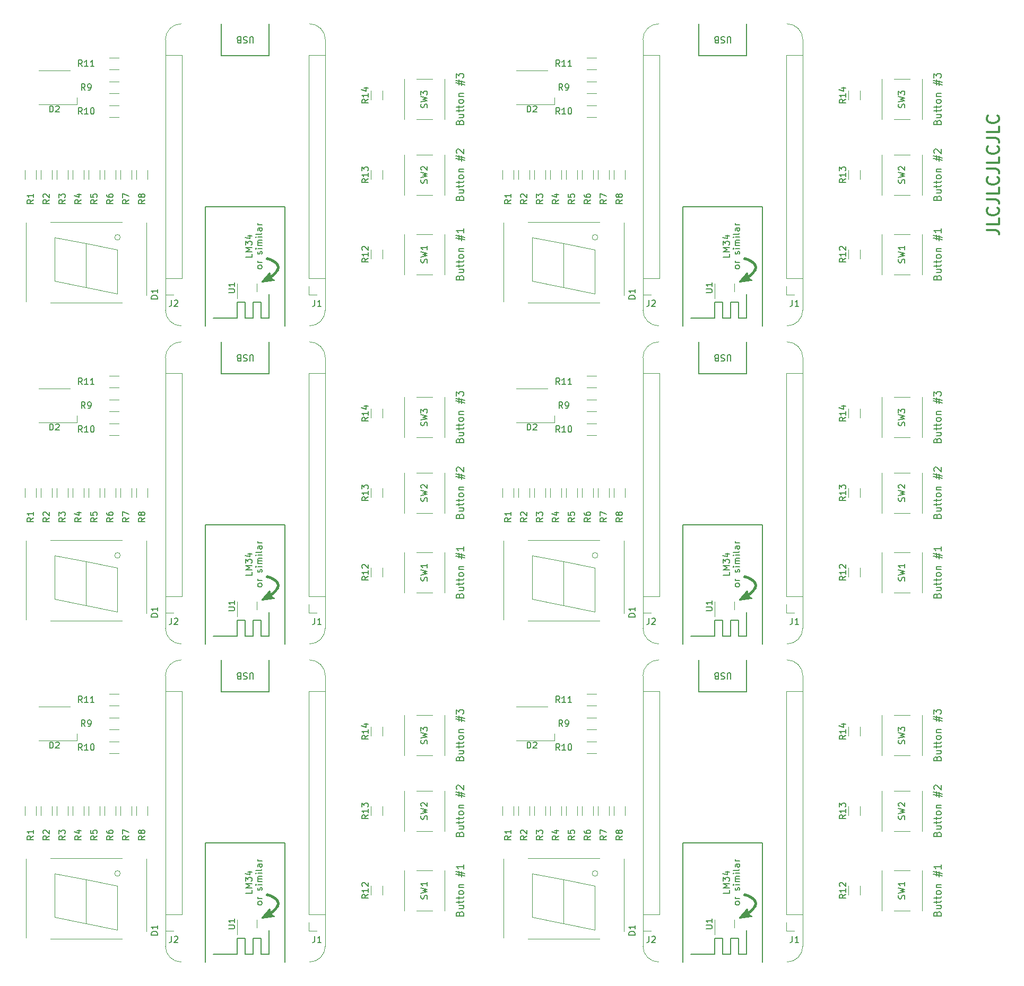
<source format=gbr>
%TF.GenerationSoftware,KiCad,Pcbnew,(5.99.0-9801-g46d71f0d23)*%
%TF.CreationDate,2021-03-17T23:59:57-04:00*%
%TF.ProjectId,PCB-S-Panelization,5043422d-532d-4506-916e-656c697a6174,rev?*%
%TF.SameCoordinates,Original*%
%TF.FileFunction,Legend,Top*%
%TF.FilePolarity,Positive*%
%FSLAX46Y46*%
G04 Gerber Fmt 4.6, Leading zero omitted, Abs format (unit mm)*
G04 Created by KiCad (PCBNEW (5.99.0-9801-g46d71f0d23)) date 2021-03-17 23:59:57*
%MOMM*%
%LPD*%
G01*
G04 APERTURE LIST*
%ADD10C,0.150000*%
%ADD11C,0.120000*%
%ADD12C,0.177800*%
%ADD13C,0.203200*%
%ADD14C,0.304800*%
G04 APERTURE END LIST*
D10*
X143510000Y-176530000D02*
X143510000Y-173990000D01*
X142240000Y-176530000D02*
X143510000Y-176530000D01*
D11*
X155000000Y-175260000D02*
G75*
G02*
X152460000Y-177800000I-2540000J0D01*
G01*
D10*
X146050000Y-134620000D02*
X146050000Y-129540000D01*
D11*
X129480000Y-132080000D02*
G75*
G02*
X132020000Y-129540000I2540000J0D01*
G01*
D12*
X176448357Y-157343928D02*
X176502785Y-157180642D01*
X176557214Y-157126214D01*
X176666071Y-157071785D01*
X176829357Y-157071785D01*
X176938214Y-157126214D01*
X176992642Y-157180642D01*
X177047071Y-157289500D01*
X177047071Y-157724928D01*
X175904071Y-157724928D01*
X175904071Y-157343928D01*
X175958500Y-157235071D01*
X176012928Y-157180642D01*
X176121785Y-157126214D01*
X176230642Y-157126214D01*
X176339500Y-157180642D01*
X176393928Y-157235071D01*
X176448357Y-157343928D01*
X176448357Y-157724928D01*
X176285071Y-156092071D02*
X177047071Y-156092071D01*
X176285071Y-156581928D02*
X176883785Y-156581928D01*
X176992642Y-156527500D01*
X177047071Y-156418642D01*
X177047071Y-156255357D01*
X176992642Y-156146500D01*
X176938214Y-156092071D01*
X176285071Y-155711071D02*
X176285071Y-155275642D01*
X175904071Y-155547785D02*
X176883785Y-155547785D01*
X176992642Y-155493357D01*
X177047071Y-155384500D01*
X177047071Y-155275642D01*
X176285071Y-155057928D02*
X176285071Y-154622500D01*
X175904071Y-154894642D02*
X176883785Y-154894642D01*
X176992642Y-154840214D01*
X177047071Y-154731357D01*
X177047071Y-154622500D01*
X177047071Y-154078214D02*
X176992642Y-154187071D01*
X176938214Y-154241500D01*
X176829357Y-154295928D01*
X176502785Y-154295928D01*
X176393928Y-154241500D01*
X176339500Y-154187071D01*
X176285071Y-154078214D01*
X176285071Y-153914928D01*
X176339500Y-153806071D01*
X176393928Y-153751642D01*
X176502785Y-153697214D01*
X176829357Y-153697214D01*
X176938214Y-153751642D01*
X176992642Y-153806071D01*
X177047071Y-153914928D01*
X177047071Y-154078214D01*
X176285071Y-153207357D02*
X177047071Y-153207357D01*
X176393928Y-153207357D02*
X176339500Y-153152928D01*
X176285071Y-153044071D01*
X176285071Y-152880785D01*
X176339500Y-152771928D01*
X176448357Y-152717500D01*
X177047071Y-152717500D01*
X176285071Y-151356785D02*
X176285071Y-150540357D01*
X175795214Y-151030214D02*
X177264785Y-151356785D01*
X176774928Y-150649214D02*
X176774928Y-151465642D01*
X177264785Y-150975785D02*
X175795214Y-150649214D01*
X176012928Y-150213785D02*
X175958500Y-150159357D01*
X175904071Y-150050500D01*
X175904071Y-149778357D01*
X175958500Y-149669500D01*
X176012928Y-149615071D01*
X176121785Y-149560642D01*
X176230642Y-149560642D01*
X176393928Y-149615071D01*
X177047071Y-150268214D01*
X177047071Y-149560642D01*
D11*
X132020000Y-177800000D02*
G75*
G02*
X129480000Y-175260000I0J2540000D01*
G01*
D10*
X142240000Y-173990000D02*
X142240000Y-176530000D01*
X140970000Y-176530000D02*
X140970000Y-173990000D01*
D11*
X129480000Y-134560000D02*
X129480000Y-132080000D01*
X155000000Y-170180000D02*
X155000000Y-175260000D01*
D10*
X135890000Y-177800000D02*
X135890000Y-158750000D01*
D13*
X143269269Y-166301198D02*
X143269269Y-166785007D01*
X142253269Y-166785007D01*
X143269269Y-165962531D02*
X142253269Y-165962531D01*
X142978983Y-165623864D01*
X142253269Y-165285198D01*
X143269269Y-165285198D01*
X142253269Y-164898150D02*
X142253269Y-164269198D01*
X142640316Y-164607864D01*
X142640316Y-164462722D01*
X142688697Y-164365960D01*
X142737078Y-164317579D01*
X142833840Y-164269198D01*
X143075745Y-164269198D01*
X143172507Y-164317579D01*
X143220888Y-164365960D01*
X143269269Y-164462722D01*
X143269269Y-164753007D01*
X143220888Y-164849769D01*
X143172507Y-164898150D01*
X142591935Y-163398341D02*
X143269269Y-163398341D01*
X142204888Y-163640245D02*
X142930602Y-163882150D01*
X142930602Y-163253198D01*
X144905029Y-168454150D02*
X144856648Y-168550912D01*
X144808267Y-168599293D01*
X144711505Y-168647674D01*
X144421219Y-168647674D01*
X144324457Y-168599293D01*
X144276076Y-168550912D01*
X144227695Y-168454150D01*
X144227695Y-168309007D01*
X144276076Y-168212245D01*
X144324457Y-168163864D01*
X144421219Y-168115484D01*
X144711505Y-168115484D01*
X144808267Y-168163864D01*
X144856648Y-168212245D01*
X144905029Y-168309007D01*
X144905029Y-168454150D01*
X144905029Y-167680055D02*
X144227695Y-167680055D01*
X144421219Y-167680055D02*
X144324457Y-167631674D01*
X144276076Y-167583293D01*
X144227695Y-167486531D01*
X144227695Y-167389769D01*
X144856648Y-166325388D02*
X144905029Y-166228626D01*
X144905029Y-166035103D01*
X144856648Y-165938341D01*
X144759886Y-165889960D01*
X144711505Y-165889960D01*
X144614743Y-165938341D01*
X144566362Y-166035103D01*
X144566362Y-166180245D01*
X144517981Y-166277007D01*
X144421219Y-166325388D01*
X144372838Y-166325388D01*
X144276076Y-166277007D01*
X144227695Y-166180245D01*
X144227695Y-166035103D01*
X144276076Y-165938341D01*
X144905029Y-165454531D02*
X144227695Y-165454531D01*
X143889029Y-165454531D02*
X143937410Y-165502912D01*
X143985790Y-165454531D01*
X143937410Y-165406150D01*
X143889029Y-165454531D01*
X143985790Y-165454531D01*
X144905029Y-164970722D02*
X144227695Y-164970722D01*
X144324457Y-164970722D02*
X144276076Y-164922341D01*
X144227695Y-164825579D01*
X144227695Y-164680436D01*
X144276076Y-164583674D01*
X144372838Y-164535293D01*
X144905029Y-164535293D01*
X144372838Y-164535293D02*
X144276076Y-164486912D01*
X144227695Y-164390150D01*
X144227695Y-164245007D01*
X144276076Y-164148245D01*
X144372838Y-164099864D01*
X144905029Y-164099864D01*
X144905029Y-163616055D02*
X144227695Y-163616055D01*
X143889029Y-163616055D02*
X143937410Y-163664436D01*
X143985790Y-163616055D01*
X143937410Y-163567674D01*
X143889029Y-163616055D01*
X143985790Y-163616055D01*
X144905029Y-162987103D02*
X144856648Y-163083864D01*
X144759886Y-163132245D01*
X143889029Y-163132245D01*
X144905029Y-162164626D02*
X144372838Y-162164626D01*
X144276076Y-162213007D01*
X144227695Y-162309769D01*
X144227695Y-162503293D01*
X144276076Y-162600055D01*
X144856648Y-162164626D02*
X144905029Y-162261388D01*
X144905029Y-162503293D01*
X144856648Y-162600055D01*
X144759886Y-162648436D01*
X144663124Y-162648436D01*
X144566362Y-162600055D01*
X144517981Y-162503293D01*
X144517981Y-162261388D01*
X144469600Y-162164626D01*
X144905029Y-161680817D02*
X144227695Y-161680817D01*
X144421219Y-161680817D02*
X144324457Y-161632436D01*
X144276076Y-161584055D01*
X144227695Y-161487293D01*
X144227695Y-161390531D01*
D11*
X129480000Y-170180000D02*
X129480000Y-175260000D01*
D12*
X176448357Y-145278928D02*
X176502785Y-145115642D01*
X176557214Y-145061214D01*
X176666071Y-145006785D01*
X176829357Y-145006785D01*
X176938214Y-145061214D01*
X176992642Y-145115642D01*
X177047071Y-145224500D01*
X177047071Y-145659928D01*
X175904071Y-145659928D01*
X175904071Y-145278928D01*
X175958500Y-145170071D01*
X176012928Y-145115642D01*
X176121785Y-145061214D01*
X176230642Y-145061214D01*
X176339500Y-145115642D01*
X176393928Y-145170071D01*
X176448357Y-145278928D01*
X176448357Y-145659928D01*
X176285071Y-144027071D02*
X177047071Y-144027071D01*
X176285071Y-144516928D02*
X176883785Y-144516928D01*
X176992642Y-144462500D01*
X177047071Y-144353642D01*
X177047071Y-144190357D01*
X176992642Y-144081500D01*
X176938214Y-144027071D01*
X176285071Y-143646071D02*
X176285071Y-143210642D01*
X175904071Y-143482785D02*
X176883785Y-143482785D01*
X176992642Y-143428357D01*
X177047071Y-143319500D01*
X177047071Y-143210642D01*
X176285071Y-142992928D02*
X176285071Y-142557500D01*
X175904071Y-142829642D02*
X176883785Y-142829642D01*
X176992642Y-142775214D01*
X177047071Y-142666357D01*
X177047071Y-142557500D01*
X177047071Y-142013214D02*
X176992642Y-142122071D01*
X176938214Y-142176500D01*
X176829357Y-142230928D01*
X176502785Y-142230928D01*
X176393928Y-142176500D01*
X176339500Y-142122071D01*
X176285071Y-142013214D01*
X176285071Y-141849928D01*
X176339500Y-141741071D01*
X176393928Y-141686642D01*
X176502785Y-141632214D01*
X176829357Y-141632214D01*
X176938214Y-141686642D01*
X176992642Y-141741071D01*
X177047071Y-141849928D01*
X177047071Y-142013214D01*
X176285071Y-141142357D02*
X177047071Y-141142357D01*
X176393928Y-141142357D02*
X176339500Y-141087928D01*
X176285071Y-140979071D01*
X176285071Y-140815785D01*
X176339500Y-140706928D01*
X176448357Y-140652500D01*
X177047071Y-140652500D01*
X176285071Y-139291785D02*
X176285071Y-138475357D01*
X175795214Y-138965214D02*
X177264785Y-139291785D01*
X176774928Y-138584214D02*
X176774928Y-139400642D01*
X177264785Y-138910785D02*
X175795214Y-138584214D01*
X175904071Y-138203214D02*
X175904071Y-137495642D01*
X176339500Y-137876642D01*
X176339500Y-137713357D01*
X176393928Y-137604500D01*
X176448357Y-137550071D01*
X176557214Y-137495642D01*
X176829357Y-137495642D01*
X176938214Y-137550071D01*
X176992642Y-137604500D01*
X177047071Y-137713357D01*
X177047071Y-138039928D01*
X176992642Y-138148785D01*
X176938214Y-138203214D01*
D10*
X138430000Y-129540000D02*
X138430000Y-134620000D01*
D13*
X147431082Y-169031375D02*
X147373988Y-169124730D01*
X147373988Y-169124730D02*
X147308267Y-169219384D01*
X147308267Y-169219384D02*
X147233624Y-169315398D01*
X147233624Y-169315398D02*
X147149749Y-169412834D01*
X147149749Y-169412834D02*
X147056347Y-169511753D01*
X147056347Y-169511753D02*
X146953123Y-169612215D01*
X146953123Y-169612215D02*
X146839771Y-169714281D01*
X146839771Y-169714281D02*
X146715996Y-169818015D01*
X146715996Y-169818015D02*
X146581494Y-169923475D01*
X146581494Y-169923475D02*
X146435968Y-170030721D01*
X146435968Y-170030721D02*
X146279119Y-170139818D01*
X146279119Y-170139818D02*
X146110642Y-170250826D01*
X146110642Y-170250826D02*
X145930238Y-170363806D01*
X145930238Y-170363806D02*
X145737617Y-170478818D01*
X145737617Y-170478818D02*
X145532468Y-170595925D01*
X145532468Y-170595925D02*
X145314497Y-170715189D01*
X145314497Y-170715189D02*
X145188751Y-170482193D01*
X145188751Y-170482193D02*
X145402499Y-170365095D01*
X145402499Y-170365095D02*
X145603038Y-170250233D01*
X145603038Y-170250233D02*
X145790682Y-170137644D01*
X145790682Y-170137644D02*
X145965747Y-170027370D01*
X145965747Y-170027370D02*
X146128555Y-169919451D01*
X146128555Y-169919451D02*
X146279416Y-169813922D01*
X146279416Y-169813922D02*
X146418646Y-169710829D01*
X146418646Y-169710829D02*
X146546563Y-169610208D01*
X146546563Y-169610208D02*
X146663481Y-169512101D01*
X146663481Y-169512101D02*
X146769716Y-169416547D01*
X146769716Y-169416547D02*
X146865584Y-169323584D01*
X146865584Y-169323584D02*
X146951397Y-169233250D01*
X146951397Y-169233250D02*
X147027479Y-169145596D01*
X147027479Y-169145596D02*
X147094142Y-169060647D01*
X147094142Y-169060647D02*
X147151696Y-168978454D01*
X147151696Y-168978454D02*
X147200463Y-168899052D01*
X147200463Y-168899052D02*
X147221757Y-168860439D01*
X147221757Y-168860439D02*
X147241190Y-168822577D01*
X147241190Y-168822577D02*
X147258800Y-168785448D01*
X147258800Y-168785448D02*
X147274615Y-168749035D01*
X147274615Y-168749035D02*
X147288669Y-168713312D01*
X147288669Y-168713312D02*
X147300996Y-168678265D01*
X147300996Y-168678265D02*
X147311635Y-168643871D01*
X147311635Y-168643871D02*
X147320617Y-168610111D01*
X147320617Y-168610111D02*
X147327981Y-168576967D01*
X147327981Y-168576967D02*
X147333759Y-168544417D01*
X147333759Y-168544417D02*
X147337980Y-168512441D01*
X147337980Y-168512441D02*
X147340685Y-168481022D01*
X147340685Y-168481022D02*
X147341904Y-168450139D01*
X147341904Y-168450139D02*
X147341680Y-168419774D01*
X147341680Y-168419774D02*
X147340033Y-168389907D01*
X147340033Y-168389907D02*
X147337010Y-168360513D01*
X147337010Y-168360513D02*
X147332643Y-168331578D01*
X147332643Y-168331578D02*
X147326961Y-168303080D01*
X147326961Y-168303080D02*
X147320000Y-168275000D01*
X147320000Y-168275000D02*
X147311797Y-168247318D01*
X147311797Y-168247318D02*
X147291801Y-168193070D01*
X147291801Y-168193070D02*
X147267249Y-168140179D01*
X147267249Y-168140179D02*
X147238412Y-168088484D01*
X147238412Y-168088484D02*
X147205563Y-168037835D01*
X147205563Y-168037835D02*
X147168985Y-167988070D01*
X147168985Y-167988070D02*
X147128949Y-167939029D01*
X147128949Y-167939029D02*
X147085480Y-167890940D01*
X147085480Y-167890940D02*
X147038637Y-167844162D01*
X147038637Y-167844162D02*
X146988731Y-167798713D01*
X146988731Y-167798713D02*
X146936067Y-167754622D01*
X146936067Y-167754622D02*
X146880973Y-167711913D01*
X146880973Y-167711913D02*
X146823749Y-167670611D01*
X146823749Y-167670611D02*
X146764704Y-167630744D01*
X146764704Y-167630744D02*
X146704160Y-167592336D01*
X146704160Y-167592336D02*
X146642428Y-167555416D01*
X146642428Y-167555416D02*
X146579817Y-167520003D01*
X146579817Y-167520003D02*
X146453210Y-167453819D01*
X146453210Y-167453819D02*
X146326839Y-167393986D01*
X146326839Y-167393986D02*
X146203205Y-167340714D01*
X146203205Y-167340714D02*
X146085010Y-167294030D01*
X146085010Y-167294030D02*
X145974874Y-167253794D01*
X145974874Y-167253794D02*
X145875168Y-167219935D01*
X145875168Y-167219935D02*
X145788267Y-167192386D01*
X145788267Y-167192386D02*
X145662382Y-167155939D01*
X145662382Y-167155939D02*
X145616201Y-167143914D01*
X145616201Y-167143914D02*
X145679595Y-166886053D01*
X145679595Y-166886053D02*
X145728796Y-166898605D01*
X145728796Y-166898605D02*
X145786469Y-166914453D01*
X145786469Y-166914453D02*
X145862794Y-166936815D01*
X145862794Y-166936815D02*
X145955217Y-166965796D01*
X145955217Y-166965796D02*
X146006668Y-166982800D01*
X146006668Y-166982800D02*
X146061188Y-167001498D01*
X146061188Y-167001498D02*
X146118457Y-167021901D01*
X146118457Y-167021901D02*
X146178157Y-167044027D01*
X146178157Y-167044027D02*
X146239968Y-167067881D01*
X146239968Y-167067881D02*
X146303572Y-167093480D01*
X146303572Y-167093480D02*
X146435136Y-167149885D01*
X146435136Y-167149885D02*
X146570618Y-167213447D01*
X146570618Y-167213447D02*
X146639074Y-167248026D01*
X146639074Y-167248026D02*
X146707601Y-167284538D01*
X146707601Y-167284538D02*
X146775895Y-167323024D01*
X146775895Y-167323024D02*
X146843653Y-167363539D01*
X146843653Y-167363539D02*
X146910577Y-167406124D01*
X146910577Y-167406124D02*
X146976358Y-167450828D01*
X146976358Y-167450828D02*
X147040692Y-167497696D01*
X147040692Y-167497696D02*
X147103280Y-167546772D01*
X147103280Y-167546772D02*
X147163820Y-167598112D01*
X147163820Y-167598112D02*
X147222001Y-167651759D01*
X147222001Y-167651759D02*
X147277531Y-167707761D01*
X147277531Y-167707761D02*
X147330092Y-167766160D01*
X147330092Y-167766160D02*
X147379136Y-167827332D01*
X147379136Y-167827332D02*
X147424071Y-167891532D01*
X147424071Y-167891532D02*
X147464554Y-167958610D01*
X147464554Y-167958610D02*
X147500246Y-168028440D01*
X147500246Y-168028440D02*
X147530810Y-168100886D01*
X147530810Y-168100886D02*
X147555902Y-168175808D01*
X147555902Y-168175808D02*
X147566294Y-168214161D01*
X147566294Y-168214161D02*
X147575185Y-168253076D01*
X147575185Y-168253076D02*
X147582538Y-168292545D01*
X147582538Y-168292545D02*
X147588316Y-168332547D01*
X147588316Y-168332547D02*
X147592467Y-168373067D01*
X147592467Y-168373067D02*
X147594952Y-168414087D01*
X147594952Y-168414087D02*
X147595732Y-168455590D01*
X147595732Y-168455590D02*
X147594762Y-168497561D01*
X147594762Y-168497561D02*
X147591993Y-168539980D01*
X147591993Y-168539980D02*
X147587399Y-168582832D01*
X147587399Y-168582832D02*
X147580918Y-168626097D01*
X147580918Y-168626097D02*
X147572521Y-168669762D01*
X147572521Y-168669762D02*
X147562159Y-168713808D01*
X147562159Y-168713808D02*
X147549790Y-168758218D01*
X147549790Y-168758218D02*
X147535372Y-168802974D01*
X147535372Y-168802974D02*
X147518865Y-168848062D01*
X147518865Y-168848062D02*
X147500226Y-168893464D01*
X147500226Y-168893464D02*
X147479414Y-168939159D01*
X147479414Y-168939159D02*
X147456374Y-168985136D01*
X147456374Y-168985136D02*
X147431082Y-169031375D01*
X147431082Y-169031375D02*
X147431082Y-169031375D01*
G36*
X145728796Y-166898605D02*
G01*
X145786469Y-166914453D01*
X145862794Y-166936815D01*
X145955217Y-166965796D01*
X146006668Y-166982800D01*
X146061188Y-167001498D01*
X146118457Y-167021901D01*
X146178157Y-167044027D01*
X146239968Y-167067881D01*
X146303572Y-167093480D01*
X146435136Y-167149885D01*
X146570618Y-167213447D01*
X146639074Y-167248026D01*
X146707601Y-167284538D01*
X146775895Y-167323024D01*
X146843653Y-167363539D01*
X146910577Y-167406124D01*
X146976358Y-167450828D01*
X147040692Y-167497696D01*
X147103280Y-167546772D01*
X147163820Y-167598112D01*
X147222001Y-167651759D01*
X147277531Y-167707761D01*
X147330092Y-167766160D01*
X147379136Y-167827332D01*
X147424071Y-167891532D01*
X147464554Y-167958610D01*
X147500246Y-168028440D01*
X147530810Y-168100886D01*
X147555902Y-168175808D01*
X147566294Y-168214161D01*
X147575185Y-168253076D01*
X147582538Y-168292545D01*
X147588316Y-168332547D01*
X147592467Y-168373067D01*
X147594952Y-168414087D01*
X147595732Y-168455590D01*
X147594762Y-168497561D01*
X147591993Y-168539980D01*
X147587399Y-168582832D01*
X147580918Y-168626097D01*
X147572521Y-168669762D01*
X147562159Y-168713808D01*
X147549790Y-168758218D01*
X147535372Y-168802974D01*
X147518865Y-168848062D01*
X147500226Y-168893464D01*
X147479414Y-168939159D01*
X147456374Y-168985136D01*
X147431082Y-169031375D01*
X147373988Y-169124730D01*
X147308267Y-169219384D01*
X147233624Y-169315398D01*
X147149749Y-169412834D01*
X147056347Y-169511753D01*
X146953123Y-169612215D01*
X146839771Y-169714281D01*
X146715996Y-169818015D01*
X146581494Y-169923475D01*
X146435968Y-170030721D01*
X146279119Y-170139818D01*
X146110642Y-170250826D01*
X145930238Y-170363806D01*
X145737617Y-170478818D01*
X145532468Y-170595925D01*
X145314497Y-170715189D01*
X145188751Y-170482193D01*
X145402499Y-170365095D01*
X145603038Y-170250233D01*
X145790682Y-170137644D01*
X145965747Y-170027370D01*
X146128555Y-169919451D01*
X146279416Y-169813922D01*
X146418646Y-169710829D01*
X146546563Y-169610208D01*
X146663481Y-169512101D01*
X146769716Y-169416547D01*
X146865584Y-169323584D01*
X146951397Y-169233250D01*
X147027479Y-169145596D01*
X147094142Y-169060647D01*
X147151696Y-168978454D01*
X147200463Y-168899052D01*
X147221757Y-168860439D01*
X147241190Y-168822577D01*
X147258800Y-168785448D01*
X147274615Y-168749035D01*
X147288669Y-168713312D01*
X147300996Y-168678265D01*
X147311635Y-168643871D01*
X147320617Y-168610111D01*
X147327981Y-168576967D01*
X147333759Y-168544417D01*
X147337980Y-168512441D01*
X147340685Y-168481022D01*
X147341904Y-168450139D01*
X147341680Y-168419774D01*
X147340033Y-168389907D01*
X147337010Y-168360513D01*
X147332643Y-168331578D01*
X147326961Y-168303080D01*
X147320000Y-168275000D01*
X147311797Y-168247318D01*
X147291801Y-168193070D01*
X147267249Y-168140179D01*
X147238412Y-168088484D01*
X147205563Y-168037835D01*
X147168985Y-167988070D01*
X147128949Y-167939029D01*
X147085480Y-167890940D01*
X147038637Y-167844162D01*
X146988731Y-167798713D01*
X146936067Y-167754622D01*
X146880973Y-167711913D01*
X146823749Y-167670611D01*
X146764704Y-167630744D01*
X146704160Y-167592336D01*
X146642428Y-167555416D01*
X146579817Y-167520003D01*
X146453210Y-167453819D01*
X146326839Y-167393986D01*
X146203205Y-167340714D01*
X146085010Y-167294030D01*
X145974874Y-167253794D01*
X145875168Y-167219935D01*
X145788267Y-167192386D01*
X145662382Y-167155939D01*
X145616201Y-167143914D01*
X145679595Y-166886053D01*
X145728796Y-166898605D01*
G37*
X145728796Y-166898605D02*
X145786469Y-166914453D01*
X145862794Y-166936815D01*
X145955217Y-166965796D01*
X146006668Y-166982800D01*
X146061188Y-167001498D01*
X146118457Y-167021901D01*
X146178157Y-167044027D01*
X146239968Y-167067881D01*
X146303572Y-167093480D01*
X146435136Y-167149885D01*
X146570618Y-167213447D01*
X146639074Y-167248026D01*
X146707601Y-167284538D01*
X146775895Y-167323024D01*
X146843653Y-167363539D01*
X146910577Y-167406124D01*
X146976358Y-167450828D01*
X147040692Y-167497696D01*
X147103280Y-167546772D01*
X147163820Y-167598112D01*
X147222001Y-167651759D01*
X147277531Y-167707761D01*
X147330092Y-167766160D01*
X147379136Y-167827332D01*
X147424071Y-167891532D01*
X147464554Y-167958610D01*
X147500246Y-168028440D01*
X147530810Y-168100886D01*
X147555902Y-168175808D01*
X147566294Y-168214161D01*
X147575185Y-168253076D01*
X147582538Y-168292545D01*
X147588316Y-168332547D01*
X147592467Y-168373067D01*
X147594952Y-168414087D01*
X147595732Y-168455590D01*
X147594762Y-168497561D01*
X147591993Y-168539980D01*
X147587399Y-168582832D01*
X147580918Y-168626097D01*
X147572521Y-168669762D01*
X147562159Y-168713808D01*
X147549790Y-168758218D01*
X147535372Y-168802974D01*
X147518865Y-168848062D01*
X147500226Y-168893464D01*
X147479414Y-168939159D01*
X147456374Y-168985136D01*
X147431082Y-169031375D01*
X147373988Y-169124730D01*
X147308267Y-169219384D01*
X147233624Y-169315398D01*
X147149749Y-169412834D01*
X147056347Y-169511753D01*
X146953123Y-169612215D01*
X146839771Y-169714281D01*
X146715996Y-169818015D01*
X146581494Y-169923475D01*
X146435968Y-170030721D01*
X146279119Y-170139818D01*
X146110642Y-170250826D01*
X145930238Y-170363806D01*
X145737617Y-170478818D01*
X145532468Y-170595925D01*
X145314497Y-170715189D01*
X145188751Y-170482193D01*
X145402499Y-170365095D01*
X145603038Y-170250233D01*
X145790682Y-170137644D01*
X145965747Y-170027370D01*
X146128555Y-169919451D01*
X146279416Y-169813922D01*
X146418646Y-169710829D01*
X146546563Y-169610208D01*
X146663481Y-169512101D01*
X146769716Y-169416547D01*
X146865584Y-169323584D01*
X146951397Y-169233250D01*
X147027479Y-169145596D01*
X147094142Y-169060647D01*
X147151696Y-168978454D01*
X147200463Y-168899052D01*
X147221757Y-168860439D01*
X147241190Y-168822577D01*
X147258800Y-168785448D01*
X147274615Y-168749035D01*
X147288669Y-168713312D01*
X147300996Y-168678265D01*
X147311635Y-168643871D01*
X147320617Y-168610111D01*
X147327981Y-168576967D01*
X147333759Y-168544417D01*
X147337980Y-168512441D01*
X147340685Y-168481022D01*
X147341904Y-168450139D01*
X147341680Y-168419774D01*
X147340033Y-168389907D01*
X147337010Y-168360513D01*
X147332643Y-168331578D01*
X147326961Y-168303080D01*
X147320000Y-168275000D01*
X147311797Y-168247318D01*
X147291801Y-168193070D01*
X147267249Y-168140179D01*
X147238412Y-168088484D01*
X147205563Y-168037835D01*
X147168985Y-167988070D01*
X147128949Y-167939029D01*
X147085480Y-167890940D01*
X147038637Y-167844162D01*
X146988731Y-167798713D01*
X146936067Y-167754622D01*
X146880973Y-167711913D01*
X146823749Y-167670611D01*
X146764704Y-167630744D01*
X146704160Y-167592336D01*
X146642428Y-167555416D01*
X146579817Y-167520003D01*
X146453210Y-167453819D01*
X146326839Y-167393986D01*
X146203205Y-167340714D01*
X146085010Y-167294030D01*
X145974874Y-167253794D01*
X145875168Y-167219935D01*
X145788267Y-167192386D01*
X145662382Y-167155939D01*
X145616201Y-167143914D01*
X145679595Y-166886053D01*
X145728796Y-166898605D01*
D10*
X143501904Y-132627619D02*
X143501904Y-131818095D01*
X143454285Y-131722857D01*
X143406666Y-131675238D01*
X143311428Y-131627619D01*
X143120952Y-131627619D01*
X143025714Y-131675238D01*
X142978095Y-131722857D01*
X142930476Y-131818095D01*
X142930476Y-132627619D01*
X142501904Y-131675238D02*
X142359047Y-131627619D01*
X142120952Y-131627619D01*
X142025714Y-131675238D01*
X141978095Y-131722857D01*
X141930476Y-131818095D01*
X141930476Y-131913333D01*
X141978095Y-132008571D01*
X142025714Y-132056190D01*
X142120952Y-132103809D01*
X142311428Y-132151428D01*
X142406666Y-132199047D01*
X142454285Y-132246666D01*
X142501904Y-132341904D01*
X142501904Y-132437142D01*
X142454285Y-132532380D01*
X142406666Y-132580000D01*
X142311428Y-132627619D01*
X142073333Y-132627619D01*
X141930476Y-132580000D01*
X141168571Y-132151428D02*
X141025714Y-132103809D01*
X140978095Y-132056190D01*
X140930476Y-131960952D01*
X140930476Y-131818095D01*
X140978095Y-131722857D01*
X141025714Y-131675238D01*
X141120952Y-131627619D01*
X141501904Y-131627619D01*
X141501904Y-132627619D01*
X141168571Y-132627619D01*
X141073333Y-132580000D01*
X141025714Y-132532380D01*
X140978095Y-132437142D01*
X140978095Y-132341904D01*
X141025714Y-132246666D01*
X141073333Y-132199047D01*
X141168571Y-132151428D01*
X141501904Y-132151428D01*
X138430000Y-134620000D02*
X146050000Y-134620000D01*
X137160000Y-176530000D02*
X140970000Y-176530000D01*
X146050000Y-176530000D02*
X146050000Y-172720000D01*
D11*
X155000000Y-134560000D02*
X155000000Y-132080000D01*
D10*
X135890000Y-158750000D02*
X148590000Y-158750000D01*
D13*
X146808786Y-170538706D02*
X146807372Y-170540148D01*
X146807372Y-170540148D02*
X146805902Y-170541527D01*
X146805902Y-170541527D02*
X146804382Y-170542843D01*
X146804382Y-170542843D02*
X146802813Y-170544096D01*
X146802813Y-170544096D02*
X146801202Y-170545279D01*
X146801202Y-170545279D02*
X146799540Y-170546396D01*
X146799540Y-170546396D02*
X146797836Y-170547447D01*
X146797836Y-170547447D02*
X146796099Y-170548426D01*
X146796099Y-170548426D02*
X146794319Y-170549336D01*
X146794319Y-170549336D02*
X146792501Y-170550173D01*
X146792501Y-170550173D02*
X146790651Y-170550937D01*
X146790651Y-170550937D02*
X146788772Y-170551626D01*
X146788772Y-170551626D02*
X146786857Y-170552241D01*
X146786857Y-170552241D02*
X146784923Y-170552776D01*
X146784923Y-170552776D02*
X146782960Y-170553235D01*
X146782960Y-170553235D02*
X146780978Y-170553616D01*
X146780978Y-170553616D02*
X144948565Y-170810974D01*
X144948565Y-170810974D02*
X144944458Y-170811310D01*
X144944458Y-170811310D02*
X144940447Y-170811327D01*
X144940447Y-170811327D02*
X144936547Y-170811037D01*
X144936547Y-170811037D02*
X144932764Y-170810460D01*
X144932764Y-170810460D02*
X144929105Y-170809601D01*
X144929105Y-170809601D02*
X144925579Y-170808476D01*
X144925579Y-170808476D02*
X144922190Y-170807103D01*
X144922190Y-170807103D02*
X144918945Y-170805491D01*
X144918945Y-170805491D02*
X144915850Y-170803651D01*
X144915850Y-170803651D02*
X144912922Y-170801607D01*
X144912922Y-170801607D02*
X144910158Y-170799359D01*
X144910158Y-170799359D02*
X144907574Y-170796928D01*
X144907574Y-170796928D02*
X144905170Y-170794328D01*
X144905170Y-170794328D02*
X144902952Y-170791570D01*
X144902952Y-170791570D02*
X144900938Y-170788665D01*
X144900938Y-170788665D02*
X144899126Y-170785633D01*
X144899126Y-170785633D02*
X144897530Y-170782484D01*
X144897530Y-170782484D02*
X144896149Y-170779230D01*
X144896149Y-170779230D02*
X144894999Y-170775884D01*
X144894999Y-170775884D02*
X144894080Y-170772461D01*
X144894080Y-170772461D02*
X144893406Y-170768977D01*
X144893406Y-170768977D02*
X144892983Y-170765444D01*
X144892983Y-170765444D02*
X144892812Y-170761874D01*
X144892812Y-170761874D02*
X144892909Y-170758279D01*
X144892909Y-170758279D02*
X144893272Y-170754673D01*
X144893272Y-170754673D02*
X144893920Y-170751075D01*
X144893920Y-170751075D02*
X144894857Y-170747490D01*
X144894857Y-170747490D02*
X144896082Y-170743937D01*
X144896082Y-170743937D02*
X144897609Y-170740428D01*
X144897609Y-170740428D02*
X144899445Y-170736980D01*
X144899445Y-170736980D02*
X144901597Y-170733596D01*
X144901597Y-170733596D02*
X144904076Y-170730301D01*
X144904076Y-170730301D02*
X146133138Y-169344564D01*
X146133138Y-169344564D02*
X146136262Y-169341265D01*
X146136262Y-169341265D02*
X146139539Y-169338342D01*
X146139539Y-169338342D02*
X146142948Y-169335778D01*
X146142948Y-169335778D02*
X146146470Y-169333575D01*
X146146470Y-169333575D02*
X146150086Y-169331723D01*
X146150086Y-169331723D02*
X146153782Y-169330208D01*
X146153782Y-169330208D02*
X146157541Y-169329029D01*
X146157541Y-169329029D02*
X146161341Y-169328174D01*
X146161341Y-169328174D02*
X146165170Y-169327631D01*
X146165170Y-169327631D02*
X146169003Y-169327402D01*
X146169003Y-169327402D02*
X146172829Y-169327473D01*
X146172829Y-169327473D02*
X146176625Y-169327834D01*
X146176625Y-169327834D02*
X146180381Y-169328485D01*
X146180381Y-169328485D02*
X146184075Y-169329402D01*
X146184075Y-169329402D02*
X146187687Y-169330595D01*
X146187687Y-169330595D02*
X146191202Y-169332045D01*
X146191202Y-169332045D02*
X146194597Y-169333754D01*
X146194597Y-169333754D02*
X146197864Y-169335699D01*
X146197864Y-169335699D02*
X146200982Y-169337887D01*
X146200982Y-169337887D02*
X146203930Y-169340301D01*
X146203930Y-169340301D02*
X146206692Y-169342935D01*
X146206692Y-169342935D02*
X146209249Y-169345777D01*
X146209249Y-169345777D02*
X146211587Y-169348825D01*
X146211587Y-169348825D02*
X146213691Y-169352070D01*
X146213691Y-169352070D02*
X146215532Y-169355505D01*
X146215532Y-169355505D02*
X146217100Y-169359118D01*
X146217100Y-169359118D02*
X146218379Y-169362901D01*
X146218379Y-169362901D02*
X146219347Y-169366850D01*
X146219347Y-169366850D02*
X146219990Y-169370955D01*
X146219990Y-169370955D02*
X146220288Y-169375201D01*
X146220288Y-169375201D02*
X146220224Y-169379596D01*
X146220224Y-169379596D02*
X146219779Y-169384118D01*
X146219779Y-169384118D02*
X146215116Y-169426113D01*
X146215116Y-169426113D02*
X146212135Y-169467982D01*
X146212135Y-169467982D02*
X146210815Y-169509694D01*
X146210815Y-169509694D02*
X146211134Y-169551197D01*
X146211134Y-169551197D02*
X146213072Y-169592456D01*
X146213072Y-169592456D02*
X146216600Y-169633422D01*
X146216600Y-169633422D02*
X146221704Y-169674056D01*
X146221704Y-169674056D02*
X146228359Y-169714319D01*
X146228359Y-169714319D02*
X146236543Y-169754172D01*
X146236543Y-169754172D02*
X146246232Y-169793559D01*
X146246232Y-169793559D02*
X146257407Y-169832451D01*
X146257407Y-169832451D02*
X146270047Y-169870800D01*
X146270047Y-169870800D02*
X146284125Y-169908565D01*
X146284125Y-169908565D02*
X146299624Y-169945706D01*
X146299624Y-169945706D02*
X146316521Y-169982182D01*
X146316521Y-169982182D02*
X146334794Y-170017948D01*
X146334794Y-170017948D02*
X146354421Y-170052959D01*
X146354421Y-170052959D02*
X146375377Y-170087179D01*
X146375377Y-170087179D02*
X146397643Y-170120561D01*
X146397643Y-170120561D02*
X146421199Y-170153067D01*
X146421199Y-170153067D02*
X146446020Y-170184654D01*
X146446020Y-170184654D02*
X146472083Y-170215278D01*
X146472083Y-170215278D02*
X146499368Y-170244898D01*
X146499368Y-170244898D02*
X146527851Y-170273475D01*
X146527851Y-170273475D02*
X146557516Y-170300964D01*
X146557516Y-170300964D02*
X146588335Y-170327319D01*
X146588335Y-170327319D02*
X146620288Y-170352507D01*
X146620288Y-170352507D02*
X146653356Y-170376478D01*
X146653356Y-170376478D02*
X146687510Y-170399195D01*
X146687510Y-170399195D02*
X146722735Y-170420614D01*
X146722735Y-170420614D02*
X146759006Y-170440693D01*
X146759006Y-170440693D02*
X146796303Y-170459391D01*
X146796303Y-170459391D02*
X146799042Y-170460905D01*
X146799042Y-170460905D02*
X146801641Y-170462551D01*
X146801641Y-170462551D02*
X146804098Y-170464329D01*
X146804098Y-170464329D02*
X146806414Y-170466234D01*
X146806414Y-170466234D02*
X146808590Y-170468251D01*
X146808590Y-170468251D02*
X146810614Y-170470377D01*
X146810614Y-170470377D02*
X146812501Y-170472602D01*
X146812501Y-170472602D02*
X146814237Y-170474918D01*
X146814237Y-170474918D02*
X146815827Y-170477321D01*
X146815827Y-170477321D02*
X146817264Y-170479799D01*
X146817264Y-170479799D02*
X146818550Y-170482347D01*
X146818550Y-170482347D02*
X146819690Y-170484957D01*
X146819690Y-170484957D02*
X146820676Y-170487626D01*
X146820676Y-170487626D02*
X146821505Y-170490338D01*
X146821505Y-170490338D02*
X146822181Y-170493089D01*
X146822181Y-170493089D02*
X146822700Y-170495876D01*
X146822700Y-170495876D02*
X146823062Y-170498684D01*
X146823062Y-170498684D02*
X146823265Y-170501512D01*
X146823265Y-170501512D02*
X146823305Y-170504347D01*
X146823305Y-170504347D02*
X146823189Y-170507188D01*
X146823189Y-170507188D02*
X146822911Y-170510023D01*
X146822911Y-170510023D02*
X146822464Y-170512843D01*
X146822464Y-170512843D02*
X146821860Y-170515645D01*
X146821860Y-170515645D02*
X146821083Y-170518418D01*
X146821083Y-170518418D02*
X146820143Y-170521159D01*
X146820143Y-170521159D02*
X146819034Y-170523852D01*
X146819034Y-170523852D02*
X146817758Y-170526496D01*
X146817758Y-170526496D02*
X146816309Y-170529083D01*
X146816309Y-170529083D02*
X146814687Y-170531604D01*
X146814687Y-170531604D02*
X146812893Y-170534053D01*
X146812893Y-170534053D02*
X146810928Y-170536425D01*
X146810928Y-170536425D02*
X146808786Y-170538706D01*
X146808786Y-170538706D02*
X146808786Y-170538706D01*
G36*
X146172829Y-169327473D02*
G01*
X146176625Y-169327834D01*
X146180381Y-169328485D01*
X146184075Y-169329402D01*
X146187687Y-169330595D01*
X146191202Y-169332045D01*
X146194597Y-169333754D01*
X146197864Y-169335699D01*
X146200982Y-169337887D01*
X146203930Y-169340301D01*
X146206692Y-169342935D01*
X146209249Y-169345777D01*
X146211587Y-169348825D01*
X146213691Y-169352070D01*
X146215532Y-169355505D01*
X146217100Y-169359118D01*
X146218379Y-169362901D01*
X146219347Y-169366850D01*
X146219990Y-169370955D01*
X146220288Y-169375201D01*
X146220224Y-169379596D01*
X146219779Y-169384118D01*
X146215116Y-169426113D01*
X146212135Y-169467982D01*
X146210815Y-169509694D01*
X146211134Y-169551197D01*
X146213072Y-169592456D01*
X146216600Y-169633422D01*
X146221704Y-169674056D01*
X146228359Y-169714319D01*
X146236543Y-169754172D01*
X146246232Y-169793559D01*
X146257407Y-169832451D01*
X146270047Y-169870800D01*
X146284125Y-169908565D01*
X146299624Y-169945706D01*
X146316521Y-169982182D01*
X146334794Y-170017948D01*
X146354421Y-170052959D01*
X146375377Y-170087179D01*
X146397643Y-170120561D01*
X146421199Y-170153067D01*
X146446020Y-170184654D01*
X146472083Y-170215278D01*
X146499368Y-170244898D01*
X146527851Y-170273475D01*
X146557516Y-170300964D01*
X146588335Y-170327319D01*
X146620288Y-170352507D01*
X146653356Y-170376478D01*
X146687510Y-170399195D01*
X146722735Y-170420614D01*
X146759006Y-170440693D01*
X146796303Y-170459391D01*
X146799042Y-170460905D01*
X146801641Y-170462551D01*
X146804098Y-170464329D01*
X146806414Y-170466234D01*
X146808590Y-170468251D01*
X146810614Y-170470377D01*
X146812501Y-170472602D01*
X146814237Y-170474918D01*
X146815827Y-170477321D01*
X146817264Y-170479799D01*
X146818550Y-170482347D01*
X146819690Y-170484957D01*
X146820676Y-170487626D01*
X146821505Y-170490338D01*
X146822181Y-170493089D01*
X146822700Y-170495876D01*
X146823062Y-170498684D01*
X146823265Y-170501512D01*
X146823305Y-170504347D01*
X146823189Y-170507188D01*
X146822911Y-170510023D01*
X146822464Y-170512843D01*
X146821860Y-170515645D01*
X146821083Y-170518418D01*
X146820143Y-170521159D01*
X146819034Y-170523852D01*
X146817758Y-170526496D01*
X146816309Y-170529083D01*
X146814687Y-170531604D01*
X146812893Y-170534053D01*
X146810928Y-170536425D01*
X146808786Y-170538706D01*
X146807372Y-170540148D01*
X146805902Y-170541527D01*
X146804382Y-170542843D01*
X146802813Y-170544096D01*
X146801202Y-170545279D01*
X146799540Y-170546396D01*
X146797836Y-170547447D01*
X146796099Y-170548426D01*
X146794319Y-170549336D01*
X146792501Y-170550173D01*
X146790651Y-170550937D01*
X146788772Y-170551626D01*
X146786857Y-170552241D01*
X146784923Y-170552776D01*
X146782960Y-170553235D01*
X146780978Y-170553616D01*
X144948565Y-170810974D01*
X144944458Y-170811310D01*
X144940447Y-170811327D01*
X144936547Y-170811037D01*
X144932764Y-170810460D01*
X144929105Y-170809601D01*
X144925579Y-170808476D01*
X144922190Y-170807103D01*
X144918945Y-170805491D01*
X144915850Y-170803651D01*
X144912922Y-170801607D01*
X144910158Y-170799359D01*
X144907574Y-170796928D01*
X144905170Y-170794328D01*
X144902952Y-170791570D01*
X144900938Y-170788665D01*
X144899126Y-170785633D01*
X144897530Y-170782484D01*
X144896149Y-170779230D01*
X144894999Y-170775884D01*
X144894080Y-170772461D01*
X144893406Y-170768977D01*
X144892983Y-170765444D01*
X144892812Y-170761874D01*
X144892909Y-170758279D01*
X144893272Y-170754673D01*
X144893920Y-170751075D01*
X144894857Y-170747490D01*
X144896082Y-170743937D01*
X144897609Y-170740428D01*
X144899445Y-170736980D01*
X144901597Y-170733596D01*
X144904076Y-170730301D01*
X146133138Y-169344564D01*
X146136262Y-169341265D01*
X146139539Y-169338342D01*
X146142948Y-169335778D01*
X146146470Y-169333575D01*
X146150086Y-169331723D01*
X146153782Y-169330208D01*
X146157541Y-169329029D01*
X146161341Y-169328174D01*
X146165170Y-169327631D01*
X146169003Y-169327402D01*
X146172829Y-169327473D01*
G37*
X146172829Y-169327473D02*
X146176625Y-169327834D01*
X146180381Y-169328485D01*
X146184075Y-169329402D01*
X146187687Y-169330595D01*
X146191202Y-169332045D01*
X146194597Y-169333754D01*
X146197864Y-169335699D01*
X146200982Y-169337887D01*
X146203930Y-169340301D01*
X146206692Y-169342935D01*
X146209249Y-169345777D01*
X146211587Y-169348825D01*
X146213691Y-169352070D01*
X146215532Y-169355505D01*
X146217100Y-169359118D01*
X146218379Y-169362901D01*
X146219347Y-169366850D01*
X146219990Y-169370955D01*
X146220288Y-169375201D01*
X146220224Y-169379596D01*
X146219779Y-169384118D01*
X146215116Y-169426113D01*
X146212135Y-169467982D01*
X146210815Y-169509694D01*
X146211134Y-169551197D01*
X146213072Y-169592456D01*
X146216600Y-169633422D01*
X146221704Y-169674056D01*
X146228359Y-169714319D01*
X146236543Y-169754172D01*
X146246232Y-169793559D01*
X146257407Y-169832451D01*
X146270047Y-169870800D01*
X146284125Y-169908565D01*
X146299624Y-169945706D01*
X146316521Y-169982182D01*
X146334794Y-170017948D01*
X146354421Y-170052959D01*
X146375377Y-170087179D01*
X146397643Y-170120561D01*
X146421199Y-170153067D01*
X146446020Y-170184654D01*
X146472083Y-170215278D01*
X146499368Y-170244898D01*
X146527851Y-170273475D01*
X146557516Y-170300964D01*
X146588335Y-170327319D01*
X146620288Y-170352507D01*
X146653356Y-170376478D01*
X146687510Y-170399195D01*
X146722735Y-170420614D01*
X146759006Y-170440693D01*
X146796303Y-170459391D01*
X146799042Y-170460905D01*
X146801641Y-170462551D01*
X146804098Y-170464329D01*
X146806414Y-170466234D01*
X146808590Y-170468251D01*
X146810614Y-170470377D01*
X146812501Y-170472602D01*
X146814237Y-170474918D01*
X146815827Y-170477321D01*
X146817264Y-170479799D01*
X146818550Y-170482347D01*
X146819690Y-170484957D01*
X146820676Y-170487626D01*
X146821505Y-170490338D01*
X146822181Y-170493089D01*
X146822700Y-170495876D01*
X146823062Y-170498684D01*
X146823265Y-170501512D01*
X146823305Y-170504347D01*
X146823189Y-170507188D01*
X146822911Y-170510023D01*
X146822464Y-170512843D01*
X146821860Y-170515645D01*
X146821083Y-170518418D01*
X146820143Y-170521159D01*
X146819034Y-170523852D01*
X146817758Y-170526496D01*
X146816309Y-170529083D01*
X146814687Y-170531604D01*
X146812893Y-170534053D01*
X146810928Y-170536425D01*
X146808786Y-170538706D01*
X146807372Y-170540148D01*
X146805902Y-170541527D01*
X146804382Y-170542843D01*
X146802813Y-170544096D01*
X146801202Y-170545279D01*
X146799540Y-170546396D01*
X146797836Y-170547447D01*
X146796099Y-170548426D01*
X146794319Y-170549336D01*
X146792501Y-170550173D01*
X146790651Y-170550937D01*
X146788772Y-170551626D01*
X146786857Y-170552241D01*
X146784923Y-170552776D01*
X146782960Y-170553235D01*
X146780978Y-170553616D01*
X144948565Y-170810974D01*
X144944458Y-170811310D01*
X144940447Y-170811327D01*
X144936547Y-170811037D01*
X144932764Y-170810460D01*
X144929105Y-170809601D01*
X144925579Y-170808476D01*
X144922190Y-170807103D01*
X144918945Y-170805491D01*
X144915850Y-170803651D01*
X144912922Y-170801607D01*
X144910158Y-170799359D01*
X144907574Y-170796928D01*
X144905170Y-170794328D01*
X144902952Y-170791570D01*
X144900938Y-170788665D01*
X144899126Y-170785633D01*
X144897530Y-170782484D01*
X144896149Y-170779230D01*
X144894999Y-170775884D01*
X144894080Y-170772461D01*
X144893406Y-170768977D01*
X144892983Y-170765444D01*
X144892812Y-170761874D01*
X144892909Y-170758279D01*
X144893272Y-170754673D01*
X144893920Y-170751075D01*
X144894857Y-170747490D01*
X144896082Y-170743937D01*
X144897609Y-170740428D01*
X144899445Y-170736980D01*
X144901597Y-170733596D01*
X144904076Y-170730301D01*
X146133138Y-169344564D01*
X146136262Y-169341265D01*
X146139539Y-169338342D01*
X146142948Y-169335778D01*
X146146470Y-169333575D01*
X146150086Y-169331723D01*
X146153782Y-169330208D01*
X146157541Y-169329029D01*
X146161341Y-169328174D01*
X146165170Y-169327631D01*
X146169003Y-169327402D01*
X146172829Y-169327473D01*
D10*
X144780000Y-176530000D02*
X146050000Y-176530000D01*
D11*
X152460000Y-129540000D02*
G75*
G02*
X155000000Y-132080000I0J-2540000D01*
G01*
D10*
X143510000Y-173990000D02*
X144780000Y-173990000D01*
X144780000Y-173990000D02*
X144780000Y-176530000D01*
D12*
X176448357Y-170043928D02*
X176502785Y-169880642D01*
X176557214Y-169826214D01*
X176666071Y-169771785D01*
X176829357Y-169771785D01*
X176938214Y-169826214D01*
X176992642Y-169880642D01*
X177047071Y-169989500D01*
X177047071Y-170424928D01*
X175904071Y-170424928D01*
X175904071Y-170043928D01*
X175958500Y-169935071D01*
X176012928Y-169880642D01*
X176121785Y-169826214D01*
X176230642Y-169826214D01*
X176339500Y-169880642D01*
X176393928Y-169935071D01*
X176448357Y-170043928D01*
X176448357Y-170424928D01*
X176285071Y-168792071D02*
X177047071Y-168792071D01*
X176285071Y-169281928D02*
X176883785Y-169281928D01*
X176992642Y-169227500D01*
X177047071Y-169118642D01*
X177047071Y-168955357D01*
X176992642Y-168846500D01*
X176938214Y-168792071D01*
X176285071Y-168411071D02*
X176285071Y-167975642D01*
X175904071Y-168247785D02*
X176883785Y-168247785D01*
X176992642Y-168193357D01*
X177047071Y-168084500D01*
X177047071Y-167975642D01*
X176285071Y-167757928D02*
X176285071Y-167322500D01*
X175904071Y-167594642D02*
X176883785Y-167594642D01*
X176992642Y-167540214D01*
X177047071Y-167431357D01*
X177047071Y-167322500D01*
X177047071Y-166778214D02*
X176992642Y-166887071D01*
X176938214Y-166941500D01*
X176829357Y-166995928D01*
X176502785Y-166995928D01*
X176393928Y-166941500D01*
X176339500Y-166887071D01*
X176285071Y-166778214D01*
X176285071Y-166614928D01*
X176339500Y-166506071D01*
X176393928Y-166451642D01*
X176502785Y-166397214D01*
X176829357Y-166397214D01*
X176938214Y-166451642D01*
X176992642Y-166506071D01*
X177047071Y-166614928D01*
X177047071Y-166778214D01*
X176285071Y-165907357D02*
X177047071Y-165907357D01*
X176393928Y-165907357D02*
X176339500Y-165852928D01*
X176285071Y-165744071D01*
X176285071Y-165580785D01*
X176339500Y-165471928D01*
X176448357Y-165417500D01*
X177047071Y-165417500D01*
X176285071Y-164056785D02*
X176285071Y-163240357D01*
X175795214Y-163730214D02*
X177264785Y-164056785D01*
X176774928Y-163349214D02*
X176774928Y-164165642D01*
X177264785Y-163675785D02*
X175795214Y-163349214D01*
X177047071Y-162260642D02*
X177047071Y-162913785D01*
X177047071Y-162587214D02*
X175904071Y-162587214D01*
X176067357Y-162696071D01*
X176176214Y-162804928D01*
X176230642Y-162913785D01*
D10*
X148590000Y-158750000D02*
X148590000Y-177800000D01*
X140970000Y-173990000D02*
X142240000Y-173990000D01*
X67310000Y-176530000D02*
X67310000Y-173990000D01*
X66040000Y-176530000D02*
X67310000Y-176530000D01*
D11*
X78800000Y-175260000D02*
G75*
G02*
X76260000Y-177800000I-2540000J0D01*
G01*
D10*
X69850000Y-134620000D02*
X69850000Y-129540000D01*
D11*
X53280000Y-132080000D02*
G75*
G02*
X55820000Y-129540000I2540000J0D01*
G01*
D12*
X100248357Y-157343928D02*
X100302785Y-157180642D01*
X100357214Y-157126214D01*
X100466071Y-157071785D01*
X100629357Y-157071785D01*
X100738214Y-157126214D01*
X100792642Y-157180642D01*
X100847071Y-157289500D01*
X100847071Y-157724928D01*
X99704071Y-157724928D01*
X99704071Y-157343928D01*
X99758500Y-157235071D01*
X99812928Y-157180642D01*
X99921785Y-157126214D01*
X100030642Y-157126214D01*
X100139500Y-157180642D01*
X100193928Y-157235071D01*
X100248357Y-157343928D01*
X100248357Y-157724928D01*
X100085071Y-156092071D02*
X100847071Y-156092071D01*
X100085071Y-156581928D02*
X100683785Y-156581928D01*
X100792642Y-156527500D01*
X100847071Y-156418642D01*
X100847071Y-156255357D01*
X100792642Y-156146500D01*
X100738214Y-156092071D01*
X100085071Y-155711071D02*
X100085071Y-155275642D01*
X99704071Y-155547785D02*
X100683785Y-155547785D01*
X100792642Y-155493357D01*
X100847071Y-155384500D01*
X100847071Y-155275642D01*
X100085071Y-155057928D02*
X100085071Y-154622500D01*
X99704071Y-154894642D02*
X100683785Y-154894642D01*
X100792642Y-154840214D01*
X100847071Y-154731357D01*
X100847071Y-154622500D01*
X100847071Y-154078214D02*
X100792642Y-154187071D01*
X100738214Y-154241500D01*
X100629357Y-154295928D01*
X100302785Y-154295928D01*
X100193928Y-154241500D01*
X100139500Y-154187071D01*
X100085071Y-154078214D01*
X100085071Y-153914928D01*
X100139500Y-153806071D01*
X100193928Y-153751642D01*
X100302785Y-153697214D01*
X100629357Y-153697214D01*
X100738214Y-153751642D01*
X100792642Y-153806071D01*
X100847071Y-153914928D01*
X100847071Y-154078214D01*
X100085071Y-153207357D02*
X100847071Y-153207357D01*
X100193928Y-153207357D02*
X100139500Y-153152928D01*
X100085071Y-153044071D01*
X100085071Y-152880785D01*
X100139500Y-152771928D01*
X100248357Y-152717500D01*
X100847071Y-152717500D01*
X100085071Y-151356785D02*
X100085071Y-150540357D01*
X99595214Y-151030214D02*
X101064785Y-151356785D01*
X100574928Y-150649214D02*
X100574928Y-151465642D01*
X101064785Y-150975785D02*
X99595214Y-150649214D01*
X99812928Y-150213785D02*
X99758500Y-150159357D01*
X99704071Y-150050500D01*
X99704071Y-149778357D01*
X99758500Y-149669500D01*
X99812928Y-149615071D01*
X99921785Y-149560642D01*
X100030642Y-149560642D01*
X100193928Y-149615071D01*
X100847071Y-150268214D01*
X100847071Y-149560642D01*
D11*
X55820000Y-177800000D02*
G75*
G02*
X53280000Y-175260000I0J2540000D01*
G01*
D10*
X66040000Y-173990000D02*
X66040000Y-176530000D01*
X64770000Y-176530000D02*
X64770000Y-173990000D01*
D11*
X53280000Y-134560000D02*
X53280000Y-132080000D01*
X78800000Y-170180000D02*
X78800000Y-175260000D01*
D10*
X59690000Y-177800000D02*
X59690000Y-158750000D01*
D13*
X67069269Y-166301198D02*
X67069269Y-166785007D01*
X66053269Y-166785007D01*
X67069269Y-165962531D02*
X66053269Y-165962531D01*
X66778983Y-165623864D01*
X66053269Y-165285198D01*
X67069269Y-165285198D01*
X66053269Y-164898150D02*
X66053269Y-164269198D01*
X66440316Y-164607864D01*
X66440316Y-164462722D01*
X66488697Y-164365960D01*
X66537078Y-164317579D01*
X66633840Y-164269198D01*
X66875745Y-164269198D01*
X66972507Y-164317579D01*
X67020888Y-164365960D01*
X67069269Y-164462722D01*
X67069269Y-164753007D01*
X67020888Y-164849769D01*
X66972507Y-164898150D01*
X66391935Y-163398341D02*
X67069269Y-163398341D01*
X66004888Y-163640245D02*
X66730602Y-163882150D01*
X66730602Y-163253198D01*
X68705029Y-168454150D02*
X68656648Y-168550912D01*
X68608267Y-168599293D01*
X68511505Y-168647674D01*
X68221219Y-168647674D01*
X68124457Y-168599293D01*
X68076076Y-168550912D01*
X68027695Y-168454150D01*
X68027695Y-168309007D01*
X68076076Y-168212245D01*
X68124457Y-168163864D01*
X68221219Y-168115484D01*
X68511505Y-168115484D01*
X68608267Y-168163864D01*
X68656648Y-168212245D01*
X68705029Y-168309007D01*
X68705029Y-168454150D01*
X68705029Y-167680055D02*
X68027695Y-167680055D01*
X68221219Y-167680055D02*
X68124457Y-167631674D01*
X68076076Y-167583293D01*
X68027695Y-167486531D01*
X68027695Y-167389769D01*
X68656648Y-166325388D02*
X68705029Y-166228626D01*
X68705029Y-166035103D01*
X68656648Y-165938341D01*
X68559886Y-165889960D01*
X68511505Y-165889960D01*
X68414743Y-165938341D01*
X68366362Y-166035103D01*
X68366362Y-166180245D01*
X68317981Y-166277007D01*
X68221219Y-166325388D01*
X68172838Y-166325388D01*
X68076076Y-166277007D01*
X68027695Y-166180245D01*
X68027695Y-166035103D01*
X68076076Y-165938341D01*
X68705029Y-165454531D02*
X68027695Y-165454531D01*
X67689029Y-165454531D02*
X67737410Y-165502912D01*
X67785790Y-165454531D01*
X67737410Y-165406150D01*
X67689029Y-165454531D01*
X67785790Y-165454531D01*
X68705029Y-164970722D02*
X68027695Y-164970722D01*
X68124457Y-164970722D02*
X68076076Y-164922341D01*
X68027695Y-164825579D01*
X68027695Y-164680436D01*
X68076076Y-164583674D01*
X68172838Y-164535293D01*
X68705029Y-164535293D01*
X68172838Y-164535293D02*
X68076076Y-164486912D01*
X68027695Y-164390150D01*
X68027695Y-164245007D01*
X68076076Y-164148245D01*
X68172838Y-164099864D01*
X68705029Y-164099864D01*
X68705029Y-163616055D02*
X68027695Y-163616055D01*
X67689029Y-163616055D02*
X67737410Y-163664436D01*
X67785790Y-163616055D01*
X67737410Y-163567674D01*
X67689029Y-163616055D01*
X67785790Y-163616055D01*
X68705029Y-162987103D02*
X68656648Y-163083864D01*
X68559886Y-163132245D01*
X67689029Y-163132245D01*
X68705029Y-162164626D02*
X68172838Y-162164626D01*
X68076076Y-162213007D01*
X68027695Y-162309769D01*
X68027695Y-162503293D01*
X68076076Y-162600055D01*
X68656648Y-162164626D02*
X68705029Y-162261388D01*
X68705029Y-162503293D01*
X68656648Y-162600055D01*
X68559886Y-162648436D01*
X68463124Y-162648436D01*
X68366362Y-162600055D01*
X68317981Y-162503293D01*
X68317981Y-162261388D01*
X68269600Y-162164626D01*
X68705029Y-161680817D02*
X68027695Y-161680817D01*
X68221219Y-161680817D02*
X68124457Y-161632436D01*
X68076076Y-161584055D01*
X68027695Y-161487293D01*
X68027695Y-161390531D01*
D11*
X53280000Y-170180000D02*
X53280000Y-175260000D01*
D12*
X100248357Y-145278928D02*
X100302785Y-145115642D01*
X100357214Y-145061214D01*
X100466071Y-145006785D01*
X100629357Y-145006785D01*
X100738214Y-145061214D01*
X100792642Y-145115642D01*
X100847071Y-145224500D01*
X100847071Y-145659928D01*
X99704071Y-145659928D01*
X99704071Y-145278928D01*
X99758500Y-145170071D01*
X99812928Y-145115642D01*
X99921785Y-145061214D01*
X100030642Y-145061214D01*
X100139500Y-145115642D01*
X100193928Y-145170071D01*
X100248357Y-145278928D01*
X100248357Y-145659928D01*
X100085071Y-144027071D02*
X100847071Y-144027071D01*
X100085071Y-144516928D02*
X100683785Y-144516928D01*
X100792642Y-144462500D01*
X100847071Y-144353642D01*
X100847071Y-144190357D01*
X100792642Y-144081500D01*
X100738214Y-144027071D01*
X100085071Y-143646071D02*
X100085071Y-143210642D01*
X99704071Y-143482785D02*
X100683785Y-143482785D01*
X100792642Y-143428357D01*
X100847071Y-143319500D01*
X100847071Y-143210642D01*
X100085071Y-142992928D02*
X100085071Y-142557500D01*
X99704071Y-142829642D02*
X100683785Y-142829642D01*
X100792642Y-142775214D01*
X100847071Y-142666357D01*
X100847071Y-142557500D01*
X100847071Y-142013214D02*
X100792642Y-142122071D01*
X100738214Y-142176500D01*
X100629357Y-142230928D01*
X100302785Y-142230928D01*
X100193928Y-142176500D01*
X100139500Y-142122071D01*
X100085071Y-142013214D01*
X100085071Y-141849928D01*
X100139500Y-141741071D01*
X100193928Y-141686642D01*
X100302785Y-141632214D01*
X100629357Y-141632214D01*
X100738214Y-141686642D01*
X100792642Y-141741071D01*
X100847071Y-141849928D01*
X100847071Y-142013214D01*
X100085071Y-141142357D02*
X100847071Y-141142357D01*
X100193928Y-141142357D02*
X100139500Y-141087928D01*
X100085071Y-140979071D01*
X100085071Y-140815785D01*
X100139500Y-140706928D01*
X100248357Y-140652500D01*
X100847071Y-140652500D01*
X100085071Y-139291785D02*
X100085071Y-138475357D01*
X99595214Y-138965214D02*
X101064785Y-139291785D01*
X100574928Y-138584214D02*
X100574928Y-139400642D01*
X101064785Y-138910785D02*
X99595214Y-138584214D01*
X99704071Y-138203214D02*
X99704071Y-137495642D01*
X100139500Y-137876642D01*
X100139500Y-137713357D01*
X100193928Y-137604500D01*
X100248357Y-137550071D01*
X100357214Y-137495642D01*
X100629357Y-137495642D01*
X100738214Y-137550071D01*
X100792642Y-137604500D01*
X100847071Y-137713357D01*
X100847071Y-138039928D01*
X100792642Y-138148785D01*
X100738214Y-138203214D01*
D10*
X62230000Y-129540000D02*
X62230000Y-134620000D01*
D13*
X71231082Y-169031375D02*
X71173988Y-169124730D01*
X71173988Y-169124730D02*
X71108267Y-169219384D01*
X71108267Y-169219384D02*
X71033624Y-169315398D01*
X71033624Y-169315398D02*
X70949749Y-169412834D01*
X70949749Y-169412834D02*
X70856347Y-169511753D01*
X70856347Y-169511753D02*
X70753123Y-169612215D01*
X70753123Y-169612215D02*
X70639771Y-169714281D01*
X70639771Y-169714281D02*
X70515996Y-169818015D01*
X70515996Y-169818015D02*
X70381494Y-169923475D01*
X70381494Y-169923475D02*
X70235968Y-170030721D01*
X70235968Y-170030721D02*
X70079119Y-170139818D01*
X70079119Y-170139818D02*
X69910642Y-170250826D01*
X69910642Y-170250826D02*
X69730238Y-170363806D01*
X69730238Y-170363806D02*
X69537617Y-170478818D01*
X69537617Y-170478818D02*
X69332468Y-170595925D01*
X69332468Y-170595925D02*
X69114497Y-170715189D01*
X69114497Y-170715189D02*
X68988751Y-170482193D01*
X68988751Y-170482193D02*
X69202499Y-170365095D01*
X69202499Y-170365095D02*
X69403038Y-170250233D01*
X69403038Y-170250233D02*
X69590682Y-170137644D01*
X69590682Y-170137644D02*
X69765747Y-170027370D01*
X69765747Y-170027370D02*
X69928555Y-169919451D01*
X69928555Y-169919451D02*
X70079416Y-169813922D01*
X70079416Y-169813922D02*
X70218646Y-169710829D01*
X70218646Y-169710829D02*
X70346563Y-169610208D01*
X70346563Y-169610208D02*
X70463481Y-169512101D01*
X70463481Y-169512101D02*
X70569716Y-169416547D01*
X70569716Y-169416547D02*
X70665584Y-169323584D01*
X70665584Y-169323584D02*
X70751397Y-169233250D01*
X70751397Y-169233250D02*
X70827479Y-169145596D01*
X70827479Y-169145596D02*
X70894142Y-169060647D01*
X70894142Y-169060647D02*
X70951696Y-168978454D01*
X70951696Y-168978454D02*
X71000463Y-168899052D01*
X71000463Y-168899052D02*
X71021757Y-168860439D01*
X71021757Y-168860439D02*
X71041190Y-168822577D01*
X71041190Y-168822577D02*
X71058800Y-168785448D01*
X71058800Y-168785448D02*
X71074615Y-168749035D01*
X71074615Y-168749035D02*
X71088669Y-168713312D01*
X71088669Y-168713312D02*
X71100996Y-168678265D01*
X71100996Y-168678265D02*
X71111635Y-168643871D01*
X71111635Y-168643871D02*
X71120617Y-168610111D01*
X71120617Y-168610111D02*
X71127981Y-168576967D01*
X71127981Y-168576967D02*
X71133759Y-168544417D01*
X71133759Y-168544417D02*
X71137980Y-168512441D01*
X71137980Y-168512441D02*
X71140685Y-168481022D01*
X71140685Y-168481022D02*
X71141904Y-168450139D01*
X71141904Y-168450139D02*
X71141680Y-168419774D01*
X71141680Y-168419774D02*
X71140033Y-168389907D01*
X71140033Y-168389907D02*
X71137010Y-168360513D01*
X71137010Y-168360513D02*
X71132643Y-168331578D01*
X71132643Y-168331578D02*
X71126961Y-168303080D01*
X71126961Y-168303080D02*
X71120000Y-168275000D01*
X71120000Y-168275000D02*
X71111797Y-168247318D01*
X71111797Y-168247318D02*
X71091801Y-168193070D01*
X71091801Y-168193070D02*
X71067249Y-168140179D01*
X71067249Y-168140179D02*
X71038412Y-168088484D01*
X71038412Y-168088484D02*
X71005563Y-168037835D01*
X71005563Y-168037835D02*
X70968985Y-167988070D01*
X70968985Y-167988070D02*
X70928949Y-167939029D01*
X70928949Y-167939029D02*
X70885480Y-167890940D01*
X70885480Y-167890940D02*
X70838637Y-167844162D01*
X70838637Y-167844162D02*
X70788731Y-167798713D01*
X70788731Y-167798713D02*
X70736067Y-167754622D01*
X70736067Y-167754622D02*
X70680973Y-167711913D01*
X70680973Y-167711913D02*
X70623749Y-167670611D01*
X70623749Y-167670611D02*
X70564704Y-167630744D01*
X70564704Y-167630744D02*
X70504160Y-167592336D01*
X70504160Y-167592336D02*
X70442428Y-167555416D01*
X70442428Y-167555416D02*
X70379817Y-167520003D01*
X70379817Y-167520003D02*
X70253210Y-167453819D01*
X70253210Y-167453819D02*
X70126839Y-167393986D01*
X70126839Y-167393986D02*
X70003205Y-167340714D01*
X70003205Y-167340714D02*
X69885010Y-167294030D01*
X69885010Y-167294030D02*
X69774874Y-167253794D01*
X69774874Y-167253794D02*
X69675168Y-167219935D01*
X69675168Y-167219935D02*
X69588267Y-167192386D01*
X69588267Y-167192386D02*
X69462382Y-167155939D01*
X69462382Y-167155939D02*
X69416201Y-167143914D01*
X69416201Y-167143914D02*
X69479595Y-166886053D01*
X69479595Y-166886053D02*
X69528796Y-166898605D01*
X69528796Y-166898605D02*
X69586469Y-166914453D01*
X69586469Y-166914453D02*
X69662794Y-166936815D01*
X69662794Y-166936815D02*
X69755217Y-166965796D01*
X69755217Y-166965796D02*
X69806668Y-166982800D01*
X69806668Y-166982800D02*
X69861188Y-167001498D01*
X69861188Y-167001498D02*
X69918457Y-167021901D01*
X69918457Y-167021901D02*
X69978157Y-167044027D01*
X69978157Y-167044027D02*
X70039968Y-167067881D01*
X70039968Y-167067881D02*
X70103572Y-167093480D01*
X70103572Y-167093480D02*
X70235136Y-167149885D01*
X70235136Y-167149885D02*
X70370618Y-167213447D01*
X70370618Y-167213447D02*
X70439074Y-167248026D01*
X70439074Y-167248026D02*
X70507601Y-167284538D01*
X70507601Y-167284538D02*
X70575895Y-167323024D01*
X70575895Y-167323024D02*
X70643653Y-167363539D01*
X70643653Y-167363539D02*
X70710577Y-167406124D01*
X70710577Y-167406124D02*
X70776358Y-167450828D01*
X70776358Y-167450828D02*
X70840692Y-167497696D01*
X70840692Y-167497696D02*
X70903280Y-167546772D01*
X70903280Y-167546772D02*
X70963820Y-167598112D01*
X70963820Y-167598112D02*
X71022001Y-167651759D01*
X71022001Y-167651759D02*
X71077531Y-167707761D01*
X71077531Y-167707761D02*
X71130092Y-167766160D01*
X71130092Y-167766160D02*
X71179136Y-167827332D01*
X71179136Y-167827332D02*
X71224071Y-167891532D01*
X71224071Y-167891532D02*
X71264554Y-167958610D01*
X71264554Y-167958610D02*
X71300246Y-168028440D01*
X71300246Y-168028440D02*
X71330810Y-168100886D01*
X71330810Y-168100886D02*
X71355902Y-168175808D01*
X71355902Y-168175808D02*
X71366294Y-168214161D01*
X71366294Y-168214161D02*
X71375185Y-168253076D01*
X71375185Y-168253076D02*
X71382538Y-168292545D01*
X71382538Y-168292545D02*
X71388316Y-168332547D01*
X71388316Y-168332547D02*
X71392467Y-168373067D01*
X71392467Y-168373067D02*
X71394952Y-168414087D01*
X71394952Y-168414087D02*
X71395732Y-168455590D01*
X71395732Y-168455590D02*
X71394762Y-168497561D01*
X71394762Y-168497561D02*
X71391993Y-168539980D01*
X71391993Y-168539980D02*
X71387399Y-168582832D01*
X71387399Y-168582832D02*
X71380918Y-168626097D01*
X71380918Y-168626097D02*
X71372521Y-168669762D01*
X71372521Y-168669762D02*
X71362159Y-168713808D01*
X71362159Y-168713808D02*
X71349790Y-168758218D01*
X71349790Y-168758218D02*
X71335372Y-168802974D01*
X71335372Y-168802974D02*
X71318865Y-168848062D01*
X71318865Y-168848062D02*
X71300226Y-168893464D01*
X71300226Y-168893464D02*
X71279414Y-168939159D01*
X71279414Y-168939159D02*
X71256374Y-168985136D01*
X71256374Y-168985136D02*
X71231082Y-169031375D01*
X71231082Y-169031375D02*
X71231082Y-169031375D01*
G36*
X69528796Y-166898605D02*
G01*
X69586469Y-166914453D01*
X69662794Y-166936815D01*
X69755217Y-166965796D01*
X69806668Y-166982800D01*
X69861188Y-167001498D01*
X69918457Y-167021901D01*
X69978157Y-167044027D01*
X70039968Y-167067881D01*
X70103572Y-167093480D01*
X70235136Y-167149885D01*
X70370618Y-167213447D01*
X70439074Y-167248026D01*
X70507601Y-167284538D01*
X70575895Y-167323024D01*
X70643653Y-167363539D01*
X70710577Y-167406124D01*
X70776358Y-167450828D01*
X70840692Y-167497696D01*
X70903280Y-167546772D01*
X70963820Y-167598112D01*
X71022001Y-167651759D01*
X71077531Y-167707761D01*
X71130092Y-167766160D01*
X71179136Y-167827332D01*
X71224071Y-167891532D01*
X71264554Y-167958610D01*
X71300246Y-168028440D01*
X71330810Y-168100886D01*
X71355902Y-168175808D01*
X71366294Y-168214161D01*
X71375185Y-168253076D01*
X71382538Y-168292545D01*
X71388316Y-168332547D01*
X71392467Y-168373067D01*
X71394952Y-168414087D01*
X71395732Y-168455590D01*
X71394762Y-168497561D01*
X71391993Y-168539980D01*
X71387399Y-168582832D01*
X71380918Y-168626097D01*
X71372521Y-168669762D01*
X71362159Y-168713808D01*
X71349790Y-168758218D01*
X71335372Y-168802974D01*
X71318865Y-168848062D01*
X71300226Y-168893464D01*
X71279414Y-168939159D01*
X71256374Y-168985136D01*
X71231082Y-169031375D01*
X71173988Y-169124730D01*
X71108267Y-169219384D01*
X71033624Y-169315398D01*
X70949749Y-169412834D01*
X70856347Y-169511753D01*
X70753123Y-169612215D01*
X70639771Y-169714281D01*
X70515996Y-169818015D01*
X70381494Y-169923475D01*
X70235968Y-170030721D01*
X70079119Y-170139818D01*
X69910642Y-170250826D01*
X69730238Y-170363806D01*
X69537617Y-170478818D01*
X69332468Y-170595925D01*
X69114497Y-170715189D01*
X68988751Y-170482193D01*
X69202499Y-170365095D01*
X69403038Y-170250233D01*
X69590682Y-170137644D01*
X69765747Y-170027370D01*
X69928555Y-169919451D01*
X70079416Y-169813922D01*
X70218646Y-169710829D01*
X70346563Y-169610208D01*
X70463481Y-169512101D01*
X70569716Y-169416547D01*
X70665584Y-169323584D01*
X70751397Y-169233250D01*
X70827479Y-169145596D01*
X70894142Y-169060647D01*
X70951696Y-168978454D01*
X71000463Y-168899052D01*
X71021757Y-168860439D01*
X71041190Y-168822577D01*
X71058800Y-168785448D01*
X71074615Y-168749035D01*
X71088669Y-168713312D01*
X71100996Y-168678265D01*
X71111635Y-168643871D01*
X71120617Y-168610111D01*
X71127981Y-168576967D01*
X71133759Y-168544417D01*
X71137980Y-168512441D01*
X71140685Y-168481022D01*
X71141904Y-168450139D01*
X71141680Y-168419774D01*
X71140033Y-168389907D01*
X71137010Y-168360513D01*
X71132643Y-168331578D01*
X71126961Y-168303080D01*
X71120000Y-168275000D01*
X71111797Y-168247318D01*
X71091801Y-168193070D01*
X71067249Y-168140179D01*
X71038412Y-168088484D01*
X71005563Y-168037835D01*
X70968985Y-167988070D01*
X70928949Y-167939029D01*
X70885480Y-167890940D01*
X70838637Y-167844162D01*
X70788731Y-167798713D01*
X70736067Y-167754622D01*
X70680973Y-167711913D01*
X70623749Y-167670611D01*
X70564704Y-167630744D01*
X70504160Y-167592336D01*
X70442428Y-167555416D01*
X70379817Y-167520003D01*
X70253210Y-167453819D01*
X70126839Y-167393986D01*
X70003205Y-167340714D01*
X69885010Y-167294030D01*
X69774874Y-167253794D01*
X69675168Y-167219935D01*
X69588267Y-167192386D01*
X69462382Y-167155939D01*
X69416201Y-167143914D01*
X69479595Y-166886053D01*
X69528796Y-166898605D01*
G37*
X69528796Y-166898605D02*
X69586469Y-166914453D01*
X69662794Y-166936815D01*
X69755217Y-166965796D01*
X69806668Y-166982800D01*
X69861188Y-167001498D01*
X69918457Y-167021901D01*
X69978157Y-167044027D01*
X70039968Y-167067881D01*
X70103572Y-167093480D01*
X70235136Y-167149885D01*
X70370618Y-167213447D01*
X70439074Y-167248026D01*
X70507601Y-167284538D01*
X70575895Y-167323024D01*
X70643653Y-167363539D01*
X70710577Y-167406124D01*
X70776358Y-167450828D01*
X70840692Y-167497696D01*
X70903280Y-167546772D01*
X70963820Y-167598112D01*
X71022001Y-167651759D01*
X71077531Y-167707761D01*
X71130092Y-167766160D01*
X71179136Y-167827332D01*
X71224071Y-167891532D01*
X71264554Y-167958610D01*
X71300246Y-168028440D01*
X71330810Y-168100886D01*
X71355902Y-168175808D01*
X71366294Y-168214161D01*
X71375185Y-168253076D01*
X71382538Y-168292545D01*
X71388316Y-168332547D01*
X71392467Y-168373067D01*
X71394952Y-168414087D01*
X71395732Y-168455590D01*
X71394762Y-168497561D01*
X71391993Y-168539980D01*
X71387399Y-168582832D01*
X71380918Y-168626097D01*
X71372521Y-168669762D01*
X71362159Y-168713808D01*
X71349790Y-168758218D01*
X71335372Y-168802974D01*
X71318865Y-168848062D01*
X71300226Y-168893464D01*
X71279414Y-168939159D01*
X71256374Y-168985136D01*
X71231082Y-169031375D01*
X71173988Y-169124730D01*
X71108267Y-169219384D01*
X71033624Y-169315398D01*
X70949749Y-169412834D01*
X70856347Y-169511753D01*
X70753123Y-169612215D01*
X70639771Y-169714281D01*
X70515996Y-169818015D01*
X70381494Y-169923475D01*
X70235968Y-170030721D01*
X70079119Y-170139818D01*
X69910642Y-170250826D01*
X69730238Y-170363806D01*
X69537617Y-170478818D01*
X69332468Y-170595925D01*
X69114497Y-170715189D01*
X68988751Y-170482193D01*
X69202499Y-170365095D01*
X69403038Y-170250233D01*
X69590682Y-170137644D01*
X69765747Y-170027370D01*
X69928555Y-169919451D01*
X70079416Y-169813922D01*
X70218646Y-169710829D01*
X70346563Y-169610208D01*
X70463481Y-169512101D01*
X70569716Y-169416547D01*
X70665584Y-169323584D01*
X70751397Y-169233250D01*
X70827479Y-169145596D01*
X70894142Y-169060647D01*
X70951696Y-168978454D01*
X71000463Y-168899052D01*
X71021757Y-168860439D01*
X71041190Y-168822577D01*
X71058800Y-168785448D01*
X71074615Y-168749035D01*
X71088669Y-168713312D01*
X71100996Y-168678265D01*
X71111635Y-168643871D01*
X71120617Y-168610111D01*
X71127981Y-168576967D01*
X71133759Y-168544417D01*
X71137980Y-168512441D01*
X71140685Y-168481022D01*
X71141904Y-168450139D01*
X71141680Y-168419774D01*
X71140033Y-168389907D01*
X71137010Y-168360513D01*
X71132643Y-168331578D01*
X71126961Y-168303080D01*
X71120000Y-168275000D01*
X71111797Y-168247318D01*
X71091801Y-168193070D01*
X71067249Y-168140179D01*
X71038412Y-168088484D01*
X71005563Y-168037835D01*
X70968985Y-167988070D01*
X70928949Y-167939029D01*
X70885480Y-167890940D01*
X70838637Y-167844162D01*
X70788731Y-167798713D01*
X70736067Y-167754622D01*
X70680973Y-167711913D01*
X70623749Y-167670611D01*
X70564704Y-167630744D01*
X70504160Y-167592336D01*
X70442428Y-167555416D01*
X70379817Y-167520003D01*
X70253210Y-167453819D01*
X70126839Y-167393986D01*
X70003205Y-167340714D01*
X69885010Y-167294030D01*
X69774874Y-167253794D01*
X69675168Y-167219935D01*
X69588267Y-167192386D01*
X69462382Y-167155939D01*
X69416201Y-167143914D01*
X69479595Y-166886053D01*
X69528796Y-166898605D01*
D10*
X67301904Y-132627619D02*
X67301904Y-131818095D01*
X67254285Y-131722857D01*
X67206666Y-131675238D01*
X67111428Y-131627619D01*
X66920952Y-131627619D01*
X66825714Y-131675238D01*
X66778095Y-131722857D01*
X66730476Y-131818095D01*
X66730476Y-132627619D01*
X66301904Y-131675238D02*
X66159047Y-131627619D01*
X65920952Y-131627619D01*
X65825714Y-131675238D01*
X65778095Y-131722857D01*
X65730476Y-131818095D01*
X65730476Y-131913333D01*
X65778095Y-132008571D01*
X65825714Y-132056190D01*
X65920952Y-132103809D01*
X66111428Y-132151428D01*
X66206666Y-132199047D01*
X66254285Y-132246666D01*
X66301904Y-132341904D01*
X66301904Y-132437142D01*
X66254285Y-132532380D01*
X66206666Y-132580000D01*
X66111428Y-132627619D01*
X65873333Y-132627619D01*
X65730476Y-132580000D01*
X64968571Y-132151428D02*
X64825714Y-132103809D01*
X64778095Y-132056190D01*
X64730476Y-131960952D01*
X64730476Y-131818095D01*
X64778095Y-131722857D01*
X64825714Y-131675238D01*
X64920952Y-131627619D01*
X65301904Y-131627619D01*
X65301904Y-132627619D01*
X64968571Y-132627619D01*
X64873333Y-132580000D01*
X64825714Y-132532380D01*
X64778095Y-132437142D01*
X64778095Y-132341904D01*
X64825714Y-132246666D01*
X64873333Y-132199047D01*
X64968571Y-132151428D01*
X65301904Y-132151428D01*
X62230000Y-134620000D02*
X69850000Y-134620000D01*
X60960000Y-176530000D02*
X64770000Y-176530000D01*
X69850000Y-176530000D02*
X69850000Y-172720000D01*
D11*
X78800000Y-134560000D02*
X78800000Y-132080000D01*
D10*
X59690000Y-158750000D02*
X72390000Y-158750000D01*
D13*
X70608786Y-170538706D02*
X70607372Y-170540148D01*
X70607372Y-170540148D02*
X70605902Y-170541527D01*
X70605902Y-170541527D02*
X70604382Y-170542843D01*
X70604382Y-170542843D02*
X70602813Y-170544096D01*
X70602813Y-170544096D02*
X70601202Y-170545279D01*
X70601202Y-170545279D02*
X70599540Y-170546396D01*
X70599540Y-170546396D02*
X70597836Y-170547447D01*
X70597836Y-170547447D02*
X70596099Y-170548426D01*
X70596099Y-170548426D02*
X70594319Y-170549336D01*
X70594319Y-170549336D02*
X70592501Y-170550173D01*
X70592501Y-170550173D02*
X70590651Y-170550937D01*
X70590651Y-170550937D02*
X70588772Y-170551626D01*
X70588772Y-170551626D02*
X70586857Y-170552241D01*
X70586857Y-170552241D02*
X70584923Y-170552776D01*
X70584923Y-170552776D02*
X70582960Y-170553235D01*
X70582960Y-170553235D02*
X70580978Y-170553616D01*
X70580978Y-170553616D02*
X68748565Y-170810974D01*
X68748565Y-170810974D02*
X68744458Y-170811310D01*
X68744458Y-170811310D02*
X68740447Y-170811327D01*
X68740447Y-170811327D02*
X68736547Y-170811037D01*
X68736547Y-170811037D02*
X68732764Y-170810460D01*
X68732764Y-170810460D02*
X68729105Y-170809601D01*
X68729105Y-170809601D02*
X68725579Y-170808476D01*
X68725579Y-170808476D02*
X68722190Y-170807103D01*
X68722190Y-170807103D02*
X68718945Y-170805491D01*
X68718945Y-170805491D02*
X68715850Y-170803651D01*
X68715850Y-170803651D02*
X68712922Y-170801607D01*
X68712922Y-170801607D02*
X68710158Y-170799359D01*
X68710158Y-170799359D02*
X68707574Y-170796928D01*
X68707574Y-170796928D02*
X68705170Y-170794328D01*
X68705170Y-170794328D02*
X68702952Y-170791570D01*
X68702952Y-170791570D02*
X68700938Y-170788665D01*
X68700938Y-170788665D02*
X68699126Y-170785633D01*
X68699126Y-170785633D02*
X68697530Y-170782484D01*
X68697530Y-170782484D02*
X68696149Y-170779230D01*
X68696149Y-170779230D02*
X68694999Y-170775884D01*
X68694999Y-170775884D02*
X68694080Y-170772461D01*
X68694080Y-170772461D02*
X68693406Y-170768977D01*
X68693406Y-170768977D02*
X68692983Y-170765444D01*
X68692983Y-170765444D02*
X68692812Y-170761874D01*
X68692812Y-170761874D02*
X68692909Y-170758279D01*
X68692909Y-170758279D02*
X68693272Y-170754673D01*
X68693272Y-170754673D02*
X68693920Y-170751075D01*
X68693920Y-170751075D02*
X68694857Y-170747490D01*
X68694857Y-170747490D02*
X68696082Y-170743937D01*
X68696082Y-170743937D02*
X68697609Y-170740428D01*
X68697609Y-170740428D02*
X68699445Y-170736980D01*
X68699445Y-170736980D02*
X68701597Y-170733596D01*
X68701597Y-170733596D02*
X68704076Y-170730301D01*
X68704076Y-170730301D02*
X69933138Y-169344564D01*
X69933138Y-169344564D02*
X69936262Y-169341265D01*
X69936262Y-169341265D02*
X69939539Y-169338342D01*
X69939539Y-169338342D02*
X69942948Y-169335778D01*
X69942948Y-169335778D02*
X69946470Y-169333575D01*
X69946470Y-169333575D02*
X69950086Y-169331723D01*
X69950086Y-169331723D02*
X69953782Y-169330208D01*
X69953782Y-169330208D02*
X69957541Y-169329029D01*
X69957541Y-169329029D02*
X69961341Y-169328174D01*
X69961341Y-169328174D02*
X69965170Y-169327631D01*
X69965170Y-169327631D02*
X69969003Y-169327402D01*
X69969003Y-169327402D02*
X69972829Y-169327473D01*
X69972829Y-169327473D02*
X69976625Y-169327834D01*
X69976625Y-169327834D02*
X69980381Y-169328485D01*
X69980381Y-169328485D02*
X69984075Y-169329402D01*
X69984075Y-169329402D02*
X69987687Y-169330595D01*
X69987687Y-169330595D02*
X69991202Y-169332045D01*
X69991202Y-169332045D02*
X69994597Y-169333754D01*
X69994597Y-169333754D02*
X69997864Y-169335699D01*
X69997864Y-169335699D02*
X70000982Y-169337887D01*
X70000982Y-169337887D02*
X70003930Y-169340301D01*
X70003930Y-169340301D02*
X70006692Y-169342935D01*
X70006692Y-169342935D02*
X70009249Y-169345777D01*
X70009249Y-169345777D02*
X70011587Y-169348825D01*
X70011587Y-169348825D02*
X70013691Y-169352070D01*
X70013691Y-169352070D02*
X70015532Y-169355505D01*
X70015532Y-169355505D02*
X70017100Y-169359118D01*
X70017100Y-169359118D02*
X70018379Y-169362901D01*
X70018379Y-169362901D02*
X70019347Y-169366850D01*
X70019347Y-169366850D02*
X70019990Y-169370955D01*
X70019990Y-169370955D02*
X70020288Y-169375201D01*
X70020288Y-169375201D02*
X70020224Y-169379596D01*
X70020224Y-169379596D02*
X70019779Y-169384118D01*
X70019779Y-169384118D02*
X70015116Y-169426113D01*
X70015116Y-169426113D02*
X70012135Y-169467982D01*
X70012135Y-169467982D02*
X70010815Y-169509694D01*
X70010815Y-169509694D02*
X70011134Y-169551197D01*
X70011134Y-169551197D02*
X70013072Y-169592456D01*
X70013072Y-169592456D02*
X70016600Y-169633422D01*
X70016600Y-169633422D02*
X70021704Y-169674056D01*
X70021704Y-169674056D02*
X70028359Y-169714319D01*
X70028359Y-169714319D02*
X70036543Y-169754172D01*
X70036543Y-169754172D02*
X70046232Y-169793559D01*
X70046232Y-169793559D02*
X70057407Y-169832451D01*
X70057407Y-169832451D02*
X70070047Y-169870800D01*
X70070047Y-169870800D02*
X70084125Y-169908565D01*
X70084125Y-169908565D02*
X70099624Y-169945706D01*
X70099624Y-169945706D02*
X70116521Y-169982182D01*
X70116521Y-169982182D02*
X70134794Y-170017948D01*
X70134794Y-170017948D02*
X70154421Y-170052959D01*
X70154421Y-170052959D02*
X70175377Y-170087179D01*
X70175377Y-170087179D02*
X70197643Y-170120561D01*
X70197643Y-170120561D02*
X70221199Y-170153067D01*
X70221199Y-170153067D02*
X70246020Y-170184654D01*
X70246020Y-170184654D02*
X70272083Y-170215278D01*
X70272083Y-170215278D02*
X70299368Y-170244898D01*
X70299368Y-170244898D02*
X70327851Y-170273475D01*
X70327851Y-170273475D02*
X70357516Y-170300964D01*
X70357516Y-170300964D02*
X70388335Y-170327319D01*
X70388335Y-170327319D02*
X70420288Y-170352507D01*
X70420288Y-170352507D02*
X70453356Y-170376478D01*
X70453356Y-170376478D02*
X70487510Y-170399195D01*
X70487510Y-170399195D02*
X70522735Y-170420614D01*
X70522735Y-170420614D02*
X70559006Y-170440693D01*
X70559006Y-170440693D02*
X70596303Y-170459391D01*
X70596303Y-170459391D02*
X70599042Y-170460905D01*
X70599042Y-170460905D02*
X70601641Y-170462551D01*
X70601641Y-170462551D02*
X70604098Y-170464329D01*
X70604098Y-170464329D02*
X70606414Y-170466234D01*
X70606414Y-170466234D02*
X70608590Y-170468251D01*
X70608590Y-170468251D02*
X70610614Y-170470377D01*
X70610614Y-170470377D02*
X70612501Y-170472602D01*
X70612501Y-170472602D02*
X70614237Y-170474918D01*
X70614237Y-170474918D02*
X70615827Y-170477321D01*
X70615827Y-170477321D02*
X70617264Y-170479799D01*
X70617264Y-170479799D02*
X70618550Y-170482347D01*
X70618550Y-170482347D02*
X70619690Y-170484957D01*
X70619690Y-170484957D02*
X70620676Y-170487626D01*
X70620676Y-170487626D02*
X70621505Y-170490338D01*
X70621505Y-170490338D02*
X70622181Y-170493089D01*
X70622181Y-170493089D02*
X70622700Y-170495876D01*
X70622700Y-170495876D02*
X70623062Y-170498684D01*
X70623062Y-170498684D02*
X70623265Y-170501512D01*
X70623265Y-170501512D02*
X70623305Y-170504347D01*
X70623305Y-170504347D02*
X70623189Y-170507188D01*
X70623189Y-170507188D02*
X70622911Y-170510023D01*
X70622911Y-170510023D02*
X70622464Y-170512843D01*
X70622464Y-170512843D02*
X70621860Y-170515645D01*
X70621860Y-170515645D02*
X70621083Y-170518418D01*
X70621083Y-170518418D02*
X70620143Y-170521159D01*
X70620143Y-170521159D02*
X70619034Y-170523852D01*
X70619034Y-170523852D02*
X70617758Y-170526496D01*
X70617758Y-170526496D02*
X70616309Y-170529083D01*
X70616309Y-170529083D02*
X70614687Y-170531604D01*
X70614687Y-170531604D02*
X70612893Y-170534053D01*
X70612893Y-170534053D02*
X70610928Y-170536425D01*
X70610928Y-170536425D02*
X70608786Y-170538706D01*
X70608786Y-170538706D02*
X70608786Y-170538706D01*
G36*
X69972829Y-169327473D02*
G01*
X69976625Y-169327834D01*
X69980381Y-169328485D01*
X69984075Y-169329402D01*
X69987687Y-169330595D01*
X69991202Y-169332045D01*
X69994597Y-169333754D01*
X69997864Y-169335699D01*
X70000982Y-169337887D01*
X70003930Y-169340301D01*
X70006692Y-169342935D01*
X70009249Y-169345777D01*
X70011587Y-169348825D01*
X70013691Y-169352070D01*
X70015532Y-169355505D01*
X70017100Y-169359118D01*
X70018379Y-169362901D01*
X70019347Y-169366850D01*
X70019990Y-169370955D01*
X70020288Y-169375201D01*
X70020224Y-169379596D01*
X70019779Y-169384118D01*
X70015116Y-169426113D01*
X70012135Y-169467982D01*
X70010815Y-169509694D01*
X70011134Y-169551197D01*
X70013072Y-169592456D01*
X70016600Y-169633422D01*
X70021704Y-169674056D01*
X70028359Y-169714319D01*
X70036543Y-169754172D01*
X70046232Y-169793559D01*
X70057407Y-169832451D01*
X70070047Y-169870800D01*
X70084125Y-169908565D01*
X70099624Y-169945706D01*
X70116521Y-169982182D01*
X70134794Y-170017948D01*
X70154421Y-170052959D01*
X70175377Y-170087179D01*
X70197643Y-170120561D01*
X70221199Y-170153067D01*
X70246020Y-170184654D01*
X70272083Y-170215278D01*
X70299368Y-170244898D01*
X70327851Y-170273475D01*
X70357516Y-170300964D01*
X70388335Y-170327319D01*
X70420288Y-170352507D01*
X70453356Y-170376478D01*
X70487510Y-170399195D01*
X70522735Y-170420614D01*
X70559006Y-170440693D01*
X70596303Y-170459391D01*
X70599042Y-170460905D01*
X70601641Y-170462551D01*
X70604098Y-170464329D01*
X70606414Y-170466234D01*
X70608590Y-170468251D01*
X70610614Y-170470377D01*
X70612501Y-170472602D01*
X70614237Y-170474918D01*
X70615827Y-170477321D01*
X70617264Y-170479799D01*
X70618550Y-170482347D01*
X70619690Y-170484957D01*
X70620676Y-170487626D01*
X70621505Y-170490338D01*
X70622181Y-170493089D01*
X70622700Y-170495876D01*
X70623062Y-170498684D01*
X70623265Y-170501512D01*
X70623305Y-170504347D01*
X70623189Y-170507188D01*
X70622911Y-170510023D01*
X70622464Y-170512843D01*
X70621860Y-170515645D01*
X70621083Y-170518418D01*
X70620143Y-170521159D01*
X70619034Y-170523852D01*
X70617758Y-170526496D01*
X70616309Y-170529083D01*
X70614687Y-170531604D01*
X70612893Y-170534053D01*
X70610928Y-170536425D01*
X70608786Y-170538706D01*
X70607372Y-170540148D01*
X70605902Y-170541527D01*
X70604382Y-170542843D01*
X70602813Y-170544096D01*
X70601202Y-170545279D01*
X70599540Y-170546396D01*
X70597836Y-170547447D01*
X70596099Y-170548426D01*
X70594319Y-170549336D01*
X70592501Y-170550173D01*
X70590651Y-170550937D01*
X70588772Y-170551626D01*
X70586857Y-170552241D01*
X70584923Y-170552776D01*
X70582960Y-170553235D01*
X70580978Y-170553616D01*
X68748565Y-170810974D01*
X68744458Y-170811310D01*
X68740447Y-170811327D01*
X68736547Y-170811037D01*
X68732764Y-170810460D01*
X68729105Y-170809601D01*
X68725579Y-170808476D01*
X68722190Y-170807103D01*
X68718945Y-170805491D01*
X68715850Y-170803651D01*
X68712922Y-170801607D01*
X68710158Y-170799359D01*
X68707574Y-170796928D01*
X68705170Y-170794328D01*
X68702952Y-170791570D01*
X68700938Y-170788665D01*
X68699126Y-170785633D01*
X68697530Y-170782484D01*
X68696149Y-170779230D01*
X68694999Y-170775884D01*
X68694080Y-170772461D01*
X68693406Y-170768977D01*
X68692983Y-170765444D01*
X68692812Y-170761874D01*
X68692909Y-170758279D01*
X68693272Y-170754673D01*
X68693920Y-170751075D01*
X68694857Y-170747490D01*
X68696082Y-170743937D01*
X68697609Y-170740428D01*
X68699445Y-170736980D01*
X68701597Y-170733596D01*
X68704076Y-170730301D01*
X69933138Y-169344564D01*
X69936262Y-169341265D01*
X69939539Y-169338342D01*
X69942948Y-169335778D01*
X69946470Y-169333575D01*
X69950086Y-169331723D01*
X69953782Y-169330208D01*
X69957541Y-169329029D01*
X69961341Y-169328174D01*
X69965170Y-169327631D01*
X69969003Y-169327402D01*
X69972829Y-169327473D01*
G37*
X69972829Y-169327473D02*
X69976625Y-169327834D01*
X69980381Y-169328485D01*
X69984075Y-169329402D01*
X69987687Y-169330595D01*
X69991202Y-169332045D01*
X69994597Y-169333754D01*
X69997864Y-169335699D01*
X70000982Y-169337887D01*
X70003930Y-169340301D01*
X70006692Y-169342935D01*
X70009249Y-169345777D01*
X70011587Y-169348825D01*
X70013691Y-169352070D01*
X70015532Y-169355505D01*
X70017100Y-169359118D01*
X70018379Y-169362901D01*
X70019347Y-169366850D01*
X70019990Y-169370955D01*
X70020288Y-169375201D01*
X70020224Y-169379596D01*
X70019779Y-169384118D01*
X70015116Y-169426113D01*
X70012135Y-169467982D01*
X70010815Y-169509694D01*
X70011134Y-169551197D01*
X70013072Y-169592456D01*
X70016600Y-169633422D01*
X70021704Y-169674056D01*
X70028359Y-169714319D01*
X70036543Y-169754172D01*
X70046232Y-169793559D01*
X70057407Y-169832451D01*
X70070047Y-169870800D01*
X70084125Y-169908565D01*
X70099624Y-169945706D01*
X70116521Y-169982182D01*
X70134794Y-170017948D01*
X70154421Y-170052959D01*
X70175377Y-170087179D01*
X70197643Y-170120561D01*
X70221199Y-170153067D01*
X70246020Y-170184654D01*
X70272083Y-170215278D01*
X70299368Y-170244898D01*
X70327851Y-170273475D01*
X70357516Y-170300964D01*
X70388335Y-170327319D01*
X70420288Y-170352507D01*
X70453356Y-170376478D01*
X70487510Y-170399195D01*
X70522735Y-170420614D01*
X70559006Y-170440693D01*
X70596303Y-170459391D01*
X70599042Y-170460905D01*
X70601641Y-170462551D01*
X70604098Y-170464329D01*
X70606414Y-170466234D01*
X70608590Y-170468251D01*
X70610614Y-170470377D01*
X70612501Y-170472602D01*
X70614237Y-170474918D01*
X70615827Y-170477321D01*
X70617264Y-170479799D01*
X70618550Y-170482347D01*
X70619690Y-170484957D01*
X70620676Y-170487626D01*
X70621505Y-170490338D01*
X70622181Y-170493089D01*
X70622700Y-170495876D01*
X70623062Y-170498684D01*
X70623265Y-170501512D01*
X70623305Y-170504347D01*
X70623189Y-170507188D01*
X70622911Y-170510023D01*
X70622464Y-170512843D01*
X70621860Y-170515645D01*
X70621083Y-170518418D01*
X70620143Y-170521159D01*
X70619034Y-170523852D01*
X70617758Y-170526496D01*
X70616309Y-170529083D01*
X70614687Y-170531604D01*
X70612893Y-170534053D01*
X70610928Y-170536425D01*
X70608786Y-170538706D01*
X70607372Y-170540148D01*
X70605902Y-170541527D01*
X70604382Y-170542843D01*
X70602813Y-170544096D01*
X70601202Y-170545279D01*
X70599540Y-170546396D01*
X70597836Y-170547447D01*
X70596099Y-170548426D01*
X70594319Y-170549336D01*
X70592501Y-170550173D01*
X70590651Y-170550937D01*
X70588772Y-170551626D01*
X70586857Y-170552241D01*
X70584923Y-170552776D01*
X70582960Y-170553235D01*
X70580978Y-170553616D01*
X68748565Y-170810974D01*
X68744458Y-170811310D01*
X68740447Y-170811327D01*
X68736547Y-170811037D01*
X68732764Y-170810460D01*
X68729105Y-170809601D01*
X68725579Y-170808476D01*
X68722190Y-170807103D01*
X68718945Y-170805491D01*
X68715850Y-170803651D01*
X68712922Y-170801607D01*
X68710158Y-170799359D01*
X68707574Y-170796928D01*
X68705170Y-170794328D01*
X68702952Y-170791570D01*
X68700938Y-170788665D01*
X68699126Y-170785633D01*
X68697530Y-170782484D01*
X68696149Y-170779230D01*
X68694999Y-170775884D01*
X68694080Y-170772461D01*
X68693406Y-170768977D01*
X68692983Y-170765444D01*
X68692812Y-170761874D01*
X68692909Y-170758279D01*
X68693272Y-170754673D01*
X68693920Y-170751075D01*
X68694857Y-170747490D01*
X68696082Y-170743937D01*
X68697609Y-170740428D01*
X68699445Y-170736980D01*
X68701597Y-170733596D01*
X68704076Y-170730301D01*
X69933138Y-169344564D01*
X69936262Y-169341265D01*
X69939539Y-169338342D01*
X69942948Y-169335778D01*
X69946470Y-169333575D01*
X69950086Y-169331723D01*
X69953782Y-169330208D01*
X69957541Y-169329029D01*
X69961341Y-169328174D01*
X69965170Y-169327631D01*
X69969003Y-169327402D01*
X69972829Y-169327473D01*
D10*
X68580000Y-176530000D02*
X69850000Y-176530000D01*
D11*
X76260000Y-129540000D02*
G75*
G02*
X78800000Y-132080000I0J-2540000D01*
G01*
D10*
X67310000Y-173990000D02*
X68580000Y-173990000D01*
X68580000Y-173990000D02*
X68580000Y-176530000D01*
D12*
X100248357Y-170043928D02*
X100302785Y-169880642D01*
X100357214Y-169826214D01*
X100466071Y-169771785D01*
X100629357Y-169771785D01*
X100738214Y-169826214D01*
X100792642Y-169880642D01*
X100847071Y-169989500D01*
X100847071Y-170424928D01*
X99704071Y-170424928D01*
X99704071Y-170043928D01*
X99758500Y-169935071D01*
X99812928Y-169880642D01*
X99921785Y-169826214D01*
X100030642Y-169826214D01*
X100139500Y-169880642D01*
X100193928Y-169935071D01*
X100248357Y-170043928D01*
X100248357Y-170424928D01*
X100085071Y-168792071D02*
X100847071Y-168792071D01*
X100085071Y-169281928D02*
X100683785Y-169281928D01*
X100792642Y-169227500D01*
X100847071Y-169118642D01*
X100847071Y-168955357D01*
X100792642Y-168846500D01*
X100738214Y-168792071D01*
X100085071Y-168411071D02*
X100085071Y-167975642D01*
X99704071Y-168247785D02*
X100683785Y-168247785D01*
X100792642Y-168193357D01*
X100847071Y-168084500D01*
X100847071Y-167975642D01*
X100085071Y-167757928D02*
X100085071Y-167322500D01*
X99704071Y-167594642D02*
X100683785Y-167594642D01*
X100792642Y-167540214D01*
X100847071Y-167431357D01*
X100847071Y-167322500D01*
X100847071Y-166778214D02*
X100792642Y-166887071D01*
X100738214Y-166941500D01*
X100629357Y-166995928D01*
X100302785Y-166995928D01*
X100193928Y-166941500D01*
X100139500Y-166887071D01*
X100085071Y-166778214D01*
X100085071Y-166614928D01*
X100139500Y-166506071D01*
X100193928Y-166451642D01*
X100302785Y-166397214D01*
X100629357Y-166397214D01*
X100738214Y-166451642D01*
X100792642Y-166506071D01*
X100847071Y-166614928D01*
X100847071Y-166778214D01*
X100085071Y-165907357D02*
X100847071Y-165907357D01*
X100193928Y-165907357D02*
X100139500Y-165852928D01*
X100085071Y-165744071D01*
X100085071Y-165580785D01*
X100139500Y-165471928D01*
X100248357Y-165417500D01*
X100847071Y-165417500D01*
X100085071Y-164056785D02*
X100085071Y-163240357D01*
X99595214Y-163730214D02*
X101064785Y-164056785D01*
X100574928Y-163349214D02*
X100574928Y-164165642D01*
X101064785Y-163675785D02*
X99595214Y-163349214D01*
X100847071Y-162260642D02*
X100847071Y-162913785D01*
X100847071Y-162587214D02*
X99704071Y-162587214D01*
X99867357Y-162696071D01*
X99976214Y-162804928D01*
X100030642Y-162913785D01*
D10*
X72390000Y-158750000D02*
X72390000Y-177800000D01*
X64770000Y-173990000D02*
X66040000Y-173990000D01*
X143510000Y-125730000D02*
X143510000Y-123190000D01*
X142240000Y-125730000D02*
X143510000Y-125730000D01*
D11*
X155000000Y-124460000D02*
G75*
G02*
X152460000Y-127000000I-2540000J0D01*
G01*
D10*
X146050000Y-83820000D02*
X146050000Y-78740000D01*
D11*
X129480000Y-81280000D02*
G75*
G02*
X132020000Y-78740000I2540000J0D01*
G01*
D12*
X176448357Y-106543928D02*
X176502785Y-106380642D01*
X176557214Y-106326214D01*
X176666071Y-106271785D01*
X176829357Y-106271785D01*
X176938214Y-106326214D01*
X176992642Y-106380642D01*
X177047071Y-106489500D01*
X177047071Y-106924928D01*
X175904071Y-106924928D01*
X175904071Y-106543928D01*
X175958500Y-106435071D01*
X176012928Y-106380642D01*
X176121785Y-106326214D01*
X176230642Y-106326214D01*
X176339500Y-106380642D01*
X176393928Y-106435071D01*
X176448357Y-106543928D01*
X176448357Y-106924928D01*
X176285071Y-105292071D02*
X177047071Y-105292071D01*
X176285071Y-105781928D02*
X176883785Y-105781928D01*
X176992642Y-105727500D01*
X177047071Y-105618642D01*
X177047071Y-105455357D01*
X176992642Y-105346500D01*
X176938214Y-105292071D01*
X176285071Y-104911071D02*
X176285071Y-104475642D01*
X175904071Y-104747785D02*
X176883785Y-104747785D01*
X176992642Y-104693357D01*
X177047071Y-104584500D01*
X177047071Y-104475642D01*
X176285071Y-104257928D02*
X176285071Y-103822500D01*
X175904071Y-104094642D02*
X176883785Y-104094642D01*
X176992642Y-104040214D01*
X177047071Y-103931357D01*
X177047071Y-103822500D01*
X177047071Y-103278214D02*
X176992642Y-103387071D01*
X176938214Y-103441500D01*
X176829357Y-103495928D01*
X176502785Y-103495928D01*
X176393928Y-103441500D01*
X176339500Y-103387071D01*
X176285071Y-103278214D01*
X176285071Y-103114928D01*
X176339500Y-103006071D01*
X176393928Y-102951642D01*
X176502785Y-102897214D01*
X176829357Y-102897214D01*
X176938214Y-102951642D01*
X176992642Y-103006071D01*
X177047071Y-103114928D01*
X177047071Y-103278214D01*
X176285071Y-102407357D02*
X177047071Y-102407357D01*
X176393928Y-102407357D02*
X176339500Y-102352928D01*
X176285071Y-102244071D01*
X176285071Y-102080785D01*
X176339500Y-101971928D01*
X176448357Y-101917500D01*
X177047071Y-101917500D01*
X176285071Y-100556785D02*
X176285071Y-99740357D01*
X175795214Y-100230214D02*
X177264785Y-100556785D01*
X176774928Y-99849214D02*
X176774928Y-100665642D01*
X177264785Y-100175785D02*
X175795214Y-99849214D01*
X176012928Y-99413785D02*
X175958500Y-99359357D01*
X175904071Y-99250500D01*
X175904071Y-98978357D01*
X175958500Y-98869500D01*
X176012928Y-98815071D01*
X176121785Y-98760642D01*
X176230642Y-98760642D01*
X176393928Y-98815071D01*
X177047071Y-99468214D01*
X177047071Y-98760642D01*
D11*
X132020000Y-127000000D02*
G75*
G02*
X129480000Y-124460000I0J2540000D01*
G01*
D10*
X142240000Y-123190000D02*
X142240000Y-125730000D01*
X140970000Y-125730000D02*
X140970000Y-123190000D01*
D11*
X129480000Y-83760000D02*
X129480000Y-81280000D01*
X155000000Y-119380000D02*
X155000000Y-124460000D01*
D10*
X135890000Y-127000000D02*
X135890000Y-107950000D01*
D13*
X143269269Y-115501198D02*
X143269269Y-115985007D01*
X142253269Y-115985007D01*
X143269269Y-115162531D02*
X142253269Y-115162531D01*
X142978983Y-114823864D01*
X142253269Y-114485198D01*
X143269269Y-114485198D01*
X142253269Y-114098150D02*
X142253269Y-113469198D01*
X142640316Y-113807864D01*
X142640316Y-113662722D01*
X142688697Y-113565960D01*
X142737078Y-113517579D01*
X142833840Y-113469198D01*
X143075745Y-113469198D01*
X143172507Y-113517579D01*
X143220888Y-113565960D01*
X143269269Y-113662722D01*
X143269269Y-113953007D01*
X143220888Y-114049769D01*
X143172507Y-114098150D01*
X142591935Y-112598341D02*
X143269269Y-112598341D01*
X142204888Y-112840245D02*
X142930602Y-113082150D01*
X142930602Y-112453198D01*
X144905029Y-117654150D02*
X144856648Y-117750912D01*
X144808267Y-117799293D01*
X144711505Y-117847674D01*
X144421219Y-117847674D01*
X144324457Y-117799293D01*
X144276076Y-117750912D01*
X144227695Y-117654150D01*
X144227695Y-117509007D01*
X144276076Y-117412245D01*
X144324457Y-117363864D01*
X144421219Y-117315484D01*
X144711505Y-117315484D01*
X144808267Y-117363864D01*
X144856648Y-117412245D01*
X144905029Y-117509007D01*
X144905029Y-117654150D01*
X144905029Y-116880055D02*
X144227695Y-116880055D01*
X144421219Y-116880055D02*
X144324457Y-116831674D01*
X144276076Y-116783293D01*
X144227695Y-116686531D01*
X144227695Y-116589769D01*
X144856648Y-115525388D02*
X144905029Y-115428626D01*
X144905029Y-115235103D01*
X144856648Y-115138341D01*
X144759886Y-115089960D01*
X144711505Y-115089960D01*
X144614743Y-115138341D01*
X144566362Y-115235103D01*
X144566362Y-115380245D01*
X144517981Y-115477007D01*
X144421219Y-115525388D01*
X144372838Y-115525388D01*
X144276076Y-115477007D01*
X144227695Y-115380245D01*
X144227695Y-115235103D01*
X144276076Y-115138341D01*
X144905029Y-114654531D02*
X144227695Y-114654531D01*
X143889029Y-114654531D02*
X143937410Y-114702912D01*
X143985790Y-114654531D01*
X143937410Y-114606150D01*
X143889029Y-114654531D01*
X143985790Y-114654531D01*
X144905029Y-114170722D02*
X144227695Y-114170722D01*
X144324457Y-114170722D02*
X144276076Y-114122341D01*
X144227695Y-114025579D01*
X144227695Y-113880436D01*
X144276076Y-113783674D01*
X144372838Y-113735293D01*
X144905029Y-113735293D01*
X144372838Y-113735293D02*
X144276076Y-113686912D01*
X144227695Y-113590150D01*
X144227695Y-113445007D01*
X144276076Y-113348245D01*
X144372838Y-113299864D01*
X144905029Y-113299864D01*
X144905029Y-112816055D02*
X144227695Y-112816055D01*
X143889029Y-112816055D02*
X143937410Y-112864436D01*
X143985790Y-112816055D01*
X143937410Y-112767674D01*
X143889029Y-112816055D01*
X143985790Y-112816055D01*
X144905029Y-112187103D02*
X144856648Y-112283864D01*
X144759886Y-112332245D01*
X143889029Y-112332245D01*
X144905029Y-111364626D02*
X144372838Y-111364626D01*
X144276076Y-111413007D01*
X144227695Y-111509769D01*
X144227695Y-111703293D01*
X144276076Y-111800055D01*
X144856648Y-111364626D02*
X144905029Y-111461388D01*
X144905029Y-111703293D01*
X144856648Y-111800055D01*
X144759886Y-111848436D01*
X144663124Y-111848436D01*
X144566362Y-111800055D01*
X144517981Y-111703293D01*
X144517981Y-111461388D01*
X144469600Y-111364626D01*
X144905029Y-110880817D02*
X144227695Y-110880817D01*
X144421219Y-110880817D02*
X144324457Y-110832436D01*
X144276076Y-110784055D01*
X144227695Y-110687293D01*
X144227695Y-110590531D01*
D11*
X129480000Y-119380000D02*
X129480000Y-124460000D01*
D12*
X176448357Y-94478928D02*
X176502785Y-94315642D01*
X176557214Y-94261214D01*
X176666071Y-94206785D01*
X176829357Y-94206785D01*
X176938214Y-94261214D01*
X176992642Y-94315642D01*
X177047071Y-94424500D01*
X177047071Y-94859928D01*
X175904071Y-94859928D01*
X175904071Y-94478928D01*
X175958500Y-94370071D01*
X176012928Y-94315642D01*
X176121785Y-94261214D01*
X176230642Y-94261214D01*
X176339500Y-94315642D01*
X176393928Y-94370071D01*
X176448357Y-94478928D01*
X176448357Y-94859928D01*
X176285071Y-93227071D02*
X177047071Y-93227071D01*
X176285071Y-93716928D02*
X176883785Y-93716928D01*
X176992642Y-93662500D01*
X177047071Y-93553642D01*
X177047071Y-93390357D01*
X176992642Y-93281500D01*
X176938214Y-93227071D01*
X176285071Y-92846071D02*
X176285071Y-92410642D01*
X175904071Y-92682785D02*
X176883785Y-92682785D01*
X176992642Y-92628357D01*
X177047071Y-92519500D01*
X177047071Y-92410642D01*
X176285071Y-92192928D02*
X176285071Y-91757500D01*
X175904071Y-92029642D02*
X176883785Y-92029642D01*
X176992642Y-91975214D01*
X177047071Y-91866357D01*
X177047071Y-91757500D01*
X177047071Y-91213214D02*
X176992642Y-91322071D01*
X176938214Y-91376500D01*
X176829357Y-91430928D01*
X176502785Y-91430928D01*
X176393928Y-91376500D01*
X176339500Y-91322071D01*
X176285071Y-91213214D01*
X176285071Y-91049928D01*
X176339500Y-90941071D01*
X176393928Y-90886642D01*
X176502785Y-90832214D01*
X176829357Y-90832214D01*
X176938214Y-90886642D01*
X176992642Y-90941071D01*
X177047071Y-91049928D01*
X177047071Y-91213214D01*
X176285071Y-90342357D02*
X177047071Y-90342357D01*
X176393928Y-90342357D02*
X176339500Y-90287928D01*
X176285071Y-90179071D01*
X176285071Y-90015785D01*
X176339500Y-89906928D01*
X176448357Y-89852500D01*
X177047071Y-89852500D01*
X176285071Y-88491785D02*
X176285071Y-87675357D01*
X175795214Y-88165214D02*
X177264785Y-88491785D01*
X176774928Y-87784214D02*
X176774928Y-88600642D01*
X177264785Y-88110785D02*
X175795214Y-87784214D01*
X175904071Y-87403214D02*
X175904071Y-86695642D01*
X176339500Y-87076642D01*
X176339500Y-86913357D01*
X176393928Y-86804500D01*
X176448357Y-86750071D01*
X176557214Y-86695642D01*
X176829357Y-86695642D01*
X176938214Y-86750071D01*
X176992642Y-86804500D01*
X177047071Y-86913357D01*
X177047071Y-87239928D01*
X176992642Y-87348785D01*
X176938214Y-87403214D01*
D10*
X138430000Y-78740000D02*
X138430000Y-83820000D01*
D13*
X147431082Y-118231375D02*
X147373988Y-118324730D01*
X147373988Y-118324730D02*
X147308267Y-118419384D01*
X147308267Y-118419384D02*
X147233624Y-118515398D01*
X147233624Y-118515398D02*
X147149749Y-118612834D01*
X147149749Y-118612834D02*
X147056347Y-118711753D01*
X147056347Y-118711753D02*
X146953123Y-118812215D01*
X146953123Y-118812215D02*
X146839771Y-118914281D01*
X146839771Y-118914281D02*
X146715996Y-119018015D01*
X146715996Y-119018015D02*
X146581494Y-119123475D01*
X146581494Y-119123475D02*
X146435968Y-119230721D01*
X146435968Y-119230721D02*
X146279119Y-119339818D01*
X146279119Y-119339818D02*
X146110642Y-119450826D01*
X146110642Y-119450826D02*
X145930238Y-119563806D01*
X145930238Y-119563806D02*
X145737617Y-119678818D01*
X145737617Y-119678818D02*
X145532468Y-119795925D01*
X145532468Y-119795925D02*
X145314497Y-119915189D01*
X145314497Y-119915189D02*
X145188751Y-119682193D01*
X145188751Y-119682193D02*
X145402499Y-119565095D01*
X145402499Y-119565095D02*
X145603038Y-119450233D01*
X145603038Y-119450233D02*
X145790682Y-119337644D01*
X145790682Y-119337644D02*
X145965747Y-119227370D01*
X145965747Y-119227370D02*
X146128555Y-119119451D01*
X146128555Y-119119451D02*
X146279416Y-119013922D01*
X146279416Y-119013922D02*
X146418646Y-118910829D01*
X146418646Y-118910829D02*
X146546563Y-118810208D01*
X146546563Y-118810208D02*
X146663481Y-118712101D01*
X146663481Y-118712101D02*
X146769716Y-118616547D01*
X146769716Y-118616547D02*
X146865584Y-118523584D01*
X146865584Y-118523584D02*
X146951397Y-118433250D01*
X146951397Y-118433250D02*
X147027479Y-118345596D01*
X147027479Y-118345596D02*
X147094142Y-118260647D01*
X147094142Y-118260647D02*
X147151696Y-118178454D01*
X147151696Y-118178454D02*
X147200463Y-118099052D01*
X147200463Y-118099052D02*
X147221757Y-118060439D01*
X147221757Y-118060439D02*
X147241190Y-118022577D01*
X147241190Y-118022577D02*
X147258800Y-117985448D01*
X147258800Y-117985448D02*
X147274615Y-117949035D01*
X147274615Y-117949035D02*
X147288669Y-117913312D01*
X147288669Y-117913312D02*
X147300996Y-117878265D01*
X147300996Y-117878265D02*
X147311635Y-117843871D01*
X147311635Y-117843871D02*
X147320617Y-117810111D01*
X147320617Y-117810111D02*
X147327981Y-117776967D01*
X147327981Y-117776967D02*
X147333759Y-117744417D01*
X147333759Y-117744417D02*
X147337980Y-117712441D01*
X147337980Y-117712441D02*
X147340685Y-117681022D01*
X147340685Y-117681022D02*
X147341904Y-117650139D01*
X147341904Y-117650139D02*
X147341680Y-117619774D01*
X147341680Y-117619774D02*
X147340033Y-117589907D01*
X147340033Y-117589907D02*
X147337010Y-117560513D01*
X147337010Y-117560513D02*
X147332643Y-117531578D01*
X147332643Y-117531578D02*
X147326961Y-117503080D01*
X147326961Y-117503080D02*
X147320000Y-117475000D01*
X147320000Y-117475000D02*
X147311797Y-117447318D01*
X147311797Y-117447318D02*
X147291801Y-117393070D01*
X147291801Y-117393070D02*
X147267249Y-117340179D01*
X147267249Y-117340179D02*
X147238412Y-117288484D01*
X147238412Y-117288484D02*
X147205563Y-117237835D01*
X147205563Y-117237835D02*
X147168985Y-117188070D01*
X147168985Y-117188070D02*
X147128949Y-117139029D01*
X147128949Y-117139029D02*
X147085480Y-117090940D01*
X147085480Y-117090940D02*
X147038637Y-117044162D01*
X147038637Y-117044162D02*
X146988731Y-116998713D01*
X146988731Y-116998713D02*
X146936067Y-116954622D01*
X146936067Y-116954622D02*
X146880973Y-116911913D01*
X146880973Y-116911913D02*
X146823749Y-116870611D01*
X146823749Y-116870611D02*
X146764704Y-116830744D01*
X146764704Y-116830744D02*
X146704160Y-116792336D01*
X146704160Y-116792336D02*
X146642428Y-116755416D01*
X146642428Y-116755416D02*
X146579817Y-116720003D01*
X146579817Y-116720003D02*
X146453210Y-116653819D01*
X146453210Y-116653819D02*
X146326839Y-116593986D01*
X146326839Y-116593986D02*
X146203205Y-116540714D01*
X146203205Y-116540714D02*
X146085010Y-116494030D01*
X146085010Y-116494030D02*
X145974874Y-116453794D01*
X145974874Y-116453794D02*
X145875168Y-116419935D01*
X145875168Y-116419935D02*
X145788267Y-116392386D01*
X145788267Y-116392386D02*
X145662382Y-116355939D01*
X145662382Y-116355939D02*
X145616201Y-116343914D01*
X145616201Y-116343914D02*
X145679595Y-116086053D01*
X145679595Y-116086053D02*
X145728796Y-116098605D01*
X145728796Y-116098605D02*
X145786469Y-116114453D01*
X145786469Y-116114453D02*
X145862794Y-116136815D01*
X145862794Y-116136815D02*
X145955217Y-116165796D01*
X145955217Y-116165796D02*
X146006668Y-116182800D01*
X146006668Y-116182800D02*
X146061188Y-116201498D01*
X146061188Y-116201498D02*
X146118457Y-116221901D01*
X146118457Y-116221901D02*
X146178157Y-116244027D01*
X146178157Y-116244027D02*
X146239968Y-116267881D01*
X146239968Y-116267881D02*
X146303572Y-116293480D01*
X146303572Y-116293480D02*
X146435136Y-116349885D01*
X146435136Y-116349885D02*
X146570618Y-116413447D01*
X146570618Y-116413447D02*
X146639074Y-116448026D01*
X146639074Y-116448026D02*
X146707601Y-116484538D01*
X146707601Y-116484538D02*
X146775895Y-116523024D01*
X146775895Y-116523024D02*
X146843653Y-116563539D01*
X146843653Y-116563539D02*
X146910577Y-116606124D01*
X146910577Y-116606124D02*
X146976358Y-116650828D01*
X146976358Y-116650828D02*
X147040692Y-116697696D01*
X147040692Y-116697696D02*
X147103280Y-116746772D01*
X147103280Y-116746772D02*
X147163820Y-116798112D01*
X147163820Y-116798112D02*
X147222001Y-116851759D01*
X147222001Y-116851759D02*
X147277531Y-116907761D01*
X147277531Y-116907761D02*
X147330092Y-116966160D01*
X147330092Y-116966160D02*
X147379136Y-117027332D01*
X147379136Y-117027332D02*
X147424071Y-117091532D01*
X147424071Y-117091532D02*
X147464554Y-117158610D01*
X147464554Y-117158610D02*
X147500246Y-117228440D01*
X147500246Y-117228440D02*
X147530810Y-117300886D01*
X147530810Y-117300886D02*
X147555902Y-117375808D01*
X147555902Y-117375808D02*
X147566294Y-117414161D01*
X147566294Y-117414161D02*
X147575185Y-117453076D01*
X147575185Y-117453076D02*
X147582538Y-117492545D01*
X147582538Y-117492545D02*
X147588316Y-117532547D01*
X147588316Y-117532547D02*
X147592467Y-117573067D01*
X147592467Y-117573067D02*
X147594952Y-117614087D01*
X147594952Y-117614087D02*
X147595732Y-117655590D01*
X147595732Y-117655590D02*
X147594762Y-117697561D01*
X147594762Y-117697561D02*
X147591993Y-117739980D01*
X147591993Y-117739980D02*
X147587399Y-117782832D01*
X147587399Y-117782832D02*
X147580918Y-117826097D01*
X147580918Y-117826097D02*
X147572521Y-117869762D01*
X147572521Y-117869762D02*
X147562159Y-117913808D01*
X147562159Y-117913808D02*
X147549790Y-117958218D01*
X147549790Y-117958218D02*
X147535372Y-118002974D01*
X147535372Y-118002974D02*
X147518865Y-118048062D01*
X147518865Y-118048062D02*
X147500226Y-118093464D01*
X147500226Y-118093464D02*
X147479414Y-118139159D01*
X147479414Y-118139159D02*
X147456374Y-118185136D01*
X147456374Y-118185136D02*
X147431082Y-118231375D01*
X147431082Y-118231375D02*
X147431082Y-118231375D01*
G36*
X145728796Y-116098605D02*
G01*
X145786469Y-116114453D01*
X145862794Y-116136815D01*
X145955217Y-116165796D01*
X146006668Y-116182800D01*
X146061188Y-116201498D01*
X146118457Y-116221901D01*
X146178157Y-116244027D01*
X146239968Y-116267881D01*
X146303572Y-116293480D01*
X146435136Y-116349885D01*
X146570618Y-116413447D01*
X146639074Y-116448026D01*
X146707601Y-116484538D01*
X146775895Y-116523024D01*
X146843653Y-116563539D01*
X146910577Y-116606124D01*
X146976358Y-116650828D01*
X147040692Y-116697696D01*
X147103280Y-116746772D01*
X147163820Y-116798112D01*
X147222001Y-116851759D01*
X147277531Y-116907761D01*
X147330092Y-116966160D01*
X147379136Y-117027332D01*
X147424071Y-117091532D01*
X147464554Y-117158610D01*
X147500246Y-117228440D01*
X147530810Y-117300886D01*
X147555902Y-117375808D01*
X147566294Y-117414161D01*
X147575185Y-117453076D01*
X147582538Y-117492545D01*
X147588316Y-117532547D01*
X147592467Y-117573067D01*
X147594952Y-117614087D01*
X147595732Y-117655590D01*
X147594762Y-117697561D01*
X147591993Y-117739980D01*
X147587399Y-117782832D01*
X147580918Y-117826097D01*
X147572521Y-117869762D01*
X147562159Y-117913808D01*
X147549790Y-117958218D01*
X147535372Y-118002974D01*
X147518865Y-118048062D01*
X147500226Y-118093464D01*
X147479414Y-118139159D01*
X147456374Y-118185136D01*
X147431082Y-118231375D01*
X147373988Y-118324730D01*
X147308267Y-118419384D01*
X147233624Y-118515398D01*
X147149749Y-118612834D01*
X147056347Y-118711753D01*
X146953123Y-118812215D01*
X146839771Y-118914281D01*
X146715996Y-119018015D01*
X146581494Y-119123475D01*
X146435968Y-119230721D01*
X146279119Y-119339818D01*
X146110642Y-119450826D01*
X145930238Y-119563806D01*
X145737617Y-119678818D01*
X145532468Y-119795925D01*
X145314497Y-119915189D01*
X145188751Y-119682193D01*
X145402499Y-119565095D01*
X145603038Y-119450233D01*
X145790682Y-119337644D01*
X145965747Y-119227370D01*
X146128555Y-119119451D01*
X146279416Y-119013922D01*
X146418646Y-118910829D01*
X146546563Y-118810208D01*
X146663481Y-118712101D01*
X146769716Y-118616547D01*
X146865584Y-118523584D01*
X146951397Y-118433250D01*
X147027479Y-118345596D01*
X147094142Y-118260647D01*
X147151696Y-118178454D01*
X147200463Y-118099052D01*
X147221757Y-118060439D01*
X147241190Y-118022577D01*
X147258800Y-117985448D01*
X147274615Y-117949035D01*
X147288669Y-117913312D01*
X147300996Y-117878265D01*
X147311635Y-117843871D01*
X147320617Y-117810111D01*
X147327981Y-117776967D01*
X147333759Y-117744417D01*
X147337980Y-117712441D01*
X147340685Y-117681022D01*
X147341904Y-117650139D01*
X147341680Y-117619774D01*
X147340033Y-117589907D01*
X147337010Y-117560513D01*
X147332643Y-117531578D01*
X147326961Y-117503080D01*
X147320000Y-117475000D01*
X147311797Y-117447318D01*
X147291801Y-117393070D01*
X147267249Y-117340179D01*
X147238412Y-117288484D01*
X147205563Y-117237835D01*
X147168985Y-117188070D01*
X147128949Y-117139029D01*
X147085480Y-117090940D01*
X147038637Y-117044162D01*
X146988731Y-116998713D01*
X146936067Y-116954622D01*
X146880973Y-116911913D01*
X146823749Y-116870611D01*
X146764704Y-116830744D01*
X146704160Y-116792336D01*
X146642428Y-116755416D01*
X146579817Y-116720003D01*
X146453210Y-116653819D01*
X146326839Y-116593986D01*
X146203205Y-116540714D01*
X146085010Y-116494030D01*
X145974874Y-116453794D01*
X145875168Y-116419935D01*
X145788267Y-116392386D01*
X145662382Y-116355939D01*
X145616201Y-116343914D01*
X145679595Y-116086053D01*
X145728796Y-116098605D01*
G37*
X145728796Y-116098605D02*
X145786469Y-116114453D01*
X145862794Y-116136815D01*
X145955217Y-116165796D01*
X146006668Y-116182800D01*
X146061188Y-116201498D01*
X146118457Y-116221901D01*
X146178157Y-116244027D01*
X146239968Y-116267881D01*
X146303572Y-116293480D01*
X146435136Y-116349885D01*
X146570618Y-116413447D01*
X146639074Y-116448026D01*
X146707601Y-116484538D01*
X146775895Y-116523024D01*
X146843653Y-116563539D01*
X146910577Y-116606124D01*
X146976358Y-116650828D01*
X147040692Y-116697696D01*
X147103280Y-116746772D01*
X147163820Y-116798112D01*
X147222001Y-116851759D01*
X147277531Y-116907761D01*
X147330092Y-116966160D01*
X147379136Y-117027332D01*
X147424071Y-117091532D01*
X147464554Y-117158610D01*
X147500246Y-117228440D01*
X147530810Y-117300886D01*
X147555902Y-117375808D01*
X147566294Y-117414161D01*
X147575185Y-117453076D01*
X147582538Y-117492545D01*
X147588316Y-117532547D01*
X147592467Y-117573067D01*
X147594952Y-117614087D01*
X147595732Y-117655590D01*
X147594762Y-117697561D01*
X147591993Y-117739980D01*
X147587399Y-117782832D01*
X147580918Y-117826097D01*
X147572521Y-117869762D01*
X147562159Y-117913808D01*
X147549790Y-117958218D01*
X147535372Y-118002974D01*
X147518865Y-118048062D01*
X147500226Y-118093464D01*
X147479414Y-118139159D01*
X147456374Y-118185136D01*
X147431082Y-118231375D01*
X147373988Y-118324730D01*
X147308267Y-118419384D01*
X147233624Y-118515398D01*
X147149749Y-118612834D01*
X147056347Y-118711753D01*
X146953123Y-118812215D01*
X146839771Y-118914281D01*
X146715996Y-119018015D01*
X146581494Y-119123475D01*
X146435968Y-119230721D01*
X146279119Y-119339818D01*
X146110642Y-119450826D01*
X145930238Y-119563806D01*
X145737617Y-119678818D01*
X145532468Y-119795925D01*
X145314497Y-119915189D01*
X145188751Y-119682193D01*
X145402499Y-119565095D01*
X145603038Y-119450233D01*
X145790682Y-119337644D01*
X145965747Y-119227370D01*
X146128555Y-119119451D01*
X146279416Y-119013922D01*
X146418646Y-118910829D01*
X146546563Y-118810208D01*
X146663481Y-118712101D01*
X146769716Y-118616547D01*
X146865584Y-118523584D01*
X146951397Y-118433250D01*
X147027479Y-118345596D01*
X147094142Y-118260647D01*
X147151696Y-118178454D01*
X147200463Y-118099052D01*
X147221757Y-118060439D01*
X147241190Y-118022577D01*
X147258800Y-117985448D01*
X147274615Y-117949035D01*
X147288669Y-117913312D01*
X147300996Y-117878265D01*
X147311635Y-117843871D01*
X147320617Y-117810111D01*
X147327981Y-117776967D01*
X147333759Y-117744417D01*
X147337980Y-117712441D01*
X147340685Y-117681022D01*
X147341904Y-117650139D01*
X147341680Y-117619774D01*
X147340033Y-117589907D01*
X147337010Y-117560513D01*
X147332643Y-117531578D01*
X147326961Y-117503080D01*
X147320000Y-117475000D01*
X147311797Y-117447318D01*
X147291801Y-117393070D01*
X147267249Y-117340179D01*
X147238412Y-117288484D01*
X147205563Y-117237835D01*
X147168985Y-117188070D01*
X147128949Y-117139029D01*
X147085480Y-117090940D01*
X147038637Y-117044162D01*
X146988731Y-116998713D01*
X146936067Y-116954622D01*
X146880973Y-116911913D01*
X146823749Y-116870611D01*
X146764704Y-116830744D01*
X146704160Y-116792336D01*
X146642428Y-116755416D01*
X146579817Y-116720003D01*
X146453210Y-116653819D01*
X146326839Y-116593986D01*
X146203205Y-116540714D01*
X146085010Y-116494030D01*
X145974874Y-116453794D01*
X145875168Y-116419935D01*
X145788267Y-116392386D01*
X145662382Y-116355939D01*
X145616201Y-116343914D01*
X145679595Y-116086053D01*
X145728796Y-116098605D01*
D10*
X143501904Y-81827619D02*
X143501904Y-81018095D01*
X143454285Y-80922857D01*
X143406666Y-80875238D01*
X143311428Y-80827619D01*
X143120952Y-80827619D01*
X143025714Y-80875238D01*
X142978095Y-80922857D01*
X142930476Y-81018095D01*
X142930476Y-81827619D01*
X142501904Y-80875238D02*
X142359047Y-80827619D01*
X142120952Y-80827619D01*
X142025714Y-80875238D01*
X141978095Y-80922857D01*
X141930476Y-81018095D01*
X141930476Y-81113333D01*
X141978095Y-81208571D01*
X142025714Y-81256190D01*
X142120952Y-81303809D01*
X142311428Y-81351428D01*
X142406666Y-81399047D01*
X142454285Y-81446666D01*
X142501904Y-81541904D01*
X142501904Y-81637142D01*
X142454285Y-81732380D01*
X142406666Y-81780000D01*
X142311428Y-81827619D01*
X142073333Y-81827619D01*
X141930476Y-81780000D01*
X141168571Y-81351428D02*
X141025714Y-81303809D01*
X140978095Y-81256190D01*
X140930476Y-81160952D01*
X140930476Y-81018095D01*
X140978095Y-80922857D01*
X141025714Y-80875238D01*
X141120952Y-80827619D01*
X141501904Y-80827619D01*
X141501904Y-81827619D01*
X141168571Y-81827619D01*
X141073333Y-81780000D01*
X141025714Y-81732380D01*
X140978095Y-81637142D01*
X140978095Y-81541904D01*
X141025714Y-81446666D01*
X141073333Y-81399047D01*
X141168571Y-81351428D01*
X141501904Y-81351428D01*
X138430000Y-83820000D02*
X146050000Y-83820000D01*
X137160000Y-125730000D02*
X140970000Y-125730000D01*
X146050000Y-125730000D02*
X146050000Y-121920000D01*
D11*
X155000000Y-83760000D02*
X155000000Y-81280000D01*
D10*
X135890000Y-107950000D02*
X148590000Y-107950000D01*
D13*
X146808786Y-119738706D02*
X146807372Y-119740148D01*
X146807372Y-119740148D02*
X146805902Y-119741527D01*
X146805902Y-119741527D02*
X146804382Y-119742843D01*
X146804382Y-119742843D02*
X146802813Y-119744096D01*
X146802813Y-119744096D02*
X146801202Y-119745279D01*
X146801202Y-119745279D02*
X146799540Y-119746396D01*
X146799540Y-119746396D02*
X146797836Y-119747447D01*
X146797836Y-119747447D02*
X146796099Y-119748426D01*
X146796099Y-119748426D02*
X146794319Y-119749336D01*
X146794319Y-119749336D02*
X146792501Y-119750173D01*
X146792501Y-119750173D02*
X146790651Y-119750937D01*
X146790651Y-119750937D02*
X146788772Y-119751626D01*
X146788772Y-119751626D02*
X146786857Y-119752241D01*
X146786857Y-119752241D02*
X146784923Y-119752776D01*
X146784923Y-119752776D02*
X146782960Y-119753235D01*
X146782960Y-119753235D02*
X146780978Y-119753616D01*
X146780978Y-119753616D02*
X144948565Y-120010974D01*
X144948565Y-120010974D02*
X144944458Y-120011310D01*
X144944458Y-120011310D02*
X144940447Y-120011327D01*
X144940447Y-120011327D02*
X144936547Y-120011037D01*
X144936547Y-120011037D02*
X144932764Y-120010460D01*
X144932764Y-120010460D02*
X144929105Y-120009601D01*
X144929105Y-120009601D02*
X144925579Y-120008476D01*
X144925579Y-120008476D02*
X144922190Y-120007103D01*
X144922190Y-120007103D02*
X144918945Y-120005491D01*
X144918945Y-120005491D02*
X144915850Y-120003651D01*
X144915850Y-120003651D02*
X144912922Y-120001607D01*
X144912922Y-120001607D02*
X144910158Y-119999359D01*
X144910158Y-119999359D02*
X144907574Y-119996928D01*
X144907574Y-119996928D02*
X144905170Y-119994328D01*
X144905170Y-119994328D02*
X144902952Y-119991570D01*
X144902952Y-119991570D02*
X144900938Y-119988665D01*
X144900938Y-119988665D02*
X144899126Y-119985633D01*
X144899126Y-119985633D02*
X144897530Y-119982484D01*
X144897530Y-119982484D02*
X144896149Y-119979230D01*
X144896149Y-119979230D02*
X144894999Y-119975884D01*
X144894999Y-119975884D02*
X144894080Y-119972461D01*
X144894080Y-119972461D02*
X144893406Y-119968977D01*
X144893406Y-119968977D02*
X144892983Y-119965444D01*
X144892983Y-119965444D02*
X144892812Y-119961874D01*
X144892812Y-119961874D02*
X144892909Y-119958279D01*
X144892909Y-119958279D02*
X144893272Y-119954673D01*
X144893272Y-119954673D02*
X144893920Y-119951075D01*
X144893920Y-119951075D02*
X144894857Y-119947490D01*
X144894857Y-119947490D02*
X144896082Y-119943937D01*
X144896082Y-119943937D02*
X144897609Y-119940428D01*
X144897609Y-119940428D02*
X144899445Y-119936980D01*
X144899445Y-119936980D02*
X144901597Y-119933596D01*
X144901597Y-119933596D02*
X144904076Y-119930301D01*
X144904076Y-119930301D02*
X146133138Y-118544564D01*
X146133138Y-118544564D02*
X146136262Y-118541265D01*
X146136262Y-118541265D02*
X146139539Y-118538342D01*
X146139539Y-118538342D02*
X146142948Y-118535778D01*
X146142948Y-118535778D02*
X146146470Y-118533575D01*
X146146470Y-118533575D02*
X146150086Y-118531723D01*
X146150086Y-118531723D02*
X146153782Y-118530208D01*
X146153782Y-118530208D02*
X146157541Y-118529029D01*
X146157541Y-118529029D02*
X146161341Y-118528174D01*
X146161341Y-118528174D02*
X146165170Y-118527631D01*
X146165170Y-118527631D02*
X146169003Y-118527402D01*
X146169003Y-118527402D02*
X146172829Y-118527473D01*
X146172829Y-118527473D02*
X146176625Y-118527834D01*
X146176625Y-118527834D02*
X146180381Y-118528485D01*
X146180381Y-118528485D02*
X146184075Y-118529402D01*
X146184075Y-118529402D02*
X146187687Y-118530595D01*
X146187687Y-118530595D02*
X146191202Y-118532045D01*
X146191202Y-118532045D02*
X146194597Y-118533754D01*
X146194597Y-118533754D02*
X146197864Y-118535699D01*
X146197864Y-118535699D02*
X146200982Y-118537887D01*
X146200982Y-118537887D02*
X146203930Y-118540301D01*
X146203930Y-118540301D02*
X146206692Y-118542935D01*
X146206692Y-118542935D02*
X146209249Y-118545777D01*
X146209249Y-118545777D02*
X146211587Y-118548825D01*
X146211587Y-118548825D02*
X146213691Y-118552070D01*
X146213691Y-118552070D02*
X146215532Y-118555505D01*
X146215532Y-118555505D02*
X146217100Y-118559118D01*
X146217100Y-118559118D02*
X146218379Y-118562901D01*
X146218379Y-118562901D02*
X146219347Y-118566850D01*
X146219347Y-118566850D02*
X146219990Y-118570955D01*
X146219990Y-118570955D02*
X146220288Y-118575201D01*
X146220288Y-118575201D02*
X146220224Y-118579596D01*
X146220224Y-118579596D02*
X146219779Y-118584118D01*
X146219779Y-118584118D02*
X146215116Y-118626113D01*
X146215116Y-118626113D02*
X146212135Y-118667982D01*
X146212135Y-118667982D02*
X146210815Y-118709694D01*
X146210815Y-118709694D02*
X146211134Y-118751197D01*
X146211134Y-118751197D02*
X146213072Y-118792456D01*
X146213072Y-118792456D02*
X146216600Y-118833422D01*
X146216600Y-118833422D02*
X146221704Y-118874056D01*
X146221704Y-118874056D02*
X146228359Y-118914319D01*
X146228359Y-118914319D02*
X146236543Y-118954172D01*
X146236543Y-118954172D02*
X146246232Y-118993559D01*
X146246232Y-118993559D02*
X146257407Y-119032451D01*
X146257407Y-119032451D02*
X146270047Y-119070800D01*
X146270047Y-119070800D02*
X146284125Y-119108565D01*
X146284125Y-119108565D02*
X146299624Y-119145706D01*
X146299624Y-119145706D02*
X146316521Y-119182182D01*
X146316521Y-119182182D02*
X146334794Y-119217948D01*
X146334794Y-119217948D02*
X146354421Y-119252959D01*
X146354421Y-119252959D02*
X146375377Y-119287179D01*
X146375377Y-119287179D02*
X146397643Y-119320561D01*
X146397643Y-119320561D02*
X146421199Y-119353067D01*
X146421199Y-119353067D02*
X146446020Y-119384654D01*
X146446020Y-119384654D02*
X146472083Y-119415278D01*
X146472083Y-119415278D02*
X146499368Y-119444898D01*
X146499368Y-119444898D02*
X146527851Y-119473475D01*
X146527851Y-119473475D02*
X146557516Y-119500964D01*
X146557516Y-119500964D02*
X146588335Y-119527319D01*
X146588335Y-119527319D02*
X146620288Y-119552507D01*
X146620288Y-119552507D02*
X146653356Y-119576478D01*
X146653356Y-119576478D02*
X146687510Y-119599195D01*
X146687510Y-119599195D02*
X146722735Y-119620614D01*
X146722735Y-119620614D02*
X146759006Y-119640693D01*
X146759006Y-119640693D02*
X146796303Y-119659391D01*
X146796303Y-119659391D02*
X146799042Y-119660905D01*
X146799042Y-119660905D02*
X146801641Y-119662551D01*
X146801641Y-119662551D02*
X146804098Y-119664329D01*
X146804098Y-119664329D02*
X146806414Y-119666234D01*
X146806414Y-119666234D02*
X146808590Y-119668251D01*
X146808590Y-119668251D02*
X146810614Y-119670377D01*
X146810614Y-119670377D02*
X146812501Y-119672602D01*
X146812501Y-119672602D02*
X146814237Y-119674918D01*
X146814237Y-119674918D02*
X146815827Y-119677321D01*
X146815827Y-119677321D02*
X146817264Y-119679799D01*
X146817264Y-119679799D02*
X146818550Y-119682347D01*
X146818550Y-119682347D02*
X146819690Y-119684957D01*
X146819690Y-119684957D02*
X146820676Y-119687626D01*
X146820676Y-119687626D02*
X146821505Y-119690338D01*
X146821505Y-119690338D02*
X146822181Y-119693089D01*
X146822181Y-119693089D02*
X146822700Y-119695876D01*
X146822700Y-119695876D02*
X146823062Y-119698684D01*
X146823062Y-119698684D02*
X146823265Y-119701512D01*
X146823265Y-119701512D02*
X146823305Y-119704347D01*
X146823305Y-119704347D02*
X146823189Y-119707188D01*
X146823189Y-119707188D02*
X146822911Y-119710023D01*
X146822911Y-119710023D02*
X146822464Y-119712843D01*
X146822464Y-119712843D02*
X146821860Y-119715645D01*
X146821860Y-119715645D02*
X146821083Y-119718418D01*
X146821083Y-119718418D02*
X146820143Y-119721159D01*
X146820143Y-119721159D02*
X146819034Y-119723852D01*
X146819034Y-119723852D02*
X146817758Y-119726496D01*
X146817758Y-119726496D02*
X146816309Y-119729083D01*
X146816309Y-119729083D02*
X146814687Y-119731604D01*
X146814687Y-119731604D02*
X146812893Y-119734053D01*
X146812893Y-119734053D02*
X146810928Y-119736425D01*
X146810928Y-119736425D02*
X146808786Y-119738706D01*
X146808786Y-119738706D02*
X146808786Y-119738706D01*
G36*
X146172829Y-118527473D02*
G01*
X146176625Y-118527834D01*
X146180381Y-118528485D01*
X146184075Y-118529402D01*
X146187687Y-118530595D01*
X146191202Y-118532045D01*
X146194597Y-118533754D01*
X146197864Y-118535699D01*
X146200982Y-118537887D01*
X146203930Y-118540301D01*
X146206692Y-118542935D01*
X146209249Y-118545777D01*
X146211587Y-118548825D01*
X146213691Y-118552070D01*
X146215532Y-118555505D01*
X146217100Y-118559118D01*
X146218379Y-118562901D01*
X146219347Y-118566850D01*
X146219990Y-118570955D01*
X146220288Y-118575201D01*
X146220224Y-118579596D01*
X146219779Y-118584118D01*
X146215116Y-118626113D01*
X146212135Y-118667982D01*
X146210815Y-118709694D01*
X146211134Y-118751197D01*
X146213072Y-118792456D01*
X146216600Y-118833422D01*
X146221704Y-118874056D01*
X146228359Y-118914319D01*
X146236543Y-118954172D01*
X146246232Y-118993559D01*
X146257407Y-119032451D01*
X146270047Y-119070800D01*
X146284125Y-119108565D01*
X146299624Y-119145706D01*
X146316521Y-119182182D01*
X146334794Y-119217948D01*
X146354421Y-119252959D01*
X146375377Y-119287179D01*
X146397643Y-119320561D01*
X146421199Y-119353067D01*
X146446020Y-119384654D01*
X146472083Y-119415278D01*
X146499368Y-119444898D01*
X146527851Y-119473475D01*
X146557516Y-119500964D01*
X146588335Y-119527319D01*
X146620288Y-119552507D01*
X146653356Y-119576478D01*
X146687510Y-119599195D01*
X146722735Y-119620614D01*
X146759006Y-119640693D01*
X146796303Y-119659391D01*
X146799042Y-119660905D01*
X146801641Y-119662551D01*
X146804098Y-119664329D01*
X146806414Y-119666234D01*
X146808590Y-119668251D01*
X146810614Y-119670377D01*
X146812501Y-119672602D01*
X146814237Y-119674918D01*
X146815827Y-119677321D01*
X146817264Y-119679799D01*
X146818550Y-119682347D01*
X146819690Y-119684957D01*
X146820676Y-119687626D01*
X146821505Y-119690338D01*
X146822181Y-119693089D01*
X146822700Y-119695876D01*
X146823062Y-119698684D01*
X146823265Y-119701512D01*
X146823305Y-119704347D01*
X146823189Y-119707188D01*
X146822911Y-119710023D01*
X146822464Y-119712843D01*
X146821860Y-119715645D01*
X146821083Y-119718418D01*
X146820143Y-119721159D01*
X146819034Y-119723852D01*
X146817758Y-119726496D01*
X146816309Y-119729083D01*
X146814687Y-119731604D01*
X146812893Y-119734053D01*
X146810928Y-119736425D01*
X146808786Y-119738706D01*
X146807372Y-119740148D01*
X146805902Y-119741527D01*
X146804382Y-119742843D01*
X146802813Y-119744096D01*
X146801202Y-119745279D01*
X146799540Y-119746396D01*
X146797836Y-119747447D01*
X146796099Y-119748426D01*
X146794319Y-119749336D01*
X146792501Y-119750173D01*
X146790651Y-119750937D01*
X146788772Y-119751626D01*
X146786857Y-119752241D01*
X146784923Y-119752776D01*
X146782960Y-119753235D01*
X146780978Y-119753616D01*
X144948565Y-120010974D01*
X144944458Y-120011310D01*
X144940447Y-120011327D01*
X144936547Y-120011037D01*
X144932764Y-120010460D01*
X144929105Y-120009601D01*
X144925579Y-120008476D01*
X144922190Y-120007103D01*
X144918945Y-120005491D01*
X144915850Y-120003651D01*
X144912922Y-120001607D01*
X144910158Y-119999359D01*
X144907574Y-119996928D01*
X144905170Y-119994328D01*
X144902952Y-119991570D01*
X144900938Y-119988665D01*
X144899126Y-119985633D01*
X144897530Y-119982484D01*
X144896149Y-119979230D01*
X144894999Y-119975884D01*
X144894080Y-119972461D01*
X144893406Y-119968977D01*
X144892983Y-119965444D01*
X144892812Y-119961874D01*
X144892909Y-119958279D01*
X144893272Y-119954673D01*
X144893920Y-119951075D01*
X144894857Y-119947490D01*
X144896082Y-119943937D01*
X144897609Y-119940428D01*
X144899445Y-119936980D01*
X144901597Y-119933596D01*
X144904076Y-119930301D01*
X146133138Y-118544564D01*
X146136262Y-118541265D01*
X146139539Y-118538342D01*
X146142948Y-118535778D01*
X146146470Y-118533575D01*
X146150086Y-118531723D01*
X146153782Y-118530208D01*
X146157541Y-118529029D01*
X146161341Y-118528174D01*
X146165170Y-118527631D01*
X146169003Y-118527402D01*
X146172829Y-118527473D01*
G37*
X146172829Y-118527473D02*
X146176625Y-118527834D01*
X146180381Y-118528485D01*
X146184075Y-118529402D01*
X146187687Y-118530595D01*
X146191202Y-118532045D01*
X146194597Y-118533754D01*
X146197864Y-118535699D01*
X146200982Y-118537887D01*
X146203930Y-118540301D01*
X146206692Y-118542935D01*
X146209249Y-118545777D01*
X146211587Y-118548825D01*
X146213691Y-118552070D01*
X146215532Y-118555505D01*
X146217100Y-118559118D01*
X146218379Y-118562901D01*
X146219347Y-118566850D01*
X146219990Y-118570955D01*
X146220288Y-118575201D01*
X146220224Y-118579596D01*
X146219779Y-118584118D01*
X146215116Y-118626113D01*
X146212135Y-118667982D01*
X146210815Y-118709694D01*
X146211134Y-118751197D01*
X146213072Y-118792456D01*
X146216600Y-118833422D01*
X146221704Y-118874056D01*
X146228359Y-118914319D01*
X146236543Y-118954172D01*
X146246232Y-118993559D01*
X146257407Y-119032451D01*
X146270047Y-119070800D01*
X146284125Y-119108565D01*
X146299624Y-119145706D01*
X146316521Y-119182182D01*
X146334794Y-119217948D01*
X146354421Y-119252959D01*
X146375377Y-119287179D01*
X146397643Y-119320561D01*
X146421199Y-119353067D01*
X146446020Y-119384654D01*
X146472083Y-119415278D01*
X146499368Y-119444898D01*
X146527851Y-119473475D01*
X146557516Y-119500964D01*
X146588335Y-119527319D01*
X146620288Y-119552507D01*
X146653356Y-119576478D01*
X146687510Y-119599195D01*
X146722735Y-119620614D01*
X146759006Y-119640693D01*
X146796303Y-119659391D01*
X146799042Y-119660905D01*
X146801641Y-119662551D01*
X146804098Y-119664329D01*
X146806414Y-119666234D01*
X146808590Y-119668251D01*
X146810614Y-119670377D01*
X146812501Y-119672602D01*
X146814237Y-119674918D01*
X146815827Y-119677321D01*
X146817264Y-119679799D01*
X146818550Y-119682347D01*
X146819690Y-119684957D01*
X146820676Y-119687626D01*
X146821505Y-119690338D01*
X146822181Y-119693089D01*
X146822700Y-119695876D01*
X146823062Y-119698684D01*
X146823265Y-119701512D01*
X146823305Y-119704347D01*
X146823189Y-119707188D01*
X146822911Y-119710023D01*
X146822464Y-119712843D01*
X146821860Y-119715645D01*
X146821083Y-119718418D01*
X146820143Y-119721159D01*
X146819034Y-119723852D01*
X146817758Y-119726496D01*
X146816309Y-119729083D01*
X146814687Y-119731604D01*
X146812893Y-119734053D01*
X146810928Y-119736425D01*
X146808786Y-119738706D01*
X146807372Y-119740148D01*
X146805902Y-119741527D01*
X146804382Y-119742843D01*
X146802813Y-119744096D01*
X146801202Y-119745279D01*
X146799540Y-119746396D01*
X146797836Y-119747447D01*
X146796099Y-119748426D01*
X146794319Y-119749336D01*
X146792501Y-119750173D01*
X146790651Y-119750937D01*
X146788772Y-119751626D01*
X146786857Y-119752241D01*
X146784923Y-119752776D01*
X146782960Y-119753235D01*
X146780978Y-119753616D01*
X144948565Y-120010974D01*
X144944458Y-120011310D01*
X144940447Y-120011327D01*
X144936547Y-120011037D01*
X144932764Y-120010460D01*
X144929105Y-120009601D01*
X144925579Y-120008476D01*
X144922190Y-120007103D01*
X144918945Y-120005491D01*
X144915850Y-120003651D01*
X144912922Y-120001607D01*
X144910158Y-119999359D01*
X144907574Y-119996928D01*
X144905170Y-119994328D01*
X144902952Y-119991570D01*
X144900938Y-119988665D01*
X144899126Y-119985633D01*
X144897530Y-119982484D01*
X144896149Y-119979230D01*
X144894999Y-119975884D01*
X144894080Y-119972461D01*
X144893406Y-119968977D01*
X144892983Y-119965444D01*
X144892812Y-119961874D01*
X144892909Y-119958279D01*
X144893272Y-119954673D01*
X144893920Y-119951075D01*
X144894857Y-119947490D01*
X144896082Y-119943937D01*
X144897609Y-119940428D01*
X144899445Y-119936980D01*
X144901597Y-119933596D01*
X144904076Y-119930301D01*
X146133138Y-118544564D01*
X146136262Y-118541265D01*
X146139539Y-118538342D01*
X146142948Y-118535778D01*
X146146470Y-118533575D01*
X146150086Y-118531723D01*
X146153782Y-118530208D01*
X146157541Y-118529029D01*
X146161341Y-118528174D01*
X146165170Y-118527631D01*
X146169003Y-118527402D01*
X146172829Y-118527473D01*
D10*
X144780000Y-125730000D02*
X146050000Y-125730000D01*
D11*
X152460000Y-78740000D02*
G75*
G02*
X155000000Y-81280000I0J-2540000D01*
G01*
D10*
X143510000Y-123190000D02*
X144780000Y-123190000D01*
X144780000Y-123190000D02*
X144780000Y-125730000D01*
D12*
X176448357Y-119243928D02*
X176502785Y-119080642D01*
X176557214Y-119026214D01*
X176666071Y-118971785D01*
X176829357Y-118971785D01*
X176938214Y-119026214D01*
X176992642Y-119080642D01*
X177047071Y-119189500D01*
X177047071Y-119624928D01*
X175904071Y-119624928D01*
X175904071Y-119243928D01*
X175958500Y-119135071D01*
X176012928Y-119080642D01*
X176121785Y-119026214D01*
X176230642Y-119026214D01*
X176339500Y-119080642D01*
X176393928Y-119135071D01*
X176448357Y-119243928D01*
X176448357Y-119624928D01*
X176285071Y-117992071D02*
X177047071Y-117992071D01*
X176285071Y-118481928D02*
X176883785Y-118481928D01*
X176992642Y-118427500D01*
X177047071Y-118318642D01*
X177047071Y-118155357D01*
X176992642Y-118046500D01*
X176938214Y-117992071D01*
X176285071Y-117611071D02*
X176285071Y-117175642D01*
X175904071Y-117447785D02*
X176883785Y-117447785D01*
X176992642Y-117393357D01*
X177047071Y-117284500D01*
X177047071Y-117175642D01*
X176285071Y-116957928D02*
X176285071Y-116522500D01*
X175904071Y-116794642D02*
X176883785Y-116794642D01*
X176992642Y-116740214D01*
X177047071Y-116631357D01*
X177047071Y-116522500D01*
X177047071Y-115978214D02*
X176992642Y-116087071D01*
X176938214Y-116141500D01*
X176829357Y-116195928D01*
X176502785Y-116195928D01*
X176393928Y-116141500D01*
X176339500Y-116087071D01*
X176285071Y-115978214D01*
X176285071Y-115814928D01*
X176339500Y-115706071D01*
X176393928Y-115651642D01*
X176502785Y-115597214D01*
X176829357Y-115597214D01*
X176938214Y-115651642D01*
X176992642Y-115706071D01*
X177047071Y-115814928D01*
X177047071Y-115978214D01*
X176285071Y-115107357D02*
X177047071Y-115107357D01*
X176393928Y-115107357D02*
X176339500Y-115052928D01*
X176285071Y-114944071D01*
X176285071Y-114780785D01*
X176339500Y-114671928D01*
X176448357Y-114617500D01*
X177047071Y-114617500D01*
X176285071Y-113256785D02*
X176285071Y-112440357D01*
X175795214Y-112930214D02*
X177264785Y-113256785D01*
X176774928Y-112549214D02*
X176774928Y-113365642D01*
X177264785Y-112875785D02*
X175795214Y-112549214D01*
X177047071Y-111460642D02*
X177047071Y-112113785D01*
X177047071Y-111787214D02*
X175904071Y-111787214D01*
X176067357Y-111896071D01*
X176176214Y-112004928D01*
X176230642Y-112113785D01*
D10*
X148590000Y-107950000D02*
X148590000Y-127000000D01*
X140970000Y-123190000D02*
X142240000Y-123190000D01*
X143510000Y-74930000D02*
X143510000Y-72390000D01*
X142240000Y-74930000D02*
X143510000Y-74930000D01*
D11*
X155000000Y-73660000D02*
G75*
G02*
X152460000Y-76200000I-2540000J0D01*
G01*
D10*
X146050000Y-33020000D02*
X146050000Y-27940000D01*
D11*
X129480000Y-30480000D02*
G75*
G02*
X132020000Y-27940000I2540000J0D01*
G01*
D12*
X176448357Y-55743928D02*
X176502785Y-55580642D01*
X176557214Y-55526214D01*
X176666071Y-55471785D01*
X176829357Y-55471785D01*
X176938214Y-55526214D01*
X176992642Y-55580642D01*
X177047071Y-55689500D01*
X177047071Y-56124928D01*
X175904071Y-56124928D01*
X175904071Y-55743928D01*
X175958500Y-55635071D01*
X176012928Y-55580642D01*
X176121785Y-55526214D01*
X176230642Y-55526214D01*
X176339500Y-55580642D01*
X176393928Y-55635071D01*
X176448357Y-55743928D01*
X176448357Y-56124928D01*
X176285071Y-54492071D02*
X177047071Y-54492071D01*
X176285071Y-54981928D02*
X176883785Y-54981928D01*
X176992642Y-54927500D01*
X177047071Y-54818642D01*
X177047071Y-54655357D01*
X176992642Y-54546500D01*
X176938214Y-54492071D01*
X176285071Y-54111071D02*
X176285071Y-53675642D01*
X175904071Y-53947785D02*
X176883785Y-53947785D01*
X176992642Y-53893357D01*
X177047071Y-53784500D01*
X177047071Y-53675642D01*
X176285071Y-53457928D02*
X176285071Y-53022500D01*
X175904071Y-53294642D02*
X176883785Y-53294642D01*
X176992642Y-53240214D01*
X177047071Y-53131357D01*
X177047071Y-53022500D01*
X177047071Y-52478214D02*
X176992642Y-52587071D01*
X176938214Y-52641500D01*
X176829357Y-52695928D01*
X176502785Y-52695928D01*
X176393928Y-52641500D01*
X176339500Y-52587071D01*
X176285071Y-52478214D01*
X176285071Y-52314928D01*
X176339500Y-52206071D01*
X176393928Y-52151642D01*
X176502785Y-52097214D01*
X176829357Y-52097214D01*
X176938214Y-52151642D01*
X176992642Y-52206071D01*
X177047071Y-52314928D01*
X177047071Y-52478214D01*
X176285071Y-51607357D02*
X177047071Y-51607357D01*
X176393928Y-51607357D02*
X176339500Y-51552928D01*
X176285071Y-51444071D01*
X176285071Y-51280785D01*
X176339500Y-51171928D01*
X176448357Y-51117500D01*
X177047071Y-51117500D01*
X176285071Y-49756785D02*
X176285071Y-48940357D01*
X175795214Y-49430214D02*
X177264785Y-49756785D01*
X176774928Y-49049214D02*
X176774928Y-49865642D01*
X177264785Y-49375785D02*
X175795214Y-49049214D01*
X176012928Y-48613785D02*
X175958500Y-48559357D01*
X175904071Y-48450500D01*
X175904071Y-48178357D01*
X175958500Y-48069500D01*
X176012928Y-48015071D01*
X176121785Y-47960642D01*
X176230642Y-47960642D01*
X176393928Y-48015071D01*
X177047071Y-48668214D01*
X177047071Y-47960642D01*
D11*
X132020000Y-76200000D02*
G75*
G02*
X129480000Y-73660000I0J2540000D01*
G01*
D10*
X142240000Y-72390000D02*
X142240000Y-74930000D01*
X140970000Y-74930000D02*
X140970000Y-72390000D01*
D11*
X129480000Y-32960000D02*
X129480000Y-30480000D01*
X155000000Y-68580000D02*
X155000000Y-73660000D01*
D10*
X135890000Y-76200000D02*
X135890000Y-57150000D01*
D13*
X143269269Y-64701198D02*
X143269269Y-65185007D01*
X142253269Y-65185007D01*
X143269269Y-64362531D02*
X142253269Y-64362531D01*
X142978983Y-64023864D01*
X142253269Y-63685198D01*
X143269269Y-63685198D01*
X142253269Y-63298150D02*
X142253269Y-62669198D01*
X142640316Y-63007864D01*
X142640316Y-62862722D01*
X142688697Y-62765960D01*
X142737078Y-62717579D01*
X142833840Y-62669198D01*
X143075745Y-62669198D01*
X143172507Y-62717579D01*
X143220888Y-62765960D01*
X143269269Y-62862722D01*
X143269269Y-63153007D01*
X143220888Y-63249769D01*
X143172507Y-63298150D01*
X142591935Y-61798341D02*
X143269269Y-61798341D01*
X142204888Y-62040245D02*
X142930602Y-62282150D01*
X142930602Y-61653198D01*
X144905029Y-66854150D02*
X144856648Y-66950912D01*
X144808267Y-66999293D01*
X144711505Y-67047674D01*
X144421219Y-67047674D01*
X144324457Y-66999293D01*
X144276076Y-66950912D01*
X144227695Y-66854150D01*
X144227695Y-66709007D01*
X144276076Y-66612245D01*
X144324457Y-66563864D01*
X144421219Y-66515484D01*
X144711505Y-66515484D01*
X144808267Y-66563864D01*
X144856648Y-66612245D01*
X144905029Y-66709007D01*
X144905029Y-66854150D01*
X144905029Y-66080055D02*
X144227695Y-66080055D01*
X144421219Y-66080055D02*
X144324457Y-66031674D01*
X144276076Y-65983293D01*
X144227695Y-65886531D01*
X144227695Y-65789769D01*
X144856648Y-64725388D02*
X144905029Y-64628626D01*
X144905029Y-64435103D01*
X144856648Y-64338341D01*
X144759886Y-64289960D01*
X144711505Y-64289960D01*
X144614743Y-64338341D01*
X144566362Y-64435103D01*
X144566362Y-64580245D01*
X144517981Y-64677007D01*
X144421219Y-64725388D01*
X144372838Y-64725388D01*
X144276076Y-64677007D01*
X144227695Y-64580245D01*
X144227695Y-64435103D01*
X144276076Y-64338341D01*
X144905029Y-63854531D02*
X144227695Y-63854531D01*
X143889029Y-63854531D02*
X143937410Y-63902912D01*
X143985790Y-63854531D01*
X143937410Y-63806150D01*
X143889029Y-63854531D01*
X143985790Y-63854531D01*
X144905029Y-63370722D02*
X144227695Y-63370722D01*
X144324457Y-63370722D02*
X144276076Y-63322341D01*
X144227695Y-63225579D01*
X144227695Y-63080436D01*
X144276076Y-62983674D01*
X144372838Y-62935293D01*
X144905029Y-62935293D01*
X144372838Y-62935293D02*
X144276076Y-62886912D01*
X144227695Y-62790150D01*
X144227695Y-62645007D01*
X144276076Y-62548245D01*
X144372838Y-62499864D01*
X144905029Y-62499864D01*
X144905029Y-62016055D02*
X144227695Y-62016055D01*
X143889029Y-62016055D02*
X143937410Y-62064436D01*
X143985790Y-62016055D01*
X143937410Y-61967674D01*
X143889029Y-62016055D01*
X143985790Y-62016055D01*
X144905029Y-61387103D02*
X144856648Y-61483864D01*
X144759886Y-61532245D01*
X143889029Y-61532245D01*
X144905029Y-60564626D02*
X144372838Y-60564626D01*
X144276076Y-60613007D01*
X144227695Y-60709769D01*
X144227695Y-60903293D01*
X144276076Y-61000055D01*
X144856648Y-60564626D02*
X144905029Y-60661388D01*
X144905029Y-60903293D01*
X144856648Y-61000055D01*
X144759886Y-61048436D01*
X144663124Y-61048436D01*
X144566362Y-61000055D01*
X144517981Y-60903293D01*
X144517981Y-60661388D01*
X144469600Y-60564626D01*
X144905029Y-60080817D02*
X144227695Y-60080817D01*
X144421219Y-60080817D02*
X144324457Y-60032436D01*
X144276076Y-59984055D01*
X144227695Y-59887293D01*
X144227695Y-59790531D01*
D11*
X129480000Y-68580000D02*
X129480000Y-73660000D01*
D12*
X176448357Y-43678928D02*
X176502785Y-43515642D01*
X176557214Y-43461214D01*
X176666071Y-43406785D01*
X176829357Y-43406785D01*
X176938214Y-43461214D01*
X176992642Y-43515642D01*
X177047071Y-43624500D01*
X177047071Y-44059928D01*
X175904071Y-44059928D01*
X175904071Y-43678928D01*
X175958500Y-43570071D01*
X176012928Y-43515642D01*
X176121785Y-43461214D01*
X176230642Y-43461214D01*
X176339500Y-43515642D01*
X176393928Y-43570071D01*
X176448357Y-43678928D01*
X176448357Y-44059928D01*
X176285071Y-42427071D02*
X177047071Y-42427071D01*
X176285071Y-42916928D02*
X176883785Y-42916928D01*
X176992642Y-42862500D01*
X177047071Y-42753642D01*
X177047071Y-42590357D01*
X176992642Y-42481500D01*
X176938214Y-42427071D01*
X176285071Y-42046071D02*
X176285071Y-41610642D01*
X175904071Y-41882785D02*
X176883785Y-41882785D01*
X176992642Y-41828357D01*
X177047071Y-41719500D01*
X177047071Y-41610642D01*
X176285071Y-41392928D02*
X176285071Y-40957500D01*
X175904071Y-41229642D02*
X176883785Y-41229642D01*
X176992642Y-41175214D01*
X177047071Y-41066357D01*
X177047071Y-40957500D01*
X177047071Y-40413214D02*
X176992642Y-40522071D01*
X176938214Y-40576500D01*
X176829357Y-40630928D01*
X176502785Y-40630928D01*
X176393928Y-40576500D01*
X176339500Y-40522071D01*
X176285071Y-40413214D01*
X176285071Y-40249928D01*
X176339500Y-40141071D01*
X176393928Y-40086642D01*
X176502785Y-40032214D01*
X176829357Y-40032214D01*
X176938214Y-40086642D01*
X176992642Y-40141071D01*
X177047071Y-40249928D01*
X177047071Y-40413214D01*
X176285071Y-39542357D02*
X177047071Y-39542357D01*
X176393928Y-39542357D02*
X176339500Y-39487928D01*
X176285071Y-39379071D01*
X176285071Y-39215785D01*
X176339500Y-39106928D01*
X176448357Y-39052500D01*
X177047071Y-39052500D01*
X176285071Y-37691785D02*
X176285071Y-36875357D01*
X175795214Y-37365214D02*
X177264785Y-37691785D01*
X176774928Y-36984214D02*
X176774928Y-37800642D01*
X177264785Y-37310785D02*
X175795214Y-36984214D01*
X175904071Y-36603214D02*
X175904071Y-35895642D01*
X176339500Y-36276642D01*
X176339500Y-36113357D01*
X176393928Y-36004500D01*
X176448357Y-35950071D01*
X176557214Y-35895642D01*
X176829357Y-35895642D01*
X176938214Y-35950071D01*
X176992642Y-36004500D01*
X177047071Y-36113357D01*
X177047071Y-36439928D01*
X176992642Y-36548785D01*
X176938214Y-36603214D01*
D10*
X138430000Y-27940000D02*
X138430000Y-33020000D01*
D13*
X147431082Y-67431375D02*
X147373988Y-67524730D01*
X147373988Y-67524730D02*
X147308267Y-67619384D01*
X147308267Y-67619384D02*
X147233624Y-67715398D01*
X147233624Y-67715398D02*
X147149749Y-67812834D01*
X147149749Y-67812834D02*
X147056347Y-67911753D01*
X147056347Y-67911753D02*
X146953123Y-68012215D01*
X146953123Y-68012215D02*
X146839771Y-68114281D01*
X146839771Y-68114281D02*
X146715996Y-68218015D01*
X146715996Y-68218015D02*
X146581494Y-68323475D01*
X146581494Y-68323475D02*
X146435968Y-68430721D01*
X146435968Y-68430721D02*
X146279119Y-68539818D01*
X146279119Y-68539818D02*
X146110642Y-68650826D01*
X146110642Y-68650826D02*
X145930238Y-68763806D01*
X145930238Y-68763806D02*
X145737617Y-68878818D01*
X145737617Y-68878818D02*
X145532468Y-68995925D01*
X145532468Y-68995925D02*
X145314497Y-69115189D01*
X145314497Y-69115189D02*
X145188751Y-68882193D01*
X145188751Y-68882193D02*
X145402499Y-68765095D01*
X145402499Y-68765095D02*
X145603038Y-68650233D01*
X145603038Y-68650233D02*
X145790682Y-68537644D01*
X145790682Y-68537644D02*
X145965747Y-68427370D01*
X145965747Y-68427370D02*
X146128555Y-68319451D01*
X146128555Y-68319451D02*
X146279416Y-68213922D01*
X146279416Y-68213922D02*
X146418646Y-68110829D01*
X146418646Y-68110829D02*
X146546563Y-68010208D01*
X146546563Y-68010208D02*
X146663481Y-67912101D01*
X146663481Y-67912101D02*
X146769716Y-67816547D01*
X146769716Y-67816547D02*
X146865584Y-67723584D01*
X146865584Y-67723584D02*
X146951397Y-67633250D01*
X146951397Y-67633250D02*
X147027479Y-67545596D01*
X147027479Y-67545596D02*
X147094142Y-67460647D01*
X147094142Y-67460647D02*
X147151696Y-67378454D01*
X147151696Y-67378454D02*
X147200463Y-67299052D01*
X147200463Y-67299052D02*
X147221757Y-67260439D01*
X147221757Y-67260439D02*
X147241190Y-67222577D01*
X147241190Y-67222577D02*
X147258800Y-67185448D01*
X147258800Y-67185448D02*
X147274615Y-67149035D01*
X147274615Y-67149035D02*
X147288669Y-67113312D01*
X147288669Y-67113312D02*
X147300996Y-67078265D01*
X147300996Y-67078265D02*
X147311635Y-67043871D01*
X147311635Y-67043871D02*
X147320617Y-67010111D01*
X147320617Y-67010111D02*
X147327981Y-66976967D01*
X147327981Y-66976967D02*
X147333759Y-66944417D01*
X147333759Y-66944417D02*
X147337980Y-66912441D01*
X147337980Y-66912441D02*
X147340685Y-66881022D01*
X147340685Y-66881022D02*
X147341904Y-66850139D01*
X147341904Y-66850139D02*
X147341680Y-66819774D01*
X147341680Y-66819774D02*
X147340033Y-66789907D01*
X147340033Y-66789907D02*
X147337010Y-66760513D01*
X147337010Y-66760513D02*
X147332643Y-66731578D01*
X147332643Y-66731578D02*
X147326961Y-66703080D01*
X147326961Y-66703080D02*
X147320000Y-66675000D01*
X147320000Y-66675000D02*
X147311797Y-66647318D01*
X147311797Y-66647318D02*
X147291801Y-66593070D01*
X147291801Y-66593070D02*
X147267249Y-66540179D01*
X147267249Y-66540179D02*
X147238412Y-66488484D01*
X147238412Y-66488484D02*
X147205563Y-66437835D01*
X147205563Y-66437835D02*
X147168985Y-66388070D01*
X147168985Y-66388070D02*
X147128949Y-66339029D01*
X147128949Y-66339029D02*
X147085480Y-66290940D01*
X147085480Y-66290940D02*
X147038637Y-66244162D01*
X147038637Y-66244162D02*
X146988731Y-66198713D01*
X146988731Y-66198713D02*
X146936067Y-66154622D01*
X146936067Y-66154622D02*
X146880973Y-66111913D01*
X146880973Y-66111913D02*
X146823749Y-66070611D01*
X146823749Y-66070611D02*
X146764704Y-66030744D01*
X146764704Y-66030744D02*
X146704160Y-65992336D01*
X146704160Y-65992336D02*
X146642428Y-65955416D01*
X146642428Y-65955416D02*
X146579817Y-65920003D01*
X146579817Y-65920003D02*
X146453210Y-65853819D01*
X146453210Y-65853819D02*
X146326839Y-65793986D01*
X146326839Y-65793986D02*
X146203205Y-65740714D01*
X146203205Y-65740714D02*
X146085010Y-65694030D01*
X146085010Y-65694030D02*
X145974874Y-65653794D01*
X145974874Y-65653794D02*
X145875168Y-65619935D01*
X145875168Y-65619935D02*
X145788267Y-65592386D01*
X145788267Y-65592386D02*
X145662382Y-65555939D01*
X145662382Y-65555939D02*
X145616201Y-65543914D01*
X145616201Y-65543914D02*
X145679595Y-65286053D01*
X145679595Y-65286053D02*
X145728796Y-65298605D01*
X145728796Y-65298605D02*
X145786469Y-65314453D01*
X145786469Y-65314453D02*
X145862794Y-65336815D01*
X145862794Y-65336815D02*
X145955217Y-65365796D01*
X145955217Y-65365796D02*
X146006668Y-65382800D01*
X146006668Y-65382800D02*
X146061188Y-65401498D01*
X146061188Y-65401498D02*
X146118457Y-65421901D01*
X146118457Y-65421901D02*
X146178157Y-65444027D01*
X146178157Y-65444027D02*
X146239968Y-65467881D01*
X146239968Y-65467881D02*
X146303572Y-65493480D01*
X146303572Y-65493480D02*
X146435136Y-65549885D01*
X146435136Y-65549885D02*
X146570618Y-65613447D01*
X146570618Y-65613447D02*
X146639074Y-65648026D01*
X146639074Y-65648026D02*
X146707601Y-65684538D01*
X146707601Y-65684538D02*
X146775895Y-65723024D01*
X146775895Y-65723024D02*
X146843653Y-65763539D01*
X146843653Y-65763539D02*
X146910577Y-65806124D01*
X146910577Y-65806124D02*
X146976358Y-65850828D01*
X146976358Y-65850828D02*
X147040692Y-65897696D01*
X147040692Y-65897696D02*
X147103280Y-65946772D01*
X147103280Y-65946772D02*
X147163820Y-65998112D01*
X147163820Y-65998112D02*
X147222001Y-66051759D01*
X147222001Y-66051759D02*
X147277531Y-66107761D01*
X147277531Y-66107761D02*
X147330092Y-66166160D01*
X147330092Y-66166160D02*
X147379136Y-66227332D01*
X147379136Y-66227332D02*
X147424071Y-66291532D01*
X147424071Y-66291532D02*
X147464554Y-66358610D01*
X147464554Y-66358610D02*
X147500246Y-66428440D01*
X147500246Y-66428440D02*
X147530810Y-66500886D01*
X147530810Y-66500886D02*
X147555902Y-66575808D01*
X147555902Y-66575808D02*
X147566294Y-66614161D01*
X147566294Y-66614161D02*
X147575185Y-66653076D01*
X147575185Y-66653076D02*
X147582538Y-66692545D01*
X147582538Y-66692545D02*
X147588316Y-66732547D01*
X147588316Y-66732547D02*
X147592467Y-66773067D01*
X147592467Y-66773067D02*
X147594952Y-66814087D01*
X147594952Y-66814087D02*
X147595732Y-66855590D01*
X147595732Y-66855590D02*
X147594762Y-66897561D01*
X147594762Y-66897561D02*
X147591993Y-66939980D01*
X147591993Y-66939980D02*
X147587399Y-66982832D01*
X147587399Y-66982832D02*
X147580918Y-67026097D01*
X147580918Y-67026097D02*
X147572521Y-67069762D01*
X147572521Y-67069762D02*
X147562159Y-67113808D01*
X147562159Y-67113808D02*
X147549790Y-67158218D01*
X147549790Y-67158218D02*
X147535372Y-67202974D01*
X147535372Y-67202974D02*
X147518865Y-67248062D01*
X147518865Y-67248062D02*
X147500226Y-67293464D01*
X147500226Y-67293464D02*
X147479414Y-67339159D01*
X147479414Y-67339159D02*
X147456374Y-67385136D01*
X147456374Y-67385136D02*
X147431082Y-67431375D01*
X147431082Y-67431375D02*
X147431082Y-67431375D01*
G36*
X145728796Y-65298605D02*
G01*
X145786469Y-65314453D01*
X145862794Y-65336815D01*
X145955217Y-65365796D01*
X146006668Y-65382800D01*
X146061188Y-65401498D01*
X146118457Y-65421901D01*
X146178157Y-65444027D01*
X146239968Y-65467881D01*
X146303572Y-65493480D01*
X146435136Y-65549885D01*
X146570618Y-65613447D01*
X146639074Y-65648026D01*
X146707601Y-65684538D01*
X146775895Y-65723024D01*
X146843653Y-65763539D01*
X146910577Y-65806124D01*
X146976358Y-65850828D01*
X147040692Y-65897696D01*
X147103280Y-65946772D01*
X147163820Y-65998112D01*
X147222001Y-66051759D01*
X147277531Y-66107761D01*
X147330092Y-66166160D01*
X147379136Y-66227332D01*
X147424071Y-66291532D01*
X147464554Y-66358610D01*
X147500246Y-66428440D01*
X147530810Y-66500886D01*
X147555902Y-66575808D01*
X147566294Y-66614161D01*
X147575185Y-66653076D01*
X147582538Y-66692545D01*
X147588316Y-66732547D01*
X147592467Y-66773067D01*
X147594952Y-66814087D01*
X147595732Y-66855590D01*
X147594762Y-66897561D01*
X147591993Y-66939980D01*
X147587399Y-66982832D01*
X147580918Y-67026097D01*
X147572521Y-67069762D01*
X147562159Y-67113808D01*
X147549790Y-67158218D01*
X147535372Y-67202974D01*
X147518865Y-67248062D01*
X147500226Y-67293464D01*
X147479414Y-67339159D01*
X147456374Y-67385136D01*
X147431082Y-67431375D01*
X147373988Y-67524730D01*
X147308267Y-67619384D01*
X147233624Y-67715398D01*
X147149749Y-67812834D01*
X147056347Y-67911753D01*
X146953123Y-68012215D01*
X146839771Y-68114281D01*
X146715996Y-68218015D01*
X146581494Y-68323475D01*
X146435968Y-68430721D01*
X146279119Y-68539818D01*
X146110642Y-68650826D01*
X145930238Y-68763806D01*
X145737617Y-68878818D01*
X145532468Y-68995925D01*
X145314497Y-69115189D01*
X145188751Y-68882193D01*
X145402499Y-68765095D01*
X145603038Y-68650233D01*
X145790682Y-68537644D01*
X145965747Y-68427370D01*
X146128555Y-68319451D01*
X146279416Y-68213922D01*
X146418646Y-68110829D01*
X146546563Y-68010208D01*
X146663481Y-67912101D01*
X146769716Y-67816547D01*
X146865584Y-67723584D01*
X146951397Y-67633250D01*
X147027479Y-67545596D01*
X147094142Y-67460647D01*
X147151696Y-67378454D01*
X147200463Y-67299052D01*
X147221757Y-67260439D01*
X147241190Y-67222577D01*
X147258800Y-67185448D01*
X147274615Y-67149035D01*
X147288669Y-67113312D01*
X147300996Y-67078265D01*
X147311635Y-67043871D01*
X147320617Y-67010111D01*
X147327981Y-66976967D01*
X147333759Y-66944417D01*
X147337980Y-66912441D01*
X147340685Y-66881022D01*
X147341904Y-66850139D01*
X147341680Y-66819774D01*
X147340033Y-66789907D01*
X147337010Y-66760513D01*
X147332643Y-66731578D01*
X147326961Y-66703080D01*
X147320000Y-66675000D01*
X147311797Y-66647318D01*
X147291801Y-66593070D01*
X147267249Y-66540179D01*
X147238412Y-66488484D01*
X147205563Y-66437835D01*
X147168985Y-66388070D01*
X147128949Y-66339029D01*
X147085480Y-66290940D01*
X147038637Y-66244162D01*
X146988731Y-66198713D01*
X146936067Y-66154622D01*
X146880973Y-66111913D01*
X146823749Y-66070611D01*
X146764704Y-66030744D01*
X146704160Y-65992336D01*
X146642428Y-65955416D01*
X146579817Y-65920003D01*
X146453210Y-65853819D01*
X146326839Y-65793986D01*
X146203205Y-65740714D01*
X146085010Y-65694030D01*
X145974874Y-65653794D01*
X145875168Y-65619935D01*
X145788267Y-65592386D01*
X145662382Y-65555939D01*
X145616201Y-65543914D01*
X145679595Y-65286053D01*
X145728796Y-65298605D01*
G37*
X145728796Y-65298605D02*
X145786469Y-65314453D01*
X145862794Y-65336815D01*
X145955217Y-65365796D01*
X146006668Y-65382800D01*
X146061188Y-65401498D01*
X146118457Y-65421901D01*
X146178157Y-65444027D01*
X146239968Y-65467881D01*
X146303572Y-65493480D01*
X146435136Y-65549885D01*
X146570618Y-65613447D01*
X146639074Y-65648026D01*
X146707601Y-65684538D01*
X146775895Y-65723024D01*
X146843653Y-65763539D01*
X146910577Y-65806124D01*
X146976358Y-65850828D01*
X147040692Y-65897696D01*
X147103280Y-65946772D01*
X147163820Y-65998112D01*
X147222001Y-66051759D01*
X147277531Y-66107761D01*
X147330092Y-66166160D01*
X147379136Y-66227332D01*
X147424071Y-66291532D01*
X147464554Y-66358610D01*
X147500246Y-66428440D01*
X147530810Y-66500886D01*
X147555902Y-66575808D01*
X147566294Y-66614161D01*
X147575185Y-66653076D01*
X147582538Y-66692545D01*
X147588316Y-66732547D01*
X147592467Y-66773067D01*
X147594952Y-66814087D01*
X147595732Y-66855590D01*
X147594762Y-66897561D01*
X147591993Y-66939980D01*
X147587399Y-66982832D01*
X147580918Y-67026097D01*
X147572521Y-67069762D01*
X147562159Y-67113808D01*
X147549790Y-67158218D01*
X147535372Y-67202974D01*
X147518865Y-67248062D01*
X147500226Y-67293464D01*
X147479414Y-67339159D01*
X147456374Y-67385136D01*
X147431082Y-67431375D01*
X147373988Y-67524730D01*
X147308267Y-67619384D01*
X147233624Y-67715398D01*
X147149749Y-67812834D01*
X147056347Y-67911753D01*
X146953123Y-68012215D01*
X146839771Y-68114281D01*
X146715996Y-68218015D01*
X146581494Y-68323475D01*
X146435968Y-68430721D01*
X146279119Y-68539818D01*
X146110642Y-68650826D01*
X145930238Y-68763806D01*
X145737617Y-68878818D01*
X145532468Y-68995925D01*
X145314497Y-69115189D01*
X145188751Y-68882193D01*
X145402499Y-68765095D01*
X145603038Y-68650233D01*
X145790682Y-68537644D01*
X145965747Y-68427370D01*
X146128555Y-68319451D01*
X146279416Y-68213922D01*
X146418646Y-68110829D01*
X146546563Y-68010208D01*
X146663481Y-67912101D01*
X146769716Y-67816547D01*
X146865584Y-67723584D01*
X146951397Y-67633250D01*
X147027479Y-67545596D01*
X147094142Y-67460647D01*
X147151696Y-67378454D01*
X147200463Y-67299052D01*
X147221757Y-67260439D01*
X147241190Y-67222577D01*
X147258800Y-67185448D01*
X147274615Y-67149035D01*
X147288669Y-67113312D01*
X147300996Y-67078265D01*
X147311635Y-67043871D01*
X147320617Y-67010111D01*
X147327981Y-66976967D01*
X147333759Y-66944417D01*
X147337980Y-66912441D01*
X147340685Y-66881022D01*
X147341904Y-66850139D01*
X147341680Y-66819774D01*
X147340033Y-66789907D01*
X147337010Y-66760513D01*
X147332643Y-66731578D01*
X147326961Y-66703080D01*
X147320000Y-66675000D01*
X147311797Y-66647318D01*
X147291801Y-66593070D01*
X147267249Y-66540179D01*
X147238412Y-66488484D01*
X147205563Y-66437835D01*
X147168985Y-66388070D01*
X147128949Y-66339029D01*
X147085480Y-66290940D01*
X147038637Y-66244162D01*
X146988731Y-66198713D01*
X146936067Y-66154622D01*
X146880973Y-66111913D01*
X146823749Y-66070611D01*
X146764704Y-66030744D01*
X146704160Y-65992336D01*
X146642428Y-65955416D01*
X146579817Y-65920003D01*
X146453210Y-65853819D01*
X146326839Y-65793986D01*
X146203205Y-65740714D01*
X146085010Y-65694030D01*
X145974874Y-65653794D01*
X145875168Y-65619935D01*
X145788267Y-65592386D01*
X145662382Y-65555939D01*
X145616201Y-65543914D01*
X145679595Y-65286053D01*
X145728796Y-65298605D01*
D10*
X143501904Y-31027619D02*
X143501904Y-30218095D01*
X143454285Y-30122857D01*
X143406666Y-30075238D01*
X143311428Y-30027619D01*
X143120952Y-30027619D01*
X143025714Y-30075238D01*
X142978095Y-30122857D01*
X142930476Y-30218095D01*
X142930476Y-31027619D01*
X142501904Y-30075238D02*
X142359047Y-30027619D01*
X142120952Y-30027619D01*
X142025714Y-30075238D01*
X141978095Y-30122857D01*
X141930476Y-30218095D01*
X141930476Y-30313333D01*
X141978095Y-30408571D01*
X142025714Y-30456190D01*
X142120952Y-30503809D01*
X142311428Y-30551428D01*
X142406666Y-30599047D01*
X142454285Y-30646666D01*
X142501904Y-30741904D01*
X142501904Y-30837142D01*
X142454285Y-30932380D01*
X142406666Y-30980000D01*
X142311428Y-31027619D01*
X142073333Y-31027619D01*
X141930476Y-30980000D01*
X141168571Y-30551428D02*
X141025714Y-30503809D01*
X140978095Y-30456190D01*
X140930476Y-30360952D01*
X140930476Y-30218095D01*
X140978095Y-30122857D01*
X141025714Y-30075238D01*
X141120952Y-30027619D01*
X141501904Y-30027619D01*
X141501904Y-31027619D01*
X141168571Y-31027619D01*
X141073333Y-30980000D01*
X141025714Y-30932380D01*
X140978095Y-30837142D01*
X140978095Y-30741904D01*
X141025714Y-30646666D01*
X141073333Y-30599047D01*
X141168571Y-30551428D01*
X141501904Y-30551428D01*
X138430000Y-33020000D02*
X146050000Y-33020000D01*
X137160000Y-74930000D02*
X140970000Y-74930000D01*
X146050000Y-74930000D02*
X146050000Y-71120000D01*
D11*
X155000000Y-32960000D02*
X155000000Y-30480000D01*
D10*
X135890000Y-57150000D02*
X148590000Y-57150000D01*
D13*
X146808786Y-68938706D02*
X146807372Y-68940148D01*
X146807372Y-68940148D02*
X146805902Y-68941527D01*
X146805902Y-68941527D02*
X146804382Y-68942843D01*
X146804382Y-68942843D02*
X146802813Y-68944096D01*
X146802813Y-68944096D02*
X146801202Y-68945279D01*
X146801202Y-68945279D02*
X146799540Y-68946396D01*
X146799540Y-68946396D02*
X146797836Y-68947447D01*
X146797836Y-68947447D02*
X146796099Y-68948426D01*
X146796099Y-68948426D02*
X146794319Y-68949336D01*
X146794319Y-68949336D02*
X146792501Y-68950173D01*
X146792501Y-68950173D02*
X146790651Y-68950937D01*
X146790651Y-68950937D02*
X146788772Y-68951626D01*
X146788772Y-68951626D02*
X146786857Y-68952241D01*
X146786857Y-68952241D02*
X146784923Y-68952776D01*
X146784923Y-68952776D02*
X146782960Y-68953235D01*
X146782960Y-68953235D02*
X146780978Y-68953616D01*
X146780978Y-68953616D02*
X144948565Y-69210974D01*
X144948565Y-69210974D02*
X144944458Y-69211310D01*
X144944458Y-69211310D02*
X144940447Y-69211327D01*
X144940447Y-69211327D02*
X144936547Y-69211037D01*
X144936547Y-69211037D02*
X144932764Y-69210460D01*
X144932764Y-69210460D02*
X144929105Y-69209601D01*
X144929105Y-69209601D02*
X144925579Y-69208476D01*
X144925579Y-69208476D02*
X144922190Y-69207103D01*
X144922190Y-69207103D02*
X144918945Y-69205491D01*
X144918945Y-69205491D02*
X144915850Y-69203651D01*
X144915850Y-69203651D02*
X144912922Y-69201607D01*
X144912922Y-69201607D02*
X144910158Y-69199359D01*
X144910158Y-69199359D02*
X144907574Y-69196928D01*
X144907574Y-69196928D02*
X144905170Y-69194328D01*
X144905170Y-69194328D02*
X144902952Y-69191570D01*
X144902952Y-69191570D02*
X144900938Y-69188665D01*
X144900938Y-69188665D02*
X144899126Y-69185633D01*
X144899126Y-69185633D02*
X144897530Y-69182484D01*
X144897530Y-69182484D02*
X144896149Y-69179230D01*
X144896149Y-69179230D02*
X144894999Y-69175884D01*
X144894999Y-69175884D02*
X144894080Y-69172461D01*
X144894080Y-69172461D02*
X144893406Y-69168977D01*
X144893406Y-69168977D02*
X144892983Y-69165444D01*
X144892983Y-69165444D02*
X144892812Y-69161874D01*
X144892812Y-69161874D02*
X144892909Y-69158279D01*
X144892909Y-69158279D02*
X144893272Y-69154673D01*
X144893272Y-69154673D02*
X144893920Y-69151075D01*
X144893920Y-69151075D02*
X144894857Y-69147490D01*
X144894857Y-69147490D02*
X144896082Y-69143937D01*
X144896082Y-69143937D02*
X144897609Y-69140428D01*
X144897609Y-69140428D02*
X144899445Y-69136980D01*
X144899445Y-69136980D02*
X144901597Y-69133596D01*
X144901597Y-69133596D02*
X144904076Y-69130301D01*
X144904076Y-69130301D02*
X146133138Y-67744564D01*
X146133138Y-67744564D02*
X146136262Y-67741265D01*
X146136262Y-67741265D02*
X146139539Y-67738342D01*
X146139539Y-67738342D02*
X146142948Y-67735778D01*
X146142948Y-67735778D02*
X146146470Y-67733575D01*
X146146470Y-67733575D02*
X146150086Y-67731723D01*
X146150086Y-67731723D02*
X146153782Y-67730208D01*
X146153782Y-67730208D02*
X146157541Y-67729029D01*
X146157541Y-67729029D02*
X146161341Y-67728174D01*
X146161341Y-67728174D02*
X146165170Y-67727631D01*
X146165170Y-67727631D02*
X146169003Y-67727402D01*
X146169003Y-67727402D02*
X146172829Y-67727473D01*
X146172829Y-67727473D02*
X146176625Y-67727834D01*
X146176625Y-67727834D02*
X146180381Y-67728485D01*
X146180381Y-67728485D02*
X146184075Y-67729402D01*
X146184075Y-67729402D02*
X146187687Y-67730595D01*
X146187687Y-67730595D02*
X146191202Y-67732045D01*
X146191202Y-67732045D02*
X146194597Y-67733754D01*
X146194597Y-67733754D02*
X146197864Y-67735699D01*
X146197864Y-67735699D02*
X146200982Y-67737887D01*
X146200982Y-67737887D02*
X146203930Y-67740301D01*
X146203930Y-67740301D02*
X146206692Y-67742935D01*
X146206692Y-67742935D02*
X146209249Y-67745777D01*
X146209249Y-67745777D02*
X146211587Y-67748825D01*
X146211587Y-67748825D02*
X146213691Y-67752070D01*
X146213691Y-67752070D02*
X146215532Y-67755505D01*
X146215532Y-67755505D02*
X146217100Y-67759118D01*
X146217100Y-67759118D02*
X146218379Y-67762901D01*
X146218379Y-67762901D02*
X146219347Y-67766850D01*
X146219347Y-67766850D02*
X146219990Y-67770955D01*
X146219990Y-67770955D02*
X146220288Y-67775201D01*
X146220288Y-67775201D02*
X146220224Y-67779596D01*
X146220224Y-67779596D02*
X146219779Y-67784118D01*
X146219779Y-67784118D02*
X146215116Y-67826113D01*
X146215116Y-67826113D02*
X146212135Y-67867982D01*
X146212135Y-67867982D02*
X146210815Y-67909694D01*
X146210815Y-67909694D02*
X146211134Y-67951197D01*
X146211134Y-67951197D02*
X146213072Y-67992456D01*
X146213072Y-67992456D02*
X146216600Y-68033422D01*
X146216600Y-68033422D02*
X146221704Y-68074056D01*
X146221704Y-68074056D02*
X146228359Y-68114319D01*
X146228359Y-68114319D02*
X146236543Y-68154172D01*
X146236543Y-68154172D02*
X146246232Y-68193559D01*
X146246232Y-68193559D02*
X146257407Y-68232451D01*
X146257407Y-68232451D02*
X146270047Y-68270800D01*
X146270047Y-68270800D02*
X146284125Y-68308565D01*
X146284125Y-68308565D02*
X146299624Y-68345706D01*
X146299624Y-68345706D02*
X146316521Y-68382182D01*
X146316521Y-68382182D02*
X146334794Y-68417948D01*
X146334794Y-68417948D02*
X146354421Y-68452959D01*
X146354421Y-68452959D02*
X146375377Y-68487179D01*
X146375377Y-68487179D02*
X146397643Y-68520561D01*
X146397643Y-68520561D02*
X146421199Y-68553067D01*
X146421199Y-68553067D02*
X146446020Y-68584654D01*
X146446020Y-68584654D02*
X146472083Y-68615278D01*
X146472083Y-68615278D02*
X146499368Y-68644898D01*
X146499368Y-68644898D02*
X146527851Y-68673475D01*
X146527851Y-68673475D02*
X146557516Y-68700964D01*
X146557516Y-68700964D02*
X146588335Y-68727319D01*
X146588335Y-68727319D02*
X146620288Y-68752507D01*
X146620288Y-68752507D02*
X146653356Y-68776478D01*
X146653356Y-68776478D02*
X146687510Y-68799195D01*
X146687510Y-68799195D02*
X146722735Y-68820614D01*
X146722735Y-68820614D02*
X146759006Y-68840693D01*
X146759006Y-68840693D02*
X146796303Y-68859391D01*
X146796303Y-68859391D02*
X146799042Y-68860905D01*
X146799042Y-68860905D02*
X146801641Y-68862551D01*
X146801641Y-68862551D02*
X146804098Y-68864329D01*
X146804098Y-68864329D02*
X146806414Y-68866234D01*
X146806414Y-68866234D02*
X146808590Y-68868251D01*
X146808590Y-68868251D02*
X146810614Y-68870377D01*
X146810614Y-68870377D02*
X146812501Y-68872602D01*
X146812501Y-68872602D02*
X146814237Y-68874918D01*
X146814237Y-68874918D02*
X146815827Y-68877321D01*
X146815827Y-68877321D02*
X146817264Y-68879799D01*
X146817264Y-68879799D02*
X146818550Y-68882347D01*
X146818550Y-68882347D02*
X146819690Y-68884957D01*
X146819690Y-68884957D02*
X146820676Y-68887626D01*
X146820676Y-68887626D02*
X146821505Y-68890338D01*
X146821505Y-68890338D02*
X146822181Y-68893089D01*
X146822181Y-68893089D02*
X146822700Y-68895876D01*
X146822700Y-68895876D02*
X146823062Y-68898684D01*
X146823062Y-68898684D02*
X146823265Y-68901512D01*
X146823265Y-68901512D02*
X146823305Y-68904347D01*
X146823305Y-68904347D02*
X146823189Y-68907188D01*
X146823189Y-68907188D02*
X146822911Y-68910023D01*
X146822911Y-68910023D02*
X146822464Y-68912843D01*
X146822464Y-68912843D02*
X146821860Y-68915645D01*
X146821860Y-68915645D02*
X146821083Y-68918418D01*
X146821083Y-68918418D02*
X146820143Y-68921159D01*
X146820143Y-68921159D02*
X146819034Y-68923852D01*
X146819034Y-68923852D02*
X146817758Y-68926496D01*
X146817758Y-68926496D02*
X146816309Y-68929083D01*
X146816309Y-68929083D02*
X146814687Y-68931604D01*
X146814687Y-68931604D02*
X146812893Y-68934053D01*
X146812893Y-68934053D02*
X146810928Y-68936425D01*
X146810928Y-68936425D02*
X146808786Y-68938706D01*
X146808786Y-68938706D02*
X146808786Y-68938706D01*
G36*
X146172829Y-67727473D02*
G01*
X146176625Y-67727834D01*
X146180381Y-67728485D01*
X146184075Y-67729402D01*
X146187687Y-67730595D01*
X146191202Y-67732045D01*
X146194597Y-67733754D01*
X146197864Y-67735699D01*
X146200982Y-67737887D01*
X146203930Y-67740301D01*
X146206692Y-67742935D01*
X146209249Y-67745777D01*
X146211587Y-67748825D01*
X146213691Y-67752070D01*
X146215532Y-67755505D01*
X146217100Y-67759118D01*
X146218379Y-67762901D01*
X146219347Y-67766850D01*
X146219990Y-67770955D01*
X146220288Y-67775201D01*
X146220224Y-67779596D01*
X146219779Y-67784118D01*
X146215116Y-67826113D01*
X146212135Y-67867982D01*
X146210815Y-67909694D01*
X146211134Y-67951197D01*
X146213072Y-67992456D01*
X146216600Y-68033422D01*
X146221704Y-68074056D01*
X146228359Y-68114319D01*
X146236543Y-68154172D01*
X146246232Y-68193559D01*
X146257407Y-68232451D01*
X146270047Y-68270800D01*
X146284125Y-68308565D01*
X146299624Y-68345706D01*
X146316521Y-68382182D01*
X146334794Y-68417948D01*
X146354421Y-68452959D01*
X146375377Y-68487179D01*
X146397643Y-68520561D01*
X146421199Y-68553067D01*
X146446020Y-68584654D01*
X146472083Y-68615278D01*
X146499368Y-68644898D01*
X146527851Y-68673475D01*
X146557516Y-68700964D01*
X146588335Y-68727319D01*
X146620288Y-68752507D01*
X146653356Y-68776478D01*
X146687510Y-68799195D01*
X146722735Y-68820614D01*
X146759006Y-68840693D01*
X146796303Y-68859391D01*
X146799042Y-68860905D01*
X146801641Y-68862551D01*
X146804098Y-68864329D01*
X146806414Y-68866234D01*
X146808590Y-68868251D01*
X146810614Y-68870377D01*
X146812501Y-68872602D01*
X146814237Y-68874918D01*
X146815827Y-68877321D01*
X146817264Y-68879799D01*
X146818550Y-68882347D01*
X146819690Y-68884957D01*
X146820676Y-68887626D01*
X146821505Y-68890338D01*
X146822181Y-68893089D01*
X146822700Y-68895876D01*
X146823062Y-68898684D01*
X146823265Y-68901512D01*
X146823305Y-68904347D01*
X146823189Y-68907188D01*
X146822911Y-68910023D01*
X146822464Y-68912843D01*
X146821860Y-68915645D01*
X146821083Y-68918418D01*
X146820143Y-68921159D01*
X146819034Y-68923852D01*
X146817758Y-68926496D01*
X146816309Y-68929083D01*
X146814687Y-68931604D01*
X146812893Y-68934053D01*
X146810928Y-68936425D01*
X146808786Y-68938706D01*
X146807372Y-68940148D01*
X146805902Y-68941527D01*
X146804382Y-68942843D01*
X146802813Y-68944096D01*
X146801202Y-68945279D01*
X146799540Y-68946396D01*
X146797836Y-68947447D01*
X146796099Y-68948426D01*
X146794319Y-68949336D01*
X146792501Y-68950173D01*
X146790651Y-68950937D01*
X146788772Y-68951626D01*
X146786857Y-68952241D01*
X146784923Y-68952776D01*
X146782960Y-68953235D01*
X146780978Y-68953616D01*
X144948565Y-69210974D01*
X144944458Y-69211310D01*
X144940447Y-69211327D01*
X144936547Y-69211037D01*
X144932764Y-69210460D01*
X144929105Y-69209601D01*
X144925579Y-69208476D01*
X144922190Y-69207103D01*
X144918945Y-69205491D01*
X144915850Y-69203651D01*
X144912922Y-69201607D01*
X144910158Y-69199359D01*
X144907574Y-69196928D01*
X144905170Y-69194328D01*
X144902952Y-69191570D01*
X144900938Y-69188665D01*
X144899126Y-69185633D01*
X144897530Y-69182484D01*
X144896149Y-69179230D01*
X144894999Y-69175884D01*
X144894080Y-69172461D01*
X144893406Y-69168977D01*
X144892983Y-69165444D01*
X144892812Y-69161874D01*
X144892909Y-69158279D01*
X144893272Y-69154673D01*
X144893920Y-69151075D01*
X144894857Y-69147490D01*
X144896082Y-69143937D01*
X144897609Y-69140428D01*
X144899445Y-69136980D01*
X144901597Y-69133596D01*
X144904076Y-69130301D01*
X146133138Y-67744564D01*
X146136262Y-67741265D01*
X146139539Y-67738342D01*
X146142948Y-67735778D01*
X146146470Y-67733575D01*
X146150086Y-67731723D01*
X146153782Y-67730208D01*
X146157541Y-67729029D01*
X146161341Y-67728174D01*
X146165170Y-67727631D01*
X146169003Y-67727402D01*
X146172829Y-67727473D01*
G37*
X146172829Y-67727473D02*
X146176625Y-67727834D01*
X146180381Y-67728485D01*
X146184075Y-67729402D01*
X146187687Y-67730595D01*
X146191202Y-67732045D01*
X146194597Y-67733754D01*
X146197864Y-67735699D01*
X146200982Y-67737887D01*
X146203930Y-67740301D01*
X146206692Y-67742935D01*
X146209249Y-67745777D01*
X146211587Y-67748825D01*
X146213691Y-67752070D01*
X146215532Y-67755505D01*
X146217100Y-67759118D01*
X146218379Y-67762901D01*
X146219347Y-67766850D01*
X146219990Y-67770955D01*
X146220288Y-67775201D01*
X146220224Y-67779596D01*
X146219779Y-67784118D01*
X146215116Y-67826113D01*
X146212135Y-67867982D01*
X146210815Y-67909694D01*
X146211134Y-67951197D01*
X146213072Y-67992456D01*
X146216600Y-68033422D01*
X146221704Y-68074056D01*
X146228359Y-68114319D01*
X146236543Y-68154172D01*
X146246232Y-68193559D01*
X146257407Y-68232451D01*
X146270047Y-68270800D01*
X146284125Y-68308565D01*
X146299624Y-68345706D01*
X146316521Y-68382182D01*
X146334794Y-68417948D01*
X146354421Y-68452959D01*
X146375377Y-68487179D01*
X146397643Y-68520561D01*
X146421199Y-68553067D01*
X146446020Y-68584654D01*
X146472083Y-68615278D01*
X146499368Y-68644898D01*
X146527851Y-68673475D01*
X146557516Y-68700964D01*
X146588335Y-68727319D01*
X146620288Y-68752507D01*
X146653356Y-68776478D01*
X146687510Y-68799195D01*
X146722735Y-68820614D01*
X146759006Y-68840693D01*
X146796303Y-68859391D01*
X146799042Y-68860905D01*
X146801641Y-68862551D01*
X146804098Y-68864329D01*
X146806414Y-68866234D01*
X146808590Y-68868251D01*
X146810614Y-68870377D01*
X146812501Y-68872602D01*
X146814237Y-68874918D01*
X146815827Y-68877321D01*
X146817264Y-68879799D01*
X146818550Y-68882347D01*
X146819690Y-68884957D01*
X146820676Y-68887626D01*
X146821505Y-68890338D01*
X146822181Y-68893089D01*
X146822700Y-68895876D01*
X146823062Y-68898684D01*
X146823265Y-68901512D01*
X146823305Y-68904347D01*
X146823189Y-68907188D01*
X146822911Y-68910023D01*
X146822464Y-68912843D01*
X146821860Y-68915645D01*
X146821083Y-68918418D01*
X146820143Y-68921159D01*
X146819034Y-68923852D01*
X146817758Y-68926496D01*
X146816309Y-68929083D01*
X146814687Y-68931604D01*
X146812893Y-68934053D01*
X146810928Y-68936425D01*
X146808786Y-68938706D01*
X146807372Y-68940148D01*
X146805902Y-68941527D01*
X146804382Y-68942843D01*
X146802813Y-68944096D01*
X146801202Y-68945279D01*
X146799540Y-68946396D01*
X146797836Y-68947447D01*
X146796099Y-68948426D01*
X146794319Y-68949336D01*
X146792501Y-68950173D01*
X146790651Y-68950937D01*
X146788772Y-68951626D01*
X146786857Y-68952241D01*
X146784923Y-68952776D01*
X146782960Y-68953235D01*
X146780978Y-68953616D01*
X144948565Y-69210974D01*
X144944458Y-69211310D01*
X144940447Y-69211327D01*
X144936547Y-69211037D01*
X144932764Y-69210460D01*
X144929105Y-69209601D01*
X144925579Y-69208476D01*
X144922190Y-69207103D01*
X144918945Y-69205491D01*
X144915850Y-69203651D01*
X144912922Y-69201607D01*
X144910158Y-69199359D01*
X144907574Y-69196928D01*
X144905170Y-69194328D01*
X144902952Y-69191570D01*
X144900938Y-69188665D01*
X144899126Y-69185633D01*
X144897530Y-69182484D01*
X144896149Y-69179230D01*
X144894999Y-69175884D01*
X144894080Y-69172461D01*
X144893406Y-69168977D01*
X144892983Y-69165444D01*
X144892812Y-69161874D01*
X144892909Y-69158279D01*
X144893272Y-69154673D01*
X144893920Y-69151075D01*
X144894857Y-69147490D01*
X144896082Y-69143937D01*
X144897609Y-69140428D01*
X144899445Y-69136980D01*
X144901597Y-69133596D01*
X144904076Y-69130301D01*
X146133138Y-67744564D01*
X146136262Y-67741265D01*
X146139539Y-67738342D01*
X146142948Y-67735778D01*
X146146470Y-67733575D01*
X146150086Y-67731723D01*
X146153782Y-67730208D01*
X146157541Y-67729029D01*
X146161341Y-67728174D01*
X146165170Y-67727631D01*
X146169003Y-67727402D01*
X146172829Y-67727473D01*
D10*
X144780000Y-74930000D02*
X146050000Y-74930000D01*
D11*
X152460000Y-27940000D02*
G75*
G02*
X155000000Y-30480000I0J-2540000D01*
G01*
D10*
X143510000Y-72390000D02*
X144780000Y-72390000D01*
X144780000Y-72390000D02*
X144780000Y-74930000D01*
D12*
X176448357Y-68443928D02*
X176502785Y-68280642D01*
X176557214Y-68226214D01*
X176666071Y-68171785D01*
X176829357Y-68171785D01*
X176938214Y-68226214D01*
X176992642Y-68280642D01*
X177047071Y-68389500D01*
X177047071Y-68824928D01*
X175904071Y-68824928D01*
X175904071Y-68443928D01*
X175958500Y-68335071D01*
X176012928Y-68280642D01*
X176121785Y-68226214D01*
X176230642Y-68226214D01*
X176339500Y-68280642D01*
X176393928Y-68335071D01*
X176448357Y-68443928D01*
X176448357Y-68824928D01*
X176285071Y-67192071D02*
X177047071Y-67192071D01*
X176285071Y-67681928D02*
X176883785Y-67681928D01*
X176992642Y-67627500D01*
X177047071Y-67518642D01*
X177047071Y-67355357D01*
X176992642Y-67246500D01*
X176938214Y-67192071D01*
X176285071Y-66811071D02*
X176285071Y-66375642D01*
X175904071Y-66647785D02*
X176883785Y-66647785D01*
X176992642Y-66593357D01*
X177047071Y-66484500D01*
X177047071Y-66375642D01*
X176285071Y-66157928D02*
X176285071Y-65722500D01*
X175904071Y-65994642D02*
X176883785Y-65994642D01*
X176992642Y-65940214D01*
X177047071Y-65831357D01*
X177047071Y-65722500D01*
X177047071Y-65178214D02*
X176992642Y-65287071D01*
X176938214Y-65341500D01*
X176829357Y-65395928D01*
X176502785Y-65395928D01*
X176393928Y-65341500D01*
X176339500Y-65287071D01*
X176285071Y-65178214D01*
X176285071Y-65014928D01*
X176339500Y-64906071D01*
X176393928Y-64851642D01*
X176502785Y-64797214D01*
X176829357Y-64797214D01*
X176938214Y-64851642D01*
X176992642Y-64906071D01*
X177047071Y-65014928D01*
X177047071Y-65178214D01*
X176285071Y-64307357D02*
X177047071Y-64307357D01*
X176393928Y-64307357D02*
X176339500Y-64252928D01*
X176285071Y-64144071D01*
X176285071Y-63980785D01*
X176339500Y-63871928D01*
X176448357Y-63817500D01*
X177047071Y-63817500D01*
X176285071Y-62456785D02*
X176285071Y-61640357D01*
X175795214Y-62130214D02*
X177264785Y-62456785D01*
X176774928Y-61749214D02*
X176774928Y-62565642D01*
X177264785Y-62075785D02*
X175795214Y-61749214D01*
X177047071Y-60660642D02*
X177047071Y-61313785D01*
X177047071Y-60987214D02*
X175904071Y-60987214D01*
X176067357Y-61096071D01*
X176176214Y-61204928D01*
X176230642Y-61313785D01*
D10*
X148590000Y-57150000D02*
X148590000Y-76200000D01*
X140970000Y-72390000D02*
X142240000Y-72390000D01*
X67310000Y-125730000D02*
X67310000Y-123190000D01*
X66040000Y-125730000D02*
X67310000Y-125730000D01*
D11*
X78800000Y-124460000D02*
G75*
G02*
X76260000Y-127000000I-2540000J0D01*
G01*
D10*
X69850000Y-83820000D02*
X69850000Y-78740000D01*
D11*
X53280000Y-81280000D02*
G75*
G02*
X55820000Y-78740000I2540000J0D01*
G01*
D12*
X100248357Y-106543928D02*
X100302785Y-106380642D01*
X100357214Y-106326214D01*
X100466071Y-106271785D01*
X100629357Y-106271785D01*
X100738214Y-106326214D01*
X100792642Y-106380642D01*
X100847071Y-106489500D01*
X100847071Y-106924928D01*
X99704071Y-106924928D01*
X99704071Y-106543928D01*
X99758500Y-106435071D01*
X99812928Y-106380642D01*
X99921785Y-106326214D01*
X100030642Y-106326214D01*
X100139500Y-106380642D01*
X100193928Y-106435071D01*
X100248357Y-106543928D01*
X100248357Y-106924928D01*
X100085071Y-105292071D02*
X100847071Y-105292071D01*
X100085071Y-105781928D02*
X100683785Y-105781928D01*
X100792642Y-105727500D01*
X100847071Y-105618642D01*
X100847071Y-105455357D01*
X100792642Y-105346500D01*
X100738214Y-105292071D01*
X100085071Y-104911071D02*
X100085071Y-104475642D01*
X99704071Y-104747785D02*
X100683785Y-104747785D01*
X100792642Y-104693357D01*
X100847071Y-104584500D01*
X100847071Y-104475642D01*
X100085071Y-104257928D02*
X100085071Y-103822500D01*
X99704071Y-104094642D02*
X100683785Y-104094642D01*
X100792642Y-104040214D01*
X100847071Y-103931357D01*
X100847071Y-103822500D01*
X100847071Y-103278214D02*
X100792642Y-103387071D01*
X100738214Y-103441500D01*
X100629357Y-103495928D01*
X100302785Y-103495928D01*
X100193928Y-103441500D01*
X100139500Y-103387071D01*
X100085071Y-103278214D01*
X100085071Y-103114928D01*
X100139500Y-103006071D01*
X100193928Y-102951642D01*
X100302785Y-102897214D01*
X100629357Y-102897214D01*
X100738214Y-102951642D01*
X100792642Y-103006071D01*
X100847071Y-103114928D01*
X100847071Y-103278214D01*
X100085071Y-102407357D02*
X100847071Y-102407357D01*
X100193928Y-102407357D02*
X100139500Y-102352928D01*
X100085071Y-102244071D01*
X100085071Y-102080785D01*
X100139500Y-101971928D01*
X100248357Y-101917500D01*
X100847071Y-101917500D01*
X100085071Y-100556785D02*
X100085071Y-99740357D01*
X99595214Y-100230214D02*
X101064785Y-100556785D01*
X100574928Y-99849214D02*
X100574928Y-100665642D01*
X101064785Y-100175785D02*
X99595214Y-99849214D01*
X99812928Y-99413785D02*
X99758500Y-99359357D01*
X99704071Y-99250500D01*
X99704071Y-98978357D01*
X99758500Y-98869500D01*
X99812928Y-98815071D01*
X99921785Y-98760642D01*
X100030642Y-98760642D01*
X100193928Y-98815071D01*
X100847071Y-99468214D01*
X100847071Y-98760642D01*
D11*
X55820000Y-127000000D02*
G75*
G02*
X53280000Y-124460000I0J2540000D01*
G01*
D10*
X66040000Y-123190000D02*
X66040000Y-125730000D01*
X64770000Y-125730000D02*
X64770000Y-123190000D01*
D11*
X53280000Y-83760000D02*
X53280000Y-81280000D01*
X78800000Y-119380000D02*
X78800000Y-124460000D01*
D10*
X59690000Y-127000000D02*
X59690000Y-107950000D01*
D13*
X67069269Y-115501198D02*
X67069269Y-115985007D01*
X66053269Y-115985007D01*
X67069269Y-115162531D02*
X66053269Y-115162531D01*
X66778983Y-114823864D01*
X66053269Y-114485198D01*
X67069269Y-114485198D01*
X66053269Y-114098150D02*
X66053269Y-113469198D01*
X66440316Y-113807864D01*
X66440316Y-113662722D01*
X66488697Y-113565960D01*
X66537078Y-113517579D01*
X66633840Y-113469198D01*
X66875745Y-113469198D01*
X66972507Y-113517579D01*
X67020888Y-113565960D01*
X67069269Y-113662722D01*
X67069269Y-113953007D01*
X67020888Y-114049769D01*
X66972507Y-114098150D01*
X66391935Y-112598341D02*
X67069269Y-112598341D01*
X66004888Y-112840245D02*
X66730602Y-113082150D01*
X66730602Y-112453198D01*
X68705029Y-117654150D02*
X68656648Y-117750912D01*
X68608267Y-117799293D01*
X68511505Y-117847674D01*
X68221219Y-117847674D01*
X68124457Y-117799293D01*
X68076076Y-117750912D01*
X68027695Y-117654150D01*
X68027695Y-117509007D01*
X68076076Y-117412245D01*
X68124457Y-117363864D01*
X68221219Y-117315484D01*
X68511505Y-117315484D01*
X68608267Y-117363864D01*
X68656648Y-117412245D01*
X68705029Y-117509007D01*
X68705029Y-117654150D01*
X68705029Y-116880055D02*
X68027695Y-116880055D01*
X68221219Y-116880055D02*
X68124457Y-116831674D01*
X68076076Y-116783293D01*
X68027695Y-116686531D01*
X68027695Y-116589769D01*
X68656648Y-115525388D02*
X68705029Y-115428626D01*
X68705029Y-115235103D01*
X68656648Y-115138341D01*
X68559886Y-115089960D01*
X68511505Y-115089960D01*
X68414743Y-115138341D01*
X68366362Y-115235103D01*
X68366362Y-115380245D01*
X68317981Y-115477007D01*
X68221219Y-115525388D01*
X68172838Y-115525388D01*
X68076076Y-115477007D01*
X68027695Y-115380245D01*
X68027695Y-115235103D01*
X68076076Y-115138341D01*
X68705029Y-114654531D02*
X68027695Y-114654531D01*
X67689029Y-114654531D02*
X67737410Y-114702912D01*
X67785790Y-114654531D01*
X67737410Y-114606150D01*
X67689029Y-114654531D01*
X67785790Y-114654531D01*
X68705029Y-114170722D02*
X68027695Y-114170722D01*
X68124457Y-114170722D02*
X68076076Y-114122341D01*
X68027695Y-114025579D01*
X68027695Y-113880436D01*
X68076076Y-113783674D01*
X68172838Y-113735293D01*
X68705029Y-113735293D01*
X68172838Y-113735293D02*
X68076076Y-113686912D01*
X68027695Y-113590150D01*
X68027695Y-113445007D01*
X68076076Y-113348245D01*
X68172838Y-113299864D01*
X68705029Y-113299864D01*
X68705029Y-112816055D02*
X68027695Y-112816055D01*
X67689029Y-112816055D02*
X67737410Y-112864436D01*
X67785790Y-112816055D01*
X67737410Y-112767674D01*
X67689029Y-112816055D01*
X67785790Y-112816055D01*
X68705029Y-112187103D02*
X68656648Y-112283864D01*
X68559886Y-112332245D01*
X67689029Y-112332245D01*
X68705029Y-111364626D02*
X68172838Y-111364626D01*
X68076076Y-111413007D01*
X68027695Y-111509769D01*
X68027695Y-111703293D01*
X68076076Y-111800055D01*
X68656648Y-111364626D02*
X68705029Y-111461388D01*
X68705029Y-111703293D01*
X68656648Y-111800055D01*
X68559886Y-111848436D01*
X68463124Y-111848436D01*
X68366362Y-111800055D01*
X68317981Y-111703293D01*
X68317981Y-111461388D01*
X68269600Y-111364626D01*
X68705029Y-110880817D02*
X68027695Y-110880817D01*
X68221219Y-110880817D02*
X68124457Y-110832436D01*
X68076076Y-110784055D01*
X68027695Y-110687293D01*
X68027695Y-110590531D01*
D11*
X53280000Y-119380000D02*
X53280000Y-124460000D01*
D12*
X100248357Y-94478928D02*
X100302785Y-94315642D01*
X100357214Y-94261214D01*
X100466071Y-94206785D01*
X100629357Y-94206785D01*
X100738214Y-94261214D01*
X100792642Y-94315642D01*
X100847071Y-94424500D01*
X100847071Y-94859928D01*
X99704071Y-94859928D01*
X99704071Y-94478928D01*
X99758500Y-94370071D01*
X99812928Y-94315642D01*
X99921785Y-94261214D01*
X100030642Y-94261214D01*
X100139500Y-94315642D01*
X100193928Y-94370071D01*
X100248357Y-94478928D01*
X100248357Y-94859928D01*
X100085071Y-93227071D02*
X100847071Y-93227071D01*
X100085071Y-93716928D02*
X100683785Y-93716928D01*
X100792642Y-93662500D01*
X100847071Y-93553642D01*
X100847071Y-93390357D01*
X100792642Y-93281500D01*
X100738214Y-93227071D01*
X100085071Y-92846071D02*
X100085071Y-92410642D01*
X99704071Y-92682785D02*
X100683785Y-92682785D01*
X100792642Y-92628357D01*
X100847071Y-92519500D01*
X100847071Y-92410642D01*
X100085071Y-92192928D02*
X100085071Y-91757500D01*
X99704071Y-92029642D02*
X100683785Y-92029642D01*
X100792642Y-91975214D01*
X100847071Y-91866357D01*
X100847071Y-91757500D01*
X100847071Y-91213214D02*
X100792642Y-91322071D01*
X100738214Y-91376500D01*
X100629357Y-91430928D01*
X100302785Y-91430928D01*
X100193928Y-91376500D01*
X100139500Y-91322071D01*
X100085071Y-91213214D01*
X100085071Y-91049928D01*
X100139500Y-90941071D01*
X100193928Y-90886642D01*
X100302785Y-90832214D01*
X100629357Y-90832214D01*
X100738214Y-90886642D01*
X100792642Y-90941071D01*
X100847071Y-91049928D01*
X100847071Y-91213214D01*
X100085071Y-90342357D02*
X100847071Y-90342357D01*
X100193928Y-90342357D02*
X100139500Y-90287928D01*
X100085071Y-90179071D01*
X100085071Y-90015785D01*
X100139500Y-89906928D01*
X100248357Y-89852500D01*
X100847071Y-89852500D01*
X100085071Y-88491785D02*
X100085071Y-87675357D01*
X99595214Y-88165214D02*
X101064785Y-88491785D01*
X100574928Y-87784214D02*
X100574928Y-88600642D01*
X101064785Y-88110785D02*
X99595214Y-87784214D01*
X99704071Y-87403214D02*
X99704071Y-86695642D01*
X100139500Y-87076642D01*
X100139500Y-86913357D01*
X100193928Y-86804500D01*
X100248357Y-86750071D01*
X100357214Y-86695642D01*
X100629357Y-86695642D01*
X100738214Y-86750071D01*
X100792642Y-86804500D01*
X100847071Y-86913357D01*
X100847071Y-87239928D01*
X100792642Y-87348785D01*
X100738214Y-87403214D01*
D10*
X62230000Y-78740000D02*
X62230000Y-83820000D01*
D13*
X71231082Y-118231375D02*
X71173988Y-118324730D01*
X71173988Y-118324730D02*
X71108267Y-118419384D01*
X71108267Y-118419384D02*
X71033624Y-118515398D01*
X71033624Y-118515398D02*
X70949749Y-118612834D01*
X70949749Y-118612834D02*
X70856347Y-118711753D01*
X70856347Y-118711753D02*
X70753123Y-118812215D01*
X70753123Y-118812215D02*
X70639771Y-118914281D01*
X70639771Y-118914281D02*
X70515996Y-119018015D01*
X70515996Y-119018015D02*
X70381494Y-119123475D01*
X70381494Y-119123475D02*
X70235968Y-119230721D01*
X70235968Y-119230721D02*
X70079119Y-119339818D01*
X70079119Y-119339818D02*
X69910642Y-119450826D01*
X69910642Y-119450826D02*
X69730238Y-119563806D01*
X69730238Y-119563806D02*
X69537617Y-119678818D01*
X69537617Y-119678818D02*
X69332468Y-119795925D01*
X69332468Y-119795925D02*
X69114497Y-119915189D01*
X69114497Y-119915189D02*
X68988751Y-119682193D01*
X68988751Y-119682193D02*
X69202499Y-119565095D01*
X69202499Y-119565095D02*
X69403038Y-119450233D01*
X69403038Y-119450233D02*
X69590682Y-119337644D01*
X69590682Y-119337644D02*
X69765747Y-119227370D01*
X69765747Y-119227370D02*
X69928555Y-119119451D01*
X69928555Y-119119451D02*
X70079416Y-119013922D01*
X70079416Y-119013922D02*
X70218646Y-118910829D01*
X70218646Y-118910829D02*
X70346563Y-118810208D01*
X70346563Y-118810208D02*
X70463481Y-118712101D01*
X70463481Y-118712101D02*
X70569716Y-118616547D01*
X70569716Y-118616547D02*
X70665584Y-118523584D01*
X70665584Y-118523584D02*
X70751397Y-118433250D01*
X70751397Y-118433250D02*
X70827479Y-118345596D01*
X70827479Y-118345596D02*
X70894142Y-118260647D01*
X70894142Y-118260647D02*
X70951696Y-118178454D01*
X70951696Y-118178454D02*
X71000463Y-118099052D01*
X71000463Y-118099052D02*
X71021757Y-118060439D01*
X71021757Y-118060439D02*
X71041190Y-118022577D01*
X71041190Y-118022577D02*
X71058800Y-117985448D01*
X71058800Y-117985448D02*
X71074615Y-117949035D01*
X71074615Y-117949035D02*
X71088669Y-117913312D01*
X71088669Y-117913312D02*
X71100996Y-117878265D01*
X71100996Y-117878265D02*
X71111635Y-117843871D01*
X71111635Y-117843871D02*
X71120617Y-117810111D01*
X71120617Y-117810111D02*
X71127981Y-117776967D01*
X71127981Y-117776967D02*
X71133759Y-117744417D01*
X71133759Y-117744417D02*
X71137980Y-117712441D01*
X71137980Y-117712441D02*
X71140685Y-117681022D01*
X71140685Y-117681022D02*
X71141904Y-117650139D01*
X71141904Y-117650139D02*
X71141680Y-117619774D01*
X71141680Y-117619774D02*
X71140033Y-117589907D01*
X71140033Y-117589907D02*
X71137010Y-117560513D01*
X71137010Y-117560513D02*
X71132643Y-117531578D01*
X71132643Y-117531578D02*
X71126961Y-117503080D01*
X71126961Y-117503080D02*
X71120000Y-117475000D01*
X71120000Y-117475000D02*
X71111797Y-117447318D01*
X71111797Y-117447318D02*
X71091801Y-117393070D01*
X71091801Y-117393070D02*
X71067249Y-117340179D01*
X71067249Y-117340179D02*
X71038412Y-117288484D01*
X71038412Y-117288484D02*
X71005563Y-117237835D01*
X71005563Y-117237835D02*
X70968985Y-117188070D01*
X70968985Y-117188070D02*
X70928949Y-117139029D01*
X70928949Y-117139029D02*
X70885480Y-117090940D01*
X70885480Y-117090940D02*
X70838637Y-117044162D01*
X70838637Y-117044162D02*
X70788731Y-116998713D01*
X70788731Y-116998713D02*
X70736067Y-116954622D01*
X70736067Y-116954622D02*
X70680973Y-116911913D01*
X70680973Y-116911913D02*
X70623749Y-116870611D01*
X70623749Y-116870611D02*
X70564704Y-116830744D01*
X70564704Y-116830744D02*
X70504160Y-116792336D01*
X70504160Y-116792336D02*
X70442428Y-116755416D01*
X70442428Y-116755416D02*
X70379817Y-116720003D01*
X70379817Y-116720003D02*
X70253210Y-116653819D01*
X70253210Y-116653819D02*
X70126839Y-116593986D01*
X70126839Y-116593986D02*
X70003205Y-116540714D01*
X70003205Y-116540714D02*
X69885010Y-116494030D01*
X69885010Y-116494030D02*
X69774874Y-116453794D01*
X69774874Y-116453794D02*
X69675168Y-116419935D01*
X69675168Y-116419935D02*
X69588267Y-116392386D01*
X69588267Y-116392386D02*
X69462382Y-116355939D01*
X69462382Y-116355939D02*
X69416201Y-116343914D01*
X69416201Y-116343914D02*
X69479595Y-116086053D01*
X69479595Y-116086053D02*
X69528796Y-116098605D01*
X69528796Y-116098605D02*
X69586469Y-116114453D01*
X69586469Y-116114453D02*
X69662794Y-116136815D01*
X69662794Y-116136815D02*
X69755217Y-116165796D01*
X69755217Y-116165796D02*
X69806668Y-116182800D01*
X69806668Y-116182800D02*
X69861188Y-116201498D01*
X69861188Y-116201498D02*
X69918457Y-116221901D01*
X69918457Y-116221901D02*
X69978157Y-116244027D01*
X69978157Y-116244027D02*
X70039968Y-116267881D01*
X70039968Y-116267881D02*
X70103572Y-116293480D01*
X70103572Y-116293480D02*
X70235136Y-116349885D01*
X70235136Y-116349885D02*
X70370618Y-116413447D01*
X70370618Y-116413447D02*
X70439074Y-116448026D01*
X70439074Y-116448026D02*
X70507601Y-116484538D01*
X70507601Y-116484538D02*
X70575895Y-116523024D01*
X70575895Y-116523024D02*
X70643653Y-116563539D01*
X70643653Y-116563539D02*
X70710577Y-116606124D01*
X70710577Y-116606124D02*
X70776358Y-116650828D01*
X70776358Y-116650828D02*
X70840692Y-116697696D01*
X70840692Y-116697696D02*
X70903280Y-116746772D01*
X70903280Y-116746772D02*
X70963820Y-116798112D01*
X70963820Y-116798112D02*
X71022001Y-116851759D01*
X71022001Y-116851759D02*
X71077531Y-116907761D01*
X71077531Y-116907761D02*
X71130092Y-116966160D01*
X71130092Y-116966160D02*
X71179136Y-117027332D01*
X71179136Y-117027332D02*
X71224071Y-117091532D01*
X71224071Y-117091532D02*
X71264554Y-117158610D01*
X71264554Y-117158610D02*
X71300246Y-117228440D01*
X71300246Y-117228440D02*
X71330810Y-117300886D01*
X71330810Y-117300886D02*
X71355902Y-117375808D01*
X71355902Y-117375808D02*
X71366294Y-117414161D01*
X71366294Y-117414161D02*
X71375185Y-117453076D01*
X71375185Y-117453076D02*
X71382538Y-117492545D01*
X71382538Y-117492545D02*
X71388316Y-117532547D01*
X71388316Y-117532547D02*
X71392467Y-117573067D01*
X71392467Y-117573067D02*
X71394952Y-117614087D01*
X71394952Y-117614087D02*
X71395732Y-117655590D01*
X71395732Y-117655590D02*
X71394762Y-117697561D01*
X71394762Y-117697561D02*
X71391993Y-117739980D01*
X71391993Y-117739980D02*
X71387399Y-117782832D01*
X71387399Y-117782832D02*
X71380918Y-117826097D01*
X71380918Y-117826097D02*
X71372521Y-117869762D01*
X71372521Y-117869762D02*
X71362159Y-117913808D01*
X71362159Y-117913808D02*
X71349790Y-117958218D01*
X71349790Y-117958218D02*
X71335372Y-118002974D01*
X71335372Y-118002974D02*
X71318865Y-118048062D01*
X71318865Y-118048062D02*
X71300226Y-118093464D01*
X71300226Y-118093464D02*
X71279414Y-118139159D01*
X71279414Y-118139159D02*
X71256374Y-118185136D01*
X71256374Y-118185136D02*
X71231082Y-118231375D01*
X71231082Y-118231375D02*
X71231082Y-118231375D01*
G36*
X69528796Y-116098605D02*
G01*
X69586469Y-116114453D01*
X69662794Y-116136815D01*
X69755217Y-116165796D01*
X69806668Y-116182800D01*
X69861188Y-116201498D01*
X69918457Y-116221901D01*
X69978157Y-116244027D01*
X70039968Y-116267881D01*
X70103572Y-116293480D01*
X70235136Y-116349885D01*
X70370618Y-116413447D01*
X70439074Y-116448026D01*
X70507601Y-116484538D01*
X70575895Y-116523024D01*
X70643653Y-116563539D01*
X70710577Y-116606124D01*
X70776358Y-116650828D01*
X70840692Y-116697696D01*
X70903280Y-116746772D01*
X70963820Y-116798112D01*
X71022001Y-116851759D01*
X71077531Y-116907761D01*
X71130092Y-116966160D01*
X71179136Y-117027332D01*
X71224071Y-117091532D01*
X71264554Y-117158610D01*
X71300246Y-117228440D01*
X71330810Y-117300886D01*
X71355902Y-117375808D01*
X71366294Y-117414161D01*
X71375185Y-117453076D01*
X71382538Y-117492545D01*
X71388316Y-117532547D01*
X71392467Y-117573067D01*
X71394952Y-117614087D01*
X71395732Y-117655590D01*
X71394762Y-117697561D01*
X71391993Y-117739980D01*
X71387399Y-117782832D01*
X71380918Y-117826097D01*
X71372521Y-117869762D01*
X71362159Y-117913808D01*
X71349790Y-117958218D01*
X71335372Y-118002974D01*
X71318865Y-118048062D01*
X71300226Y-118093464D01*
X71279414Y-118139159D01*
X71256374Y-118185136D01*
X71231082Y-118231375D01*
X71173988Y-118324730D01*
X71108267Y-118419384D01*
X71033624Y-118515398D01*
X70949749Y-118612834D01*
X70856347Y-118711753D01*
X70753123Y-118812215D01*
X70639771Y-118914281D01*
X70515996Y-119018015D01*
X70381494Y-119123475D01*
X70235968Y-119230721D01*
X70079119Y-119339818D01*
X69910642Y-119450826D01*
X69730238Y-119563806D01*
X69537617Y-119678818D01*
X69332468Y-119795925D01*
X69114497Y-119915189D01*
X68988751Y-119682193D01*
X69202499Y-119565095D01*
X69403038Y-119450233D01*
X69590682Y-119337644D01*
X69765747Y-119227370D01*
X69928555Y-119119451D01*
X70079416Y-119013922D01*
X70218646Y-118910829D01*
X70346563Y-118810208D01*
X70463481Y-118712101D01*
X70569716Y-118616547D01*
X70665584Y-118523584D01*
X70751397Y-118433250D01*
X70827479Y-118345596D01*
X70894142Y-118260647D01*
X70951696Y-118178454D01*
X71000463Y-118099052D01*
X71021757Y-118060439D01*
X71041190Y-118022577D01*
X71058800Y-117985448D01*
X71074615Y-117949035D01*
X71088669Y-117913312D01*
X71100996Y-117878265D01*
X71111635Y-117843871D01*
X71120617Y-117810111D01*
X71127981Y-117776967D01*
X71133759Y-117744417D01*
X71137980Y-117712441D01*
X71140685Y-117681022D01*
X71141904Y-117650139D01*
X71141680Y-117619774D01*
X71140033Y-117589907D01*
X71137010Y-117560513D01*
X71132643Y-117531578D01*
X71126961Y-117503080D01*
X71120000Y-117475000D01*
X71111797Y-117447318D01*
X71091801Y-117393070D01*
X71067249Y-117340179D01*
X71038412Y-117288484D01*
X71005563Y-117237835D01*
X70968985Y-117188070D01*
X70928949Y-117139029D01*
X70885480Y-117090940D01*
X70838637Y-117044162D01*
X70788731Y-116998713D01*
X70736067Y-116954622D01*
X70680973Y-116911913D01*
X70623749Y-116870611D01*
X70564704Y-116830744D01*
X70504160Y-116792336D01*
X70442428Y-116755416D01*
X70379817Y-116720003D01*
X70253210Y-116653819D01*
X70126839Y-116593986D01*
X70003205Y-116540714D01*
X69885010Y-116494030D01*
X69774874Y-116453794D01*
X69675168Y-116419935D01*
X69588267Y-116392386D01*
X69462382Y-116355939D01*
X69416201Y-116343914D01*
X69479595Y-116086053D01*
X69528796Y-116098605D01*
G37*
X69528796Y-116098605D02*
X69586469Y-116114453D01*
X69662794Y-116136815D01*
X69755217Y-116165796D01*
X69806668Y-116182800D01*
X69861188Y-116201498D01*
X69918457Y-116221901D01*
X69978157Y-116244027D01*
X70039968Y-116267881D01*
X70103572Y-116293480D01*
X70235136Y-116349885D01*
X70370618Y-116413447D01*
X70439074Y-116448026D01*
X70507601Y-116484538D01*
X70575895Y-116523024D01*
X70643653Y-116563539D01*
X70710577Y-116606124D01*
X70776358Y-116650828D01*
X70840692Y-116697696D01*
X70903280Y-116746772D01*
X70963820Y-116798112D01*
X71022001Y-116851759D01*
X71077531Y-116907761D01*
X71130092Y-116966160D01*
X71179136Y-117027332D01*
X71224071Y-117091532D01*
X71264554Y-117158610D01*
X71300246Y-117228440D01*
X71330810Y-117300886D01*
X71355902Y-117375808D01*
X71366294Y-117414161D01*
X71375185Y-117453076D01*
X71382538Y-117492545D01*
X71388316Y-117532547D01*
X71392467Y-117573067D01*
X71394952Y-117614087D01*
X71395732Y-117655590D01*
X71394762Y-117697561D01*
X71391993Y-117739980D01*
X71387399Y-117782832D01*
X71380918Y-117826097D01*
X71372521Y-117869762D01*
X71362159Y-117913808D01*
X71349790Y-117958218D01*
X71335372Y-118002974D01*
X71318865Y-118048062D01*
X71300226Y-118093464D01*
X71279414Y-118139159D01*
X71256374Y-118185136D01*
X71231082Y-118231375D01*
X71173988Y-118324730D01*
X71108267Y-118419384D01*
X71033624Y-118515398D01*
X70949749Y-118612834D01*
X70856347Y-118711753D01*
X70753123Y-118812215D01*
X70639771Y-118914281D01*
X70515996Y-119018015D01*
X70381494Y-119123475D01*
X70235968Y-119230721D01*
X70079119Y-119339818D01*
X69910642Y-119450826D01*
X69730238Y-119563806D01*
X69537617Y-119678818D01*
X69332468Y-119795925D01*
X69114497Y-119915189D01*
X68988751Y-119682193D01*
X69202499Y-119565095D01*
X69403038Y-119450233D01*
X69590682Y-119337644D01*
X69765747Y-119227370D01*
X69928555Y-119119451D01*
X70079416Y-119013922D01*
X70218646Y-118910829D01*
X70346563Y-118810208D01*
X70463481Y-118712101D01*
X70569716Y-118616547D01*
X70665584Y-118523584D01*
X70751397Y-118433250D01*
X70827479Y-118345596D01*
X70894142Y-118260647D01*
X70951696Y-118178454D01*
X71000463Y-118099052D01*
X71021757Y-118060439D01*
X71041190Y-118022577D01*
X71058800Y-117985448D01*
X71074615Y-117949035D01*
X71088669Y-117913312D01*
X71100996Y-117878265D01*
X71111635Y-117843871D01*
X71120617Y-117810111D01*
X71127981Y-117776967D01*
X71133759Y-117744417D01*
X71137980Y-117712441D01*
X71140685Y-117681022D01*
X71141904Y-117650139D01*
X71141680Y-117619774D01*
X71140033Y-117589907D01*
X71137010Y-117560513D01*
X71132643Y-117531578D01*
X71126961Y-117503080D01*
X71120000Y-117475000D01*
X71111797Y-117447318D01*
X71091801Y-117393070D01*
X71067249Y-117340179D01*
X71038412Y-117288484D01*
X71005563Y-117237835D01*
X70968985Y-117188070D01*
X70928949Y-117139029D01*
X70885480Y-117090940D01*
X70838637Y-117044162D01*
X70788731Y-116998713D01*
X70736067Y-116954622D01*
X70680973Y-116911913D01*
X70623749Y-116870611D01*
X70564704Y-116830744D01*
X70504160Y-116792336D01*
X70442428Y-116755416D01*
X70379817Y-116720003D01*
X70253210Y-116653819D01*
X70126839Y-116593986D01*
X70003205Y-116540714D01*
X69885010Y-116494030D01*
X69774874Y-116453794D01*
X69675168Y-116419935D01*
X69588267Y-116392386D01*
X69462382Y-116355939D01*
X69416201Y-116343914D01*
X69479595Y-116086053D01*
X69528796Y-116098605D01*
D10*
X67301904Y-81827619D02*
X67301904Y-81018095D01*
X67254285Y-80922857D01*
X67206666Y-80875238D01*
X67111428Y-80827619D01*
X66920952Y-80827619D01*
X66825714Y-80875238D01*
X66778095Y-80922857D01*
X66730476Y-81018095D01*
X66730476Y-81827619D01*
X66301904Y-80875238D02*
X66159047Y-80827619D01*
X65920952Y-80827619D01*
X65825714Y-80875238D01*
X65778095Y-80922857D01*
X65730476Y-81018095D01*
X65730476Y-81113333D01*
X65778095Y-81208571D01*
X65825714Y-81256190D01*
X65920952Y-81303809D01*
X66111428Y-81351428D01*
X66206666Y-81399047D01*
X66254285Y-81446666D01*
X66301904Y-81541904D01*
X66301904Y-81637142D01*
X66254285Y-81732380D01*
X66206666Y-81780000D01*
X66111428Y-81827619D01*
X65873333Y-81827619D01*
X65730476Y-81780000D01*
X64968571Y-81351428D02*
X64825714Y-81303809D01*
X64778095Y-81256190D01*
X64730476Y-81160952D01*
X64730476Y-81018095D01*
X64778095Y-80922857D01*
X64825714Y-80875238D01*
X64920952Y-80827619D01*
X65301904Y-80827619D01*
X65301904Y-81827619D01*
X64968571Y-81827619D01*
X64873333Y-81780000D01*
X64825714Y-81732380D01*
X64778095Y-81637142D01*
X64778095Y-81541904D01*
X64825714Y-81446666D01*
X64873333Y-81399047D01*
X64968571Y-81351428D01*
X65301904Y-81351428D01*
X62230000Y-83820000D02*
X69850000Y-83820000D01*
X60960000Y-125730000D02*
X64770000Y-125730000D01*
X69850000Y-125730000D02*
X69850000Y-121920000D01*
D11*
X78800000Y-83760000D02*
X78800000Y-81280000D01*
D10*
X59690000Y-107950000D02*
X72390000Y-107950000D01*
D13*
X70608786Y-119738706D02*
X70607372Y-119740148D01*
X70607372Y-119740148D02*
X70605902Y-119741527D01*
X70605902Y-119741527D02*
X70604382Y-119742843D01*
X70604382Y-119742843D02*
X70602813Y-119744096D01*
X70602813Y-119744096D02*
X70601202Y-119745279D01*
X70601202Y-119745279D02*
X70599540Y-119746396D01*
X70599540Y-119746396D02*
X70597836Y-119747447D01*
X70597836Y-119747447D02*
X70596099Y-119748426D01*
X70596099Y-119748426D02*
X70594319Y-119749336D01*
X70594319Y-119749336D02*
X70592501Y-119750173D01*
X70592501Y-119750173D02*
X70590651Y-119750937D01*
X70590651Y-119750937D02*
X70588772Y-119751626D01*
X70588772Y-119751626D02*
X70586857Y-119752241D01*
X70586857Y-119752241D02*
X70584923Y-119752776D01*
X70584923Y-119752776D02*
X70582960Y-119753235D01*
X70582960Y-119753235D02*
X70580978Y-119753616D01*
X70580978Y-119753616D02*
X68748565Y-120010974D01*
X68748565Y-120010974D02*
X68744458Y-120011310D01*
X68744458Y-120011310D02*
X68740447Y-120011327D01*
X68740447Y-120011327D02*
X68736547Y-120011037D01*
X68736547Y-120011037D02*
X68732764Y-120010460D01*
X68732764Y-120010460D02*
X68729105Y-120009601D01*
X68729105Y-120009601D02*
X68725579Y-120008476D01*
X68725579Y-120008476D02*
X68722190Y-120007103D01*
X68722190Y-120007103D02*
X68718945Y-120005491D01*
X68718945Y-120005491D02*
X68715850Y-120003651D01*
X68715850Y-120003651D02*
X68712922Y-120001607D01*
X68712922Y-120001607D02*
X68710158Y-119999359D01*
X68710158Y-119999359D02*
X68707574Y-119996928D01*
X68707574Y-119996928D02*
X68705170Y-119994328D01*
X68705170Y-119994328D02*
X68702952Y-119991570D01*
X68702952Y-119991570D02*
X68700938Y-119988665D01*
X68700938Y-119988665D02*
X68699126Y-119985633D01*
X68699126Y-119985633D02*
X68697530Y-119982484D01*
X68697530Y-119982484D02*
X68696149Y-119979230D01*
X68696149Y-119979230D02*
X68694999Y-119975884D01*
X68694999Y-119975884D02*
X68694080Y-119972461D01*
X68694080Y-119972461D02*
X68693406Y-119968977D01*
X68693406Y-119968977D02*
X68692983Y-119965444D01*
X68692983Y-119965444D02*
X68692812Y-119961874D01*
X68692812Y-119961874D02*
X68692909Y-119958279D01*
X68692909Y-119958279D02*
X68693272Y-119954673D01*
X68693272Y-119954673D02*
X68693920Y-119951075D01*
X68693920Y-119951075D02*
X68694857Y-119947490D01*
X68694857Y-119947490D02*
X68696082Y-119943937D01*
X68696082Y-119943937D02*
X68697609Y-119940428D01*
X68697609Y-119940428D02*
X68699445Y-119936980D01*
X68699445Y-119936980D02*
X68701597Y-119933596D01*
X68701597Y-119933596D02*
X68704076Y-119930301D01*
X68704076Y-119930301D02*
X69933138Y-118544564D01*
X69933138Y-118544564D02*
X69936262Y-118541265D01*
X69936262Y-118541265D02*
X69939539Y-118538342D01*
X69939539Y-118538342D02*
X69942948Y-118535778D01*
X69942948Y-118535778D02*
X69946470Y-118533575D01*
X69946470Y-118533575D02*
X69950086Y-118531723D01*
X69950086Y-118531723D02*
X69953782Y-118530208D01*
X69953782Y-118530208D02*
X69957541Y-118529029D01*
X69957541Y-118529029D02*
X69961341Y-118528174D01*
X69961341Y-118528174D02*
X69965170Y-118527631D01*
X69965170Y-118527631D02*
X69969003Y-118527402D01*
X69969003Y-118527402D02*
X69972829Y-118527473D01*
X69972829Y-118527473D02*
X69976625Y-118527834D01*
X69976625Y-118527834D02*
X69980381Y-118528485D01*
X69980381Y-118528485D02*
X69984075Y-118529402D01*
X69984075Y-118529402D02*
X69987687Y-118530595D01*
X69987687Y-118530595D02*
X69991202Y-118532045D01*
X69991202Y-118532045D02*
X69994597Y-118533754D01*
X69994597Y-118533754D02*
X69997864Y-118535699D01*
X69997864Y-118535699D02*
X70000982Y-118537887D01*
X70000982Y-118537887D02*
X70003930Y-118540301D01*
X70003930Y-118540301D02*
X70006692Y-118542935D01*
X70006692Y-118542935D02*
X70009249Y-118545777D01*
X70009249Y-118545777D02*
X70011587Y-118548825D01*
X70011587Y-118548825D02*
X70013691Y-118552070D01*
X70013691Y-118552070D02*
X70015532Y-118555505D01*
X70015532Y-118555505D02*
X70017100Y-118559118D01*
X70017100Y-118559118D02*
X70018379Y-118562901D01*
X70018379Y-118562901D02*
X70019347Y-118566850D01*
X70019347Y-118566850D02*
X70019990Y-118570955D01*
X70019990Y-118570955D02*
X70020288Y-118575201D01*
X70020288Y-118575201D02*
X70020224Y-118579596D01*
X70020224Y-118579596D02*
X70019779Y-118584118D01*
X70019779Y-118584118D02*
X70015116Y-118626113D01*
X70015116Y-118626113D02*
X70012135Y-118667982D01*
X70012135Y-118667982D02*
X70010815Y-118709694D01*
X70010815Y-118709694D02*
X70011134Y-118751197D01*
X70011134Y-118751197D02*
X70013072Y-118792456D01*
X70013072Y-118792456D02*
X70016600Y-118833422D01*
X70016600Y-118833422D02*
X70021704Y-118874056D01*
X70021704Y-118874056D02*
X70028359Y-118914319D01*
X70028359Y-118914319D02*
X70036543Y-118954172D01*
X70036543Y-118954172D02*
X70046232Y-118993559D01*
X70046232Y-118993559D02*
X70057407Y-119032451D01*
X70057407Y-119032451D02*
X70070047Y-119070800D01*
X70070047Y-119070800D02*
X70084125Y-119108565D01*
X70084125Y-119108565D02*
X70099624Y-119145706D01*
X70099624Y-119145706D02*
X70116521Y-119182182D01*
X70116521Y-119182182D02*
X70134794Y-119217948D01*
X70134794Y-119217948D02*
X70154421Y-119252959D01*
X70154421Y-119252959D02*
X70175377Y-119287179D01*
X70175377Y-119287179D02*
X70197643Y-119320561D01*
X70197643Y-119320561D02*
X70221199Y-119353067D01*
X70221199Y-119353067D02*
X70246020Y-119384654D01*
X70246020Y-119384654D02*
X70272083Y-119415278D01*
X70272083Y-119415278D02*
X70299368Y-119444898D01*
X70299368Y-119444898D02*
X70327851Y-119473475D01*
X70327851Y-119473475D02*
X70357516Y-119500964D01*
X70357516Y-119500964D02*
X70388335Y-119527319D01*
X70388335Y-119527319D02*
X70420288Y-119552507D01*
X70420288Y-119552507D02*
X70453356Y-119576478D01*
X70453356Y-119576478D02*
X70487510Y-119599195D01*
X70487510Y-119599195D02*
X70522735Y-119620614D01*
X70522735Y-119620614D02*
X70559006Y-119640693D01*
X70559006Y-119640693D02*
X70596303Y-119659391D01*
X70596303Y-119659391D02*
X70599042Y-119660905D01*
X70599042Y-119660905D02*
X70601641Y-119662551D01*
X70601641Y-119662551D02*
X70604098Y-119664329D01*
X70604098Y-119664329D02*
X70606414Y-119666234D01*
X70606414Y-119666234D02*
X70608590Y-119668251D01*
X70608590Y-119668251D02*
X70610614Y-119670377D01*
X70610614Y-119670377D02*
X70612501Y-119672602D01*
X70612501Y-119672602D02*
X70614237Y-119674918D01*
X70614237Y-119674918D02*
X70615827Y-119677321D01*
X70615827Y-119677321D02*
X70617264Y-119679799D01*
X70617264Y-119679799D02*
X70618550Y-119682347D01*
X70618550Y-119682347D02*
X70619690Y-119684957D01*
X70619690Y-119684957D02*
X70620676Y-119687626D01*
X70620676Y-119687626D02*
X70621505Y-119690338D01*
X70621505Y-119690338D02*
X70622181Y-119693089D01*
X70622181Y-119693089D02*
X70622700Y-119695876D01*
X70622700Y-119695876D02*
X70623062Y-119698684D01*
X70623062Y-119698684D02*
X70623265Y-119701512D01*
X70623265Y-119701512D02*
X70623305Y-119704347D01*
X70623305Y-119704347D02*
X70623189Y-119707188D01*
X70623189Y-119707188D02*
X70622911Y-119710023D01*
X70622911Y-119710023D02*
X70622464Y-119712843D01*
X70622464Y-119712843D02*
X70621860Y-119715645D01*
X70621860Y-119715645D02*
X70621083Y-119718418D01*
X70621083Y-119718418D02*
X70620143Y-119721159D01*
X70620143Y-119721159D02*
X70619034Y-119723852D01*
X70619034Y-119723852D02*
X70617758Y-119726496D01*
X70617758Y-119726496D02*
X70616309Y-119729083D01*
X70616309Y-119729083D02*
X70614687Y-119731604D01*
X70614687Y-119731604D02*
X70612893Y-119734053D01*
X70612893Y-119734053D02*
X70610928Y-119736425D01*
X70610928Y-119736425D02*
X70608786Y-119738706D01*
X70608786Y-119738706D02*
X70608786Y-119738706D01*
G36*
X69972829Y-118527473D02*
G01*
X69976625Y-118527834D01*
X69980381Y-118528485D01*
X69984075Y-118529402D01*
X69987687Y-118530595D01*
X69991202Y-118532045D01*
X69994597Y-118533754D01*
X69997864Y-118535699D01*
X70000982Y-118537887D01*
X70003930Y-118540301D01*
X70006692Y-118542935D01*
X70009249Y-118545777D01*
X70011587Y-118548825D01*
X70013691Y-118552070D01*
X70015532Y-118555505D01*
X70017100Y-118559118D01*
X70018379Y-118562901D01*
X70019347Y-118566850D01*
X70019990Y-118570955D01*
X70020288Y-118575201D01*
X70020224Y-118579596D01*
X70019779Y-118584118D01*
X70015116Y-118626113D01*
X70012135Y-118667982D01*
X70010815Y-118709694D01*
X70011134Y-118751197D01*
X70013072Y-118792456D01*
X70016600Y-118833422D01*
X70021704Y-118874056D01*
X70028359Y-118914319D01*
X70036543Y-118954172D01*
X70046232Y-118993559D01*
X70057407Y-119032451D01*
X70070047Y-119070800D01*
X70084125Y-119108565D01*
X70099624Y-119145706D01*
X70116521Y-119182182D01*
X70134794Y-119217948D01*
X70154421Y-119252959D01*
X70175377Y-119287179D01*
X70197643Y-119320561D01*
X70221199Y-119353067D01*
X70246020Y-119384654D01*
X70272083Y-119415278D01*
X70299368Y-119444898D01*
X70327851Y-119473475D01*
X70357516Y-119500964D01*
X70388335Y-119527319D01*
X70420288Y-119552507D01*
X70453356Y-119576478D01*
X70487510Y-119599195D01*
X70522735Y-119620614D01*
X70559006Y-119640693D01*
X70596303Y-119659391D01*
X70599042Y-119660905D01*
X70601641Y-119662551D01*
X70604098Y-119664329D01*
X70606414Y-119666234D01*
X70608590Y-119668251D01*
X70610614Y-119670377D01*
X70612501Y-119672602D01*
X70614237Y-119674918D01*
X70615827Y-119677321D01*
X70617264Y-119679799D01*
X70618550Y-119682347D01*
X70619690Y-119684957D01*
X70620676Y-119687626D01*
X70621505Y-119690338D01*
X70622181Y-119693089D01*
X70622700Y-119695876D01*
X70623062Y-119698684D01*
X70623265Y-119701512D01*
X70623305Y-119704347D01*
X70623189Y-119707188D01*
X70622911Y-119710023D01*
X70622464Y-119712843D01*
X70621860Y-119715645D01*
X70621083Y-119718418D01*
X70620143Y-119721159D01*
X70619034Y-119723852D01*
X70617758Y-119726496D01*
X70616309Y-119729083D01*
X70614687Y-119731604D01*
X70612893Y-119734053D01*
X70610928Y-119736425D01*
X70608786Y-119738706D01*
X70607372Y-119740148D01*
X70605902Y-119741527D01*
X70604382Y-119742843D01*
X70602813Y-119744096D01*
X70601202Y-119745279D01*
X70599540Y-119746396D01*
X70597836Y-119747447D01*
X70596099Y-119748426D01*
X70594319Y-119749336D01*
X70592501Y-119750173D01*
X70590651Y-119750937D01*
X70588772Y-119751626D01*
X70586857Y-119752241D01*
X70584923Y-119752776D01*
X70582960Y-119753235D01*
X70580978Y-119753616D01*
X68748565Y-120010974D01*
X68744458Y-120011310D01*
X68740447Y-120011327D01*
X68736547Y-120011037D01*
X68732764Y-120010460D01*
X68729105Y-120009601D01*
X68725579Y-120008476D01*
X68722190Y-120007103D01*
X68718945Y-120005491D01*
X68715850Y-120003651D01*
X68712922Y-120001607D01*
X68710158Y-119999359D01*
X68707574Y-119996928D01*
X68705170Y-119994328D01*
X68702952Y-119991570D01*
X68700938Y-119988665D01*
X68699126Y-119985633D01*
X68697530Y-119982484D01*
X68696149Y-119979230D01*
X68694999Y-119975884D01*
X68694080Y-119972461D01*
X68693406Y-119968977D01*
X68692983Y-119965444D01*
X68692812Y-119961874D01*
X68692909Y-119958279D01*
X68693272Y-119954673D01*
X68693920Y-119951075D01*
X68694857Y-119947490D01*
X68696082Y-119943937D01*
X68697609Y-119940428D01*
X68699445Y-119936980D01*
X68701597Y-119933596D01*
X68704076Y-119930301D01*
X69933138Y-118544564D01*
X69936262Y-118541265D01*
X69939539Y-118538342D01*
X69942948Y-118535778D01*
X69946470Y-118533575D01*
X69950086Y-118531723D01*
X69953782Y-118530208D01*
X69957541Y-118529029D01*
X69961341Y-118528174D01*
X69965170Y-118527631D01*
X69969003Y-118527402D01*
X69972829Y-118527473D01*
G37*
X69972829Y-118527473D02*
X69976625Y-118527834D01*
X69980381Y-118528485D01*
X69984075Y-118529402D01*
X69987687Y-118530595D01*
X69991202Y-118532045D01*
X69994597Y-118533754D01*
X69997864Y-118535699D01*
X70000982Y-118537887D01*
X70003930Y-118540301D01*
X70006692Y-118542935D01*
X70009249Y-118545777D01*
X70011587Y-118548825D01*
X70013691Y-118552070D01*
X70015532Y-118555505D01*
X70017100Y-118559118D01*
X70018379Y-118562901D01*
X70019347Y-118566850D01*
X70019990Y-118570955D01*
X70020288Y-118575201D01*
X70020224Y-118579596D01*
X70019779Y-118584118D01*
X70015116Y-118626113D01*
X70012135Y-118667982D01*
X70010815Y-118709694D01*
X70011134Y-118751197D01*
X70013072Y-118792456D01*
X70016600Y-118833422D01*
X70021704Y-118874056D01*
X70028359Y-118914319D01*
X70036543Y-118954172D01*
X70046232Y-118993559D01*
X70057407Y-119032451D01*
X70070047Y-119070800D01*
X70084125Y-119108565D01*
X70099624Y-119145706D01*
X70116521Y-119182182D01*
X70134794Y-119217948D01*
X70154421Y-119252959D01*
X70175377Y-119287179D01*
X70197643Y-119320561D01*
X70221199Y-119353067D01*
X70246020Y-119384654D01*
X70272083Y-119415278D01*
X70299368Y-119444898D01*
X70327851Y-119473475D01*
X70357516Y-119500964D01*
X70388335Y-119527319D01*
X70420288Y-119552507D01*
X70453356Y-119576478D01*
X70487510Y-119599195D01*
X70522735Y-119620614D01*
X70559006Y-119640693D01*
X70596303Y-119659391D01*
X70599042Y-119660905D01*
X70601641Y-119662551D01*
X70604098Y-119664329D01*
X70606414Y-119666234D01*
X70608590Y-119668251D01*
X70610614Y-119670377D01*
X70612501Y-119672602D01*
X70614237Y-119674918D01*
X70615827Y-119677321D01*
X70617264Y-119679799D01*
X70618550Y-119682347D01*
X70619690Y-119684957D01*
X70620676Y-119687626D01*
X70621505Y-119690338D01*
X70622181Y-119693089D01*
X70622700Y-119695876D01*
X70623062Y-119698684D01*
X70623265Y-119701512D01*
X70623305Y-119704347D01*
X70623189Y-119707188D01*
X70622911Y-119710023D01*
X70622464Y-119712843D01*
X70621860Y-119715645D01*
X70621083Y-119718418D01*
X70620143Y-119721159D01*
X70619034Y-119723852D01*
X70617758Y-119726496D01*
X70616309Y-119729083D01*
X70614687Y-119731604D01*
X70612893Y-119734053D01*
X70610928Y-119736425D01*
X70608786Y-119738706D01*
X70607372Y-119740148D01*
X70605902Y-119741527D01
... [164200 chars truncated]
</source>
